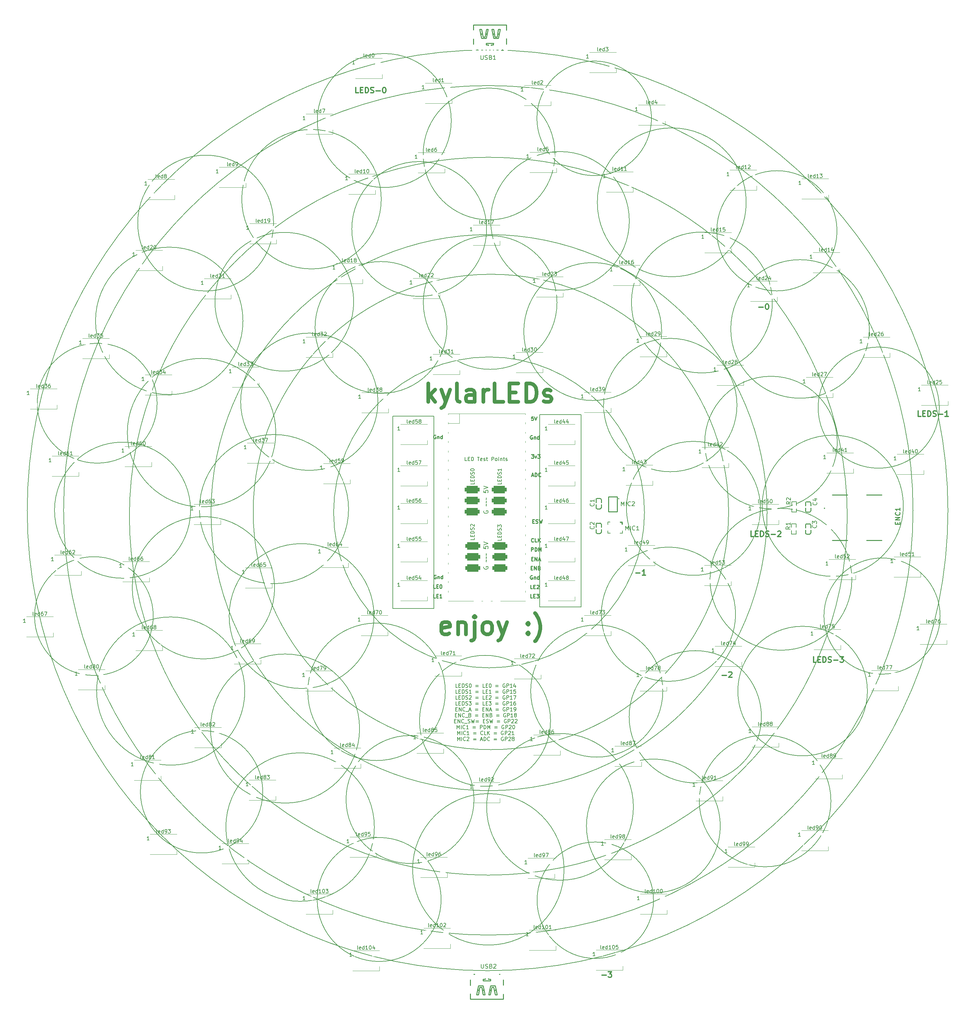
<source format=gto>
%TF.GenerationSoftware,KiCad,Pcbnew,(6.0.4)*%
%TF.CreationDate,2022-09-10T17:39:23-05:00*%
%TF.ProjectId,CircleBoard,43697263-6c65-4426-9f61-72642e6b6963,rev?*%
%TF.SameCoordinates,Original*%
%TF.FileFunction,Legend,Top*%
%TF.FilePolarity,Positive*%
%FSLAX46Y46*%
G04 Gerber Fmt 4.6, Leading zero omitted, Abs format (unit mm)*
G04 Created by KiCad (PCBNEW (6.0.4)) date 2022-09-10 17:39:23*
%MOMM*%
%LPD*%
G01*
G04 APERTURE LIST*
G04 Aperture macros list*
%AMRoundRect*
0 Rectangle with rounded corners*
0 $1 Rounding radius*
0 $2 $3 $4 $5 $6 $7 $8 $9 X,Y pos of 4 corners*
0 Add a 4 corners polygon primitive as box body*
4,1,4,$2,$3,$4,$5,$6,$7,$8,$9,$2,$3,0*
0 Add four circle primitives for the rounded corners*
1,1,$1+$1,$2,$3*
1,1,$1+$1,$4,$5*
1,1,$1+$1,$6,$7*
1,1,$1+$1,$8,$9*
0 Add four rect primitives between the rounded corners*
20,1,$1+$1,$2,$3,$4,$5,0*
20,1,$1+$1,$4,$5,$6,$7,0*
20,1,$1+$1,$6,$7,$8,$9,0*
20,1,$1+$1,$8,$9,$2,$3,0*%
G04 Aperture macros list end*
%ADD10C,0.150000*%
%ADD11C,0.300000*%
%ADD12C,1.000000*%
%ADD13C,0.250000*%
%ADD14C,0.200000*%
%ADD15C,0.152000*%
%ADD16C,0.254000*%
%ADD17C,0.120000*%
%ADD18O,1.100000X1.900000*%
%ADD19R,0.700000X1.200000*%
%ADD20R,0.800000X1.200000*%
%ADD21R,1.500000X1.000000*%
%ADD22R,0.900000X0.800000*%
%ADD23R,3.500000X1.700000*%
%ADD24R,1.700000X3.500000*%
%ADD25R,0.864000X0.806000*%
%ADD26RoundRect,0.500000X1.500000X0.500000X-1.500000X0.500000X-1.500000X-0.500000X1.500000X-0.500000X0*%
%ADD27C,1.800000*%
%ADD28C,4.800000*%
%ADD29C,0.700000*%
%ADD30R,1.050000X0.550000*%
%ADD31R,0.450000X1.400000*%
%ADD32R,2.400000X0.450000*%
G04 APERTURE END LIST*
D10*
X240900260Y-124700000D02*
G75*
G03*
X240900260Y-124700000I-19200260J0D01*
G01*
X222846559Y-49900000D02*
G75*
G03*
X222846559Y-49900000I-16346559J0D01*
G01*
X66643317Y-202500000D02*
G75*
G03*
X66643317Y-202500000I-16643317J0D01*
G01*
X225635649Y-127531547D02*
G75*
G03*
X225635649Y-127531547I-97635649J0D01*
G01*
X146122611Y-29000000D02*
G75*
G03*
X146122611Y-29000000I-17922611J0D01*
G01*
X61755644Y-175100000D02*
G75*
G03*
X61755644Y-175100000I-20155644J0D01*
G01*
X142000000Y-99900000D02*
X153200000Y-99900000D01*
X153200000Y-99900000D02*
X153200000Y-152200000D01*
X153200000Y-152200000D02*
X142000000Y-152200000D01*
X142000000Y-152200000D02*
X142000000Y-99900000D01*
X250902848Y-154700000D02*
G75*
G03*
X250902848Y-154700000I-15802848J0D01*
G01*
X70194306Y-104800000D02*
G75*
G03*
X70194306Y-104800000I-20194306J0D01*
G01*
X166355768Y-47200000D02*
G75*
G03*
X166355768Y-47200000I-18855768J0D01*
G01*
X37902761Y-96800000D02*
G75*
G03*
X37902761Y-96800000I-16302761J0D01*
G01*
X175152333Y-77300000D02*
G75*
G03*
X175152333Y-77300000I-18752333J0D01*
G01*
X146683784Y-69400000D02*
G75*
G03*
X146683784Y-69400000I-18183784J0D01*
G01*
X231643036Y-76600000D02*
G75*
G03*
X231643036Y-76600000I-18843036J0D01*
G01*
X148600000Y-223600000D02*
G75*
G03*
X148600000Y-223600000I-20600000J0D01*
G01*
X170480255Y-126500000D02*
G75*
G03*
X170480255Y-126500000I-42280255J0D01*
G01*
X202290275Y-182100000D02*
G75*
G03*
X202290275Y-182100000I-17990275J0D01*
G01*
X117920044Y-19900000D02*
G75*
G03*
X117920044Y-19900000I-18220044J0D01*
G01*
X231123847Y-175100000D02*
G75*
G03*
X231123847Y-175100000I-17623847J0D01*
G01*
X69858202Y-147000000D02*
G75*
G03*
X69858202Y-147000000I-19358202J0D01*
G01*
X195639460Y-97300000D02*
G75*
G03*
X195639460Y-97300000I-18139460J0D01*
G01*
X191101648Y-211800000D02*
G75*
G03*
X191101648Y-211800000I-18201648J0D01*
G01*
X102000000Y-100300000D02*
X113200000Y-100300000D01*
X113200000Y-100300000D02*
X113200000Y-152600000D01*
X113200000Y-152600000D02*
X102000000Y-152600000D01*
X102000000Y-152600000D02*
X102000000Y-100300000D01*
X253030776Y-125934704D02*
G75*
G03*
X253030776Y-125934704I-125230776J0D01*
G01*
X221201117Y-205000000D02*
G75*
G03*
X221201117Y-205000000I-17901117J0D01*
G01*
X205263768Y-69400000D02*
G75*
G03*
X205263768Y-69400000I-19163768J0D01*
G01*
X172382362Y-19300000D02*
G75*
G03*
X172382362Y-19300000I-15582362J0D01*
G01*
X226898186Y-144700000D02*
G75*
G03*
X226898186Y-144700000I-19298186J0D01*
G01*
X203831548Y-126560275D02*
G75*
G03*
X203831548Y-126560275I-75631548J0D01*
G01*
X195252671Y-154200000D02*
G75*
G03*
X195252671Y-154200000I-18252671J0D01*
G01*
X144919371Y-183200000D02*
G75*
G03*
X144919371Y-183200000I-17819371J0D01*
G01*
X36847446Y-154700000D02*
G75*
G03*
X36847446Y-154700000I-16147446J0D01*
G01*
X243534705Y-125934704D02*
G75*
G03*
X243534705Y-125934704I-115534705J0D01*
G01*
X91374321Y-69200000D02*
G75*
G03*
X91374321Y-69200000I-18874321J0D01*
G01*
X47006756Y-125900000D02*
G75*
G03*
X47006756Y-125900000I-18506756J0D01*
G01*
X193360275Y-126380255D02*
G75*
G03*
X193360275Y-126380255I-64660275J0D01*
G01*
X167461964Y-206600000D02*
G75*
G03*
X167461964Y-206600000I-19961964J0D01*
G01*
X127530848Y-49400000D02*
G75*
G03*
X127530848Y-49400000I-18330848J0D01*
G01*
X69574036Y-47800000D02*
G75*
G03*
X69574036Y-47800000I-18474036J0D01*
G01*
X250677864Y-98000000D02*
G75*
G03*
X250677864Y-98000000I-16477864J0D01*
G01*
X222927756Y-107500000D02*
G75*
G03*
X222927756Y-107500000I-18027756J0D01*
G01*
X172934456Y-232000000D02*
G75*
G03*
X172934456Y-232000000I-15834456J0D01*
G01*
X61252431Y-74400000D02*
G75*
G03*
X61252431Y-74400000I-20052431J0D01*
G01*
X198146728Y-42153272D02*
G75*
G03*
X198146728Y-42153272I-20246728J0D01*
G01*
X98869449Y-41300000D02*
G75*
G03*
X98869449Y-41300000I-18969449J0D01*
G01*
X96901015Y-154700000D02*
G75*
G03*
X96901015Y-154700000I-19701015J0D01*
G01*
X175471366Y-175100000D02*
G75*
G03*
X175471366Y-175100000I-17971366J0D01*
G01*
X97968690Y-96400000D02*
G75*
G03*
X97968690Y-96400000I-18668690J0D01*
G01*
X124104023Y-204600000D02*
G75*
G03*
X124104023Y-204600000I-17404023J0D01*
G01*
X92974368Y-185300000D02*
G75*
G03*
X92974368Y-185300000I-20274368J0D01*
G01*
X116733767Y-76200000D02*
G75*
G03*
X116733767Y-76200000I-17933767J0D01*
G01*
X115162088Y-231800000D02*
G75*
G03*
X115162088Y-231800000I-16862088J0D01*
G01*
X202022239Y-125400000D02*
G75*
G03*
X202022239Y-125400000I-18222239J0D01*
G01*
X96994306Y-212100000D02*
G75*
G03*
X96994306Y-212100000I-20194306J0D01*
G01*
X89980533Y-125600000D02*
G75*
G03*
X89980533Y-125600000I-20280533J0D01*
G01*
X116303208Y-175300000D02*
G75*
G03*
X116303208Y-175300000I-18703208J0D01*
G01*
D11*
X158914285Y-252407142D02*
X160057142Y-252407142D01*
X160628571Y-251478571D02*
X161557142Y-251478571D01*
X161057142Y-252050000D01*
X161271428Y-252050000D01*
X161414285Y-252121428D01*
X161485714Y-252192857D01*
X161557142Y-252335714D01*
X161557142Y-252692857D01*
X161485714Y-252835714D01*
X161414285Y-252907142D01*
X161271428Y-252978571D01*
X160842857Y-252978571D01*
X160700000Y-252907142D01*
X160628571Y-252835714D01*
D12*
X111633333Y-96461904D02*
X111633333Y-91461904D01*
X112109523Y-94557142D02*
X113538095Y-96461904D01*
X113538095Y-93128571D02*
X111633333Y-95033333D01*
X115204761Y-93128571D02*
X116395238Y-96461904D01*
X117585714Y-93128571D02*
X116395238Y-96461904D01*
X115919047Y-97652380D01*
X115680952Y-97890476D01*
X115204761Y-98128571D01*
X120204761Y-96461904D02*
X119728571Y-96223809D01*
X119490476Y-95747619D01*
X119490476Y-91461904D01*
X124252380Y-96461904D02*
X124252380Y-93842857D01*
X124014285Y-93366666D01*
X123538095Y-93128571D01*
X122585714Y-93128571D01*
X122109523Y-93366666D01*
X124252380Y-96223809D02*
X123776190Y-96461904D01*
X122585714Y-96461904D01*
X122109523Y-96223809D01*
X121871428Y-95747619D01*
X121871428Y-95271428D01*
X122109523Y-94795238D01*
X122585714Y-94557142D01*
X123776190Y-94557142D01*
X124252380Y-94319047D01*
X126633333Y-96461904D02*
X126633333Y-93128571D01*
X126633333Y-94080952D02*
X126871428Y-93604761D01*
X127109523Y-93366666D01*
X127585714Y-93128571D01*
X128061904Y-93128571D01*
X132109523Y-96461904D02*
X129728571Y-96461904D01*
X129728571Y-91461904D01*
X133776190Y-93842857D02*
X135442857Y-93842857D01*
X136157142Y-96461904D02*
X133776190Y-96461904D01*
X133776190Y-91461904D01*
X136157142Y-91461904D01*
X138300000Y-96461904D02*
X138300000Y-91461904D01*
X139490476Y-91461904D01*
X140204761Y-91700000D01*
X140680952Y-92176190D01*
X140919047Y-92652380D01*
X141157142Y-93604761D01*
X141157142Y-94319047D01*
X140919047Y-95271428D01*
X140680952Y-95747619D01*
X140204761Y-96223809D01*
X139490476Y-96461904D01*
X138300000Y-96461904D01*
X143061904Y-96223809D02*
X143538095Y-96461904D01*
X144490476Y-96461904D01*
X144966666Y-96223809D01*
X145204761Y-95747619D01*
X145204761Y-95509523D01*
X144966666Y-95033333D01*
X144490476Y-94795238D01*
X143776190Y-94795238D01*
X143300000Y-94557142D01*
X143061904Y-94080952D01*
X143061904Y-93842857D01*
X143300000Y-93366666D01*
X143776190Y-93128571D01*
X144490476Y-93128571D01*
X144966666Y-93366666D01*
D13*
X140209523Y-100452380D02*
X139733333Y-100452380D01*
X139685714Y-100928571D01*
X139733333Y-100880952D01*
X139828571Y-100833333D01*
X140066666Y-100833333D01*
X140161904Y-100880952D01*
X140209523Y-100928571D01*
X140257142Y-101023809D01*
X140257142Y-101261904D01*
X140209523Y-101357142D01*
X140161904Y-101404761D01*
X140066666Y-101452380D01*
X139828571Y-101452380D01*
X139733333Y-101404761D01*
X139685714Y-101357142D01*
X140542857Y-100452380D02*
X140876190Y-101452380D01*
X141209523Y-100452380D01*
X139957142Y-143700000D02*
X139861904Y-143652380D01*
X139719047Y-143652380D01*
X139576190Y-143700000D01*
X139480952Y-143795238D01*
X139433333Y-143890476D01*
X139385714Y-144080952D01*
X139385714Y-144223809D01*
X139433333Y-144414285D01*
X139480952Y-144509523D01*
X139576190Y-144604761D01*
X139719047Y-144652380D01*
X139814285Y-144652380D01*
X139957142Y-144604761D01*
X140004761Y-144557142D01*
X140004761Y-144223809D01*
X139814285Y-144223809D01*
X140433333Y-143985714D02*
X140433333Y-144652380D01*
X140433333Y-144080952D02*
X140480952Y-144033333D01*
X140576190Y-143985714D01*
X140719047Y-143985714D01*
X140814285Y-144033333D01*
X140861904Y-144128571D01*
X140861904Y-144652380D01*
X141766666Y-144652380D02*
X141766666Y-143652380D01*
X141766666Y-144604761D02*
X141671428Y-144652380D01*
X141480952Y-144652380D01*
X141385714Y-144604761D01*
X141338095Y-144557142D01*
X141290476Y-144461904D01*
X141290476Y-144176190D01*
X141338095Y-144080952D01*
X141385714Y-144033333D01*
X141480952Y-143985714D01*
X141671428Y-143985714D01*
X141766666Y-144033333D01*
X139561904Y-141628571D02*
X139895238Y-141628571D01*
X140038095Y-142152380D02*
X139561904Y-142152380D01*
X139561904Y-141152380D01*
X140038095Y-141152380D01*
X140466666Y-142152380D02*
X140466666Y-141152380D01*
X141038095Y-142152380D01*
X141038095Y-141152380D01*
X141847619Y-141628571D02*
X141990476Y-141676190D01*
X142038095Y-141723809D01*
X142085714Y-141819047D01*
X142085714Y-141961904D01*
X142038095Y-142057142D01*
X141990476Y-142104761D01*
X141895238Y-142152380D01*
X141514285Y-142152380D01*
X141514285Y-141152380D01*
X141847619Y-141152380D01*
X141942857Y-141200000D01*
X141990476Y-141247619D01*
X142038095Y-141342857D01*
X142038095Y-141438095D01*
X141990476Y-141533333D01*
X141942857Y-141580952D01*
X141847619Y-141628571D01*
X141514285Y-141628571D01*
X113580952Y-147152380D02*
X113104761Y-147152380D01*
X113104761Y-146152380D01*
X113914285Y-146628571D02*
X114247619Y-146628571D01*
X114390476Y-147152380D02*
X113914285Y-147152380D01*
X113914285Y-146152380D01*
X114390476Y-146152380D01*
X115009523Y-146152380D02*
X115104761Y-146152380D01*
X115200000Y-146200000D01*
X115247619Y-146247619D01*
X115295238Y-146342857D01*
X115342857Y-146533333D01*
X115342857Y-146771428D01*
X115295238Y-146961904D01*
X115247619Y-147057142D01*
X115200000Y-147104761D01*
X115104761Y-147152380D01*
X115009523Y-147152380D01*
X114914285Y-147104761D01*
X114866666Y-147057142D01*
X114819047Y-146961904D01*
X114771428Y-146771428D01*
X114771428Y-146533333D01*
X114819047Y-146342857D01*
X114866666Y-146247619D01*
X114914285Y-146200000D01*
X115009523Y-146152380D01*
D10*
X119657142Y-174107380D02*
X119180952Y-174107380D01*
X119180952Y-173107380D01*
X119990476Y-173583571D02*
X120323809Y-173583571D01*
X120466666Y-174107380D02*
X119990476Y-174107380D01*
X119990476Y-173107380D01*
X120466666Y-173107380D01*
X120895238Y-174107380D02*
X120895238Y-173107380D01*
X121133333Y-173107380D01*
X121276190Y-173155000D01*
X121371428Y-173250238D01*
X121419047Y-173345476D01*
X121466666Y-173535952D01*
X121466666Y-173678809D01*
X121419047Y-173869285D01*
X121371428Y-173964523D01*
X121276190Y-174059761D01*
X121133333Y-174107380D01*
X120895238Y-174107380D01*
X121847619Y-174059761D02*
X121990476Y-174107380D01*
X122228571Y-174107380D01*
X122323809Y-174059761D01*
X122371428Y-174012142D01*
X122419047Y-173916904D01*
X122419047Y-173821666D01*
X122371428Y-173726428D01*
X122323809Y-173678809D01*
X122228571Y-173631190D01*
X122038095Y-173583571D01*
X121942857Y-173535952D01*
X121895238Y-173488333D01*
X121847619Y-173393095D01*
X121847619Y-173297857D01*
X121895238Y-173202619D01*
X121942857Y-173155000D01*
X122038095Y-173107380D01*
X122276190Y-173107380D01*
X122419047Y-173155000D01*
X123038095Y-173107380D02*
X123133333Y-173107380D01*
X123228571Y-173155000D01*
X123276190Y-173202619D01*
X123323809Y-173297857D01*
X123371428Y-173488333D01*
X123371428Y-173726428D01*
X123323809Y-173916904D01*
X123276190Y-174012142D01*
X123228571Y-174059761D01*
X123133333Y-174107380D01*
X123038095Y-174107380D01*
X122942857Y-174059761D01*
X122895238Y-174012142D01*
X122847619Y-173916904D01*
X122799999Y-173726428D01*
X122799999Y-173488333D01*
X122847619Y-173297857D01*
X122895238Y-173202619D01*
X122942857Y-173155000D01*
X123038095Y-173107380D01*
X124561904Y-173583571D02*
X125323809Y-173583571D01*
X125323809Y-173869285D02*
X124561904Y-173869285D01*
X127038095Y-174107380D02*
X126561904Y-174107380D01*
X126561904Y-173107380D01*
X127371428Y-173583571D02*
X127704761Y-173583571D01*
X127847619Y-174107380D02*
X127371428Y-174107380D01*
X127371428Y-173107380D01*
X127847619Y-173107380D01*
X128466666Y-173107380D02*
X128561904Y-173107380D01*
X128657142Y-173155000D01*
X128704761Y-173202619D01*
X128752380Y-173297857D01*
X128799999Y-173488333D01*
X128799999Y-173726428D01*
X128752380Y-173916904D01*
X128704761Y-174012142D01*
X128657142Y-174059761D01*
X128561904Y-174107380D01*
X128466666Y-174107380D01*
X128371428Y-174059761D01*
X128323809Y-174012142D01*
X128276190Y-173916904D01*
X128228571Y-173726428D01*
X128228571Y-173488333D01*
X128276190Y-173297857D01*
X128323809Y-173202619D01*
X128371428Y-173155000D01*
X128466666Y-173107380D01*
X129990476Y-173583571D02*
X130752380Y-173583571D01*
X130752380Y-173869285D02*
X129990476Y-173869285D01*
X132514285Y-173155000D02*
X132419047Y-173107380D01*
X132276190Y-173107380D01*
X132133333Y-173155000D01*
X132038095Y-173250238D01*
X131990476Y-173345476D01*
X131942857Y-173535952D01*
X131942857Y-173678809D01*
X131990476Y-173869285D01*
X132038095Y-173964523D01*
X132133333Y-174059761D01*
X132276190Y-174107380D01*
X132371428Y-174107380D01*
X132514285Y-174059761D01*
X132561904Y-174012142D01*
X132561904Y-173678809D01*
X132371428Y-173678809D01*
X132990476Y-174107380D02*
X132990476Y-173107380D01*
X133371428Y-173107380D01*
X133466666Y-173155000D01*
X133514285Y-173202619D01*
X133561904Y-173297857D01*
X133561904Y-173440714D01*
X133514285Y-173535952D01*
X133466666Y-173583571D01*
X133371428Y-173631190D01*
X132990476Y-173631190D01*
X134514285Y-174107380D02*
X133942857Y-174107380D01*
X134228571Y-174107380D02*
X134228571Y-173107380D01*
X134133333Y-173250238D01*
X134038095Y-173345476D01*
X133942857Y-173393095D01*
X135371428Y-173440714D02*
X135371428Y-174107380D01*
X135133333Y-173059761D02*
X134895238Y-173774047D01*
X135514285Y-173774047D01*
X119657142Y-175717380D02*
X119180952Y-175717380D01*
X119180952Y-174717380D01*
X119990476Y-175193571D02*
X120323809Y-175193571D01*
X120466666Y-175717380D02*
X119990476Y-175717380D01*
X119990476Y-174717380D01*
X120466666Y-174717380D01*
X120895238Y-175717380D02*
X120895238Y-174717380D01*
X121133333Y-174717380D01*
X121276190Y-174765000D01*
X121371428Y-174860238D01*
X121419047Y-174955476D01*
X121466666Y-175145952D01*
X121466666Y-175288809D01*
X121419047Y-175479285D01*
X121371428Y-175574523D01*
X121276190Y-175669761D01*
X121133333Y-175717380D01*
X120895238Y-175717380D01*
X121847619Y-175669761D02*
X121990476Y-175717380D01*
X122228571Y-175717380D01*
X122323809Y-175669761D01*
X122371428Y-175622142D01*
X122419047Y-175526904D01*
X122419047Y-175431666D01*
X122371428Y-175336428D01*
X122323809Y-175288809D01*
X122228571Y-175241190D01*
X122038095Y-175193571D01*
X121942857Y-175145952D01*
X121895238Y-175098333D01*
X121847619Y-175003095D01*
X121847619Y-174907857D01*
X121895238Y-174812619D01*
X121942857Y-174765000D01*
X122038095Y-174717380D01*
X122276190Y-174717380D01*
X122419047Y-174765000D01*
X123371428Y-175717380D02*
X122799999Y-175717380D01*
X123085714Y-175717380D02*
X123085714Y-174717380D01*
X122990476Y-174860238D01*
X122895238Y-174955476D01*
X122799999Y-175003095D01*
X124561904Y-175193571D02*
X125323809Y-175193571D01*
X125323809Y-175479285D02*
X124561904Y-175479285D01*
X127038095Y-175717380D02*
X126561904Y-175717380D01*
X126561904Y-174717380D01*
X127371428Y-175193571D02*
X127704761Y-175193571D01*
X127847619Y-175717380D02*
X127371428Y-175717380D01*
X127371428Y-174717380D01*
X127847619Y-174717380D01*
X128799999Y-175717380D02*
X128228571Y-175717380D01*
X128514285Y-175717380D02*
X128514285Y-174717380D01*
X128419047Y-174860238D01*
X128323809Y-174955476D01*
X128228571Y-175003095D01*
X129990476Y-175193571D02*
X130752380Y-175193571D01*
X130752380Y-175479285D02*
X129990476Y-175479285D01*
X132514285Y-174765000D02*
X132419047Y-174717380D01*
X132276190Y-174717380D01*
X132133333Y-174765000D01*
X132038095Y-174860238D01*
X131990476Y-174955476D01*
X131942857Y-175145952D01*
X131942857Y-175288809D01*
X131990476Y-175479285D01*
X132038095Y-175574523D01*
X132133333Y-175669761D01*
X132276190Y-175717380D01*
X132371428Y-175717380D01*
X132514285Y-175669761D01*
X132561904Y-175622142D01*
X132561904Y-175288809D01*
X132371428Y-175288809D01*
X132990476Y-175717380D02*
X132990476Y-174717380D01*
X133371428Y-174717380D01*
X133466666Y-174765000D01*
X133514285Y-174812619D01*
X133561904Y-174907857D01*
X133561904Y-175050714D01*
X133514285Y-175145952D01*
X133466666Y-175193571D01*
X133371428Y-175241190D01*
X132990476Y-175241190D01*
X134514285Y-175717380D02*
X133942857Y-175717380D01*
X134228571Y-175717380D02*
X134228571Y-174717380D01*
X134133333Y-174860238D01*
X134038095Y-174955476D01*
X133942857Y-175003095D01*
X135419047Y-174717380D02*
X134942857Y-174717380D01*
X134895238Y-175193571D01*
X134942857Y-175145952D01*
X135038095Y-175098333D01*
X135276190Y-175098333D01*
X135371428Y-175145952D01*
X135419047Y-175193571D01*
X135466666Y-175288809D01*
X135466666Y-175526904D01*
X135419047Y-175622142D01*
X135371428Y-175669761D01*
X135276190Y-175717380D01*
X135038095Y-175717380D01*
X134942857Y-175669761D01*
X134895238Y-175622142D01*
X119657142Y-177327380D02*
X119180952Y-177327380D01*
X119180952Y-176327380D01*
X119990476Y-176803571D02*
X120323809Y-176803571D01*
X120466666Y-177327380D02*
X119990476Y-177327380D01*
X119990476Y-176327380D01*
X120466666Y-176327380D01*
X120895238Y-177327380D02*
X120895238Y-176327380D01*
X121133333Y-176327380D01*
X121276190Y-176375000D01*
X121371428Y-176470238D01*
X121419047Y-176565476D01*
X121466666Y-176755952D01*
X121466666Y-176898809D01*
X121419047Y-177089285D01*
X121371428Y-177184523D01*
X121276190Y-177279761D01*
X121133333Y-177327380D01*
X120895238Y-177327380D01*
X121847619Y-177279761D02*
X121990476Y-177327380D01*
X122228571Y-177327380D01*
X122323809Y-177279761D01*
X122371428Y-177232142D01*
X122419047Y-177136904D01*
X122419047Y-177041666D01*
X122371428Y-176946428D01*
X122323809Y-176898809D01*
X122228571Y-176851190D01*
X122038095Y-176803571D01*
X121942857Y-176755952D01*
X121895238Y-176708333D01*
X121847619Y-176613095D01*
X121847619Y-176517857D01*
X121895238Y-176422619D01*
X121942857Y-176375000D01*
X122038095Y-176327380D01*
X122276190Y-176327380D01*
X122419047Y-176375000D01*
X122799999Y-176422619D02*
X122847619Y-176375000D01*
X122942857Y-176327380D01*
X123180952Y-176327380D01*
X123276190Y-176375000D01*
X123323809Y-176422619D01*
X123371428Y-176517857D01*
X123371428Y-176613095D01*
X123323809Y-176755952D01*
X122752380Y-177327380D01*
X123371428Y-177327380D01*
X124561904Y-176803571D02*
X125323809Y-176803571D01*
X125323809Y-177089285D02*
X124561904Y-177089285D01*
X127038095Y-177327380D02*
X126561904Y-177327380D01*
X126561904Y-176327380D01*
X127371428Y-176803571D02*
X127704761Y-176803571D01*
X127847619Y-177327380D02*
X127371428Y-177327380D01*
X127371428Y-176327380D01*
X127847619Y-176327380D01*
X128228571Y-176422619D02*
X128276190Y-176375000D01*
X128371428Y-176327380D01*
X128609523Y-176327380D01*
X128704761Y-176375000D01*
X128752380Y-176422619D01*
X128799999Y-176517857D01*
X128799999Y-176613095D01*
X128752380Y-176755952D01*
X128180952Y-177327380D01*
X128799999Y-177327380D01*
X129990476Y-176803571D02*
X130752380Y-176803571D01*
X130752380Y-177089285D02*
X129990476Y-177089285D01*
X132514285Y-176375000D02*
X132419047Y-176327380D01*
X132276190Y-176327380D01*
X132133333Y-176375000D01*
X132038095Y-176470238D01*
X131990476Y-176565476D01*
X131942857Y-176755952D01*
X131942857Y-176898809D01*
X131990476Y-177089285D01*
X132038095Y-177184523D01*
X132133333Y-177279761D01*
X132276190Y-177327380D01*
X132371428Y-177327380D01*
X132514285Y-177279761D01*
X132561904Y-177232142D01*
X132561904Y-176898809D01*
X132371428Y-176898809D01*
X132990476Y-177327380D02*
X132990476Y-176327380D01*
X133371428Y-176327380D01*
X133466666Y-176375000D01*
X133514285Y-176422619D01*
X133561904Y-176517857D01*
X133561904Y-176660714D01*
X133514285Y-176755952D01*
X133466666Y-176803571D01*
X133371428Y-176851190D01*
X132990476Y-176851190D01*
X134514285Y-177327380D02*
X133942857Y-177327380D01*
X134228571Y-177327380D02*
X134228571Y-176327380D01*
X134133333Y-176470238D01*
X134038095Y-176565476D01*
X133942857Y-176613095D01*
X134847619Y-176327380D02*
X135514285Y-176327380D01*
X135085714Y-177327380D01*
X119657142Y-178937380D02*
X119180952Y-178937380D01*
X119180952Y-177937380D01*
X119990476Y-178413571D02*
X120323809Y-178413571D01*
X120466666Y-178937380D02*
X119990476Y-178937380D01*
X119990476Y-177937380D01*
X120466666Y-177937380D01*
X120895238Y-178937380D02*
X120895238Y-177937380D01*
X121133333Y-177937380D01*
X121276190Y-177985000D01*
X121371428Y-178080238D01*
X121419047Y-178175476D01*
X121466666Y-178365952D01*
X121466666Y-178508809D01*
X121419047Y-178699285D01*
X121371428Y-178794523D01*
X121276190Y-178889761D01*
X121133333Y-178937380D01*
X120895238Y-178937380D01*
X121847619Y-178889761D02*
X121990476Y-178937380D01*
X122228571Y-178937380D01*
X122323809Y-178889761D01*
X122371428Y-178842142D01*
X122419047Y-178746904D01*
X122419047Y-178651666D01*
X122371428Y-178556428D01*
X122323809Y-178508809D01*
X122228571Y-178461190D01*
X122038095Y-178413571D01*
X121942857Y-178365952D01*
X121895238Y-178318333D01*
X121847619Y-178223095D01*
X121847619Y-178127857D01*
X121895238Y-178032619D01*
X121942857Y-177985000D01*
X122038095Y-177937380D01*
X122276190Y-177937380D01*
X122419047Y-177985000D01*
X122752380Y-177937380D02*
X123371428Y-177937380D01*
X123038095Y-178318333D01*
X123180952Y-178318333D01*
X123276190Y-178365952D01*
X123323809Y-178413571D01*
X123371428Y-178508809D01*
X123371428Y-178746904D01*
X123323809Y-178842142D01*
X123276190Y-178889761D01*
X123180952Y-178937380D01*
X122895238Y-178937380D01*
X122799999Y-178889761D01*
X122752380Y-178842142D01*
X124561904Y-178413571D02*
X125323809Y-178413571D01*
X125323809Y-178699285D02*
X124561904Y-178699285D01*
X127038095Y-178937380D02*
X126561904Y-178937380D01*
X126561904Y-177937380D01*
X127371428Y-178413571D02*
X127704761Y-178413571D01*
X127847619Y-178937380D02*
X127371428Y-178937380D01*
X127371428Y-177937380D01*
X127847619Y-177937380D01*
X128180952Y-177937380D02*
X128799999Y-177937380D01*
X128466666Y-178318333D01*
X128609523Y-178318333D01*
X128704761Y-178365952D01*
X128752380Y-178413571D01*
X128799999Y-178508809D01*
X128799999Y-178746904D01*
X128752380Y-178842142D01*
X128704761Y-178889761D01*
X128609523Y-178937380D01*
X128323809Y-178937380D01*
X128228571Y-178889761D01*
X128180952Y-178842142D01*
X129990476Y-178413571D02*
X130752380Y-178413571D01*
X130752380Y-178699285D02*
X129990476Y-178699285D01*
X132514285Y-177985000D02*
X132419047Y-177937380D01*
X132276190Y-177937380D01*
X132133333Y-177985000D01*
X132038095Y-178080238D01*
X131990476Y-178175476D01*
X131942857Y-178365952D01*
X131942857Y-178508809D01*
X131990476Y-178699285D01*
X132038095Y-178794523D01*
X132133333Y-178889761D01*
X132276190Y-178937380D01*
X132371428Y-178937380D01*
X132514285Y-178889761D01*
X132561904Y-178842142D01*
X132561904Y-178508809D01*
X132371428Y-178508809D01*
X132990476Y-178937380D02*
X132990476Y-177937380D01*
X133371428Y-177937380D01*
X133466666Y-177985000D01*
X133514285Y-178032619D01*
X133561904Y-178127857D01*
X133561904Y-178270714D01*
X133514285Y-178365952D01*
X133466666Y-178413571D01*
X133371428Y-178461190D01*
X132990476Y-178461190D01*
X134514285Y-178937380D02*
X133942857Y-178937380D01*
X134228571Y-178937380D02*
X134228571Y-177937380D01*
X134133333Y-178080238D01*
X134038095Y-178175476D01*
X133942857Y-178223095D01*
X135371428Y-177937380D02*
X135180952Y-177937380D01*
X135085714Y-177985000D01*
X135038095Y-178032619D01*
X134942857Y-178175476D01*
X134895238Y-178365952D01*
X134895238Y-178746904D01*
X134942857Y-178842142D01*
X134990476Y-178889761D01*
X135085714Y-178937380D01*
X135276190Y-178937380D01*
X135371428Y-178889761D01*
X135419047Y-178842142D01*
X135466666Y-178746904D01*
X135466666Y-178508809D01*
X135419047Y-178413571D01*
X135371428Y-178365952D01*
X135276190Y-178318333D01*
X135085714Y-178318333D01*
X134990476Y-178365952D01*
X134942857Y-178413571D01*
X134895238Y-178508809D01*
X119133333Y-180023571D02*
X119466666Y-180023571D01*
X119609523Y-180547380D02*
X119133333Y-180547380D01*
X119133333Y-179547380D01*
X119609523Y-179547380D01*
X120038095Y-180547380D02*
X120038095Y-179547380D01*
X120609523Y-180547380D01*
X120609523Y-179547380D01*
X121657142Y-180452142D02*
X121609523Y-180499761D01*
X121466666Y-180547380D01*
X121371428Y-180547380D01*
X121228571Y-180499761D01*
X121133333Y-180404523D01*
X121085714Y-180309285D01*
X121038095Y-180118809D01*
X121038095Y-179975952D01*
X121085714Y-179785476D01*
X121133333Y-179690238D01*
X121228571Y-179595000D01*
X121371428Y-179547380D01*
X121466666Y-179547380D01*
X121609523Y-179595000D01*
X121657142Y-179642619D01*
X121847619Y-180642619D02*
X122609523Y-180642619D01*
X122800000Y-180261666D02*
X123276190Y-180261666D01*
X122704761Y-180547380D02*
X123038095Y-179547380D01*
X123371428Y-180547380D01*
X124466666Y-180023571D02*
X125228571Y-180023571D01*
X125228571Y-180309285D02*
X124466666Y-180309285D01*
X126466666Y-180023571D02*
X126800000Y-180023571D01*
X126942857Y-180547380D02*
X126466666Y-180547380D01*
X126466666Y-179547380D01*
X126942857Y-179547380D01*
X127371428Y-180547380D02*
X127371428Y-179547380D01*
X127942857Y-180547380D01*
X127942857Y-179547380D01*
X128371428Y-180261666D02*
X128847619Y-180261666D01*
X128276190Y-180547380D02*
X128609523Y-179547380D01*
X128942857Y-180547380D01*
X130038095Y-180023571D02*
X130800000Y-180023571D01*
X130800000Y-180309285D02*
X130038095Y-180309285D01*
X132561904Y-179595000D02*
X132466666Y-179547380D01*
X132323809Y-179547380D01*
X132180952Y-179595000D01*
X132085714Y-179690238D01*
X132038095Y-179785476D01*
X131990476Y-179975952D01*
X131990476Y-180118809D01*
X132038095Y-180309285D01*
X132085714Y-180404523D01*
X132180952Y-180499761D01*
X132323809Y-180547380D01*
X132419047Y-180547380D01*
X132561904Y-180499761D01*
X132609523Y-180452142D01*
X132609523Y-180118809D01*
X132419047Y-180118809D01*
X133038095Y-180547380D02*
X133038095Y-179547380D01*
X133419047Y-179547380D01*
X133514285Y-179595000D01*
X133561904Y-179642619D01*
X133609523Y-179737857D01*
X133609523Y-179880714D01*
X133561904Y-179975952D01*
X133514285Y-180023571D01*
X133419047Y-180071190D01*
X133038095Y-180071190D01*
X134561904Y-180547380D02*
X133990476Y-180547380D01*
X134276190Y-180547380D02*
X134276190Y-179547380D01*
X134180952Y-179690238D01*
X134085714Y-179785476D01*
X133990476Y-179833095D01*
X135038095Y-180547380D02*
X135228571Y-180547380D01*
X135323809Y-180499761D01*
X135371428Y-180452142D01*
X135466666Y-180309285D01*
X135514285Y-180118809D01*
X135514285Y-179737857D01*
X135466666Y-179642619D01*
X135419047Y-179595000D01*
X135323809Y-179547380D01*
X135133333Y-179547380D01*
X135038095Y-179595000D01*
X134990476Y-179642619D01*
X134942857Y-179737857D01*
X134942857Y-179975952D01*
X134990476Y-180071190D01*
X135038095Y-180118809D01*
X135133333Y-180166428D01*
X135323809Y-180166428D01*
X135419047Y-180118809D01*
X135466666Y-180071190D01*
X135514285Y-179975952D01*
X118990476Y-181633571D02*
X119323809Y-181633571D01*
X119466666Y-182157380D02*
X118990476Y-182157380D01*
X118990476Y-181157380D01*
X119466666Y-181157380D01*
X119895238Y-182157380D02*
X119895238Y-181157380D01*
X120466666Y-182157380D01*
X120466666Y-181157380D01*
X121514285Y-182062142D02*
X121466666Y-182109761D01*
X121323809Y-182157380D01*
X121228571Y-182157380D01*
X121085714Y-182109761D01*
X120990476Y-182014523D01*
X120942857Y-181919285D01*
X120895238Y-181728809D01*
X120895238Y-181585952D01*
X120942857Y-181395476D01*
X120990476Y-181300238D01*
X121085714Y-181205000D01*
X121228571Y-181157380D01*
X121323809Y-181157380D01*
X121466666Y-181205000D01*
X121514285Y-181252619D01*
X121704761Y-182252619D02*
X122466666Y-182252619D01*
X123038095Y-181633571D02*
X123180952Y-181681190D01*
X123228571Y-181728809D01*
X123276190Y-181824047D01*
X123276190Y-181966904D01*
X123228571Y-182062142D01*
X123180952Y-182109761D01*
X123085714Y-182157380D01*
X122704761Y-182157380D01*
X122704761Y-181157380D01*
X123038095Y-181157380D01*
X123133333Y-181205000D01*
X123180952Y-181252619D01*
X123228571Y-181347857D01*
X123228571Y-181443095D01*
X123180952Y-181538333D01*
X123133333Y-181585952D01*
X123038095Y-181633571D01*
X122704761Y-181633571D01*
X124466666Y-181633571D02*
X125228571Y-181633571D01*
X125228571Y-181919285D02*
X124466666Y-181919285D01*
X126466666Y-181633571D02*
X126800000Y-181633571D01*
X126942857Y-182157380D02*
X126466666Y-182157380D01*
X126466666Y-181157380D01*
X126942857Y-181157380D01*
X127371428Y-182157380D02*
X127371428Y-181157380D01*
X127942857Y-182157380D01*
X127942857Y-181157380D01*
X128752380Y-181633571D02*
X128895238Y-181681190D01*
X128942857Y-181728809D01*
X128990476Y-181824047D01*
X128990476Y-181966904D01*
X128942857Y-182062142D01*
X128895238Y-182109761D01*
X128800000Y-182157380D01*
X128419047Y-182157380D01*
X128419047Y-181157380D01*
X128752380Y-181157380D01*
X128847619Y-181205000D01*
X128895238Y-181252619D01*
X128942857Y-181347857D01*
X128942857Y-181443095D01*
X128895238Y-181538333D01*
X128847619Y-181585952D01*
X128752380Y-181633571D01*
X128419047Y-181633571D01*
X130180952Y-181633571D02*
X130942857Y-181633571D01*
X130942857Y-181919285D02*
X130180952Y-181919285D01*
X132704761Y-181205000D02*
X132609523Y-181157380D01*
X132466666Y-181157380D01*
X132323809Y-181205000D01*
X132228571Y-181300238D01*
X132180952Y-181395476D01*
X132133333Y-181585952D01*
X132133333Y-181728809D01*
X132180952Y-181919285D01*
X132228571Y-182014523D01*
X132323809Y-182109761D01*
X132466666Y-182157380D01*
X132561904Y-182157380D01*
X132704761Y-182109761D01*
X132752380Y-182062142D01*
X132752380Y-181728809D01*
X132561904Y-181728809D01*
X133180952Y-182157380D02*
X133180952Y-181157380D01*
X133561904Y-181157380D01*
X133657142Y-181205000D01*
X133704761Y-181252619D01*
X133752380Y-181347857D01*
X133752380Y-181490714D01*
X133704761Y-181585952D01*
X133657142Y-181633571D01*
X133561904Y-181681190D01*
X133180952Y-181681190D01*
X134704761Y-182157380D02*
X134133333Y-182157380D01*
X134419047Y-182157380D02*
X134419047Y-181157380D01*
X134323809Y-181300238D01*
X134228571Y-181395476D01*
X134133333Y-181443095D01*
X135276190Y-181585952D02*
X135180952Y-181538333D01*
X135133333Y-181490714D01*
X135085714Y-181395476D01*
X135085714Y-181347857D01*
X135133333Y-181252619D01*
X135180952Y-181205000D01*
X135276190Y-181157380D01*
X135466666Y-181157380D01*
X135561904Y-181205000D01*
X135609523Y-181252619D01*
X135657142Y-181347857D01*
X135657142Y-181395476D01*
X135609523Y-181490714D01*
X135561904Y-181538333D01*
X135466666Y-181585952D01*
X135276190Y-181585952D01*
X135180952Y-181633571D01*
X135133333Y-181681190D01*
X135085714Y-181776428D01*
X135085714Y-181966904D01*
X135133333Y-182062142D01*
X135180952Y-182109761D01*
X135276190Y-182157380D01*
X135466666Y-182157380D01*
X135561904Y-182109761D01*
X135609523Y-182062142D01*
X135657142Y-181966904D01*
X135657142Y-181776428D01*
X135609523Y-181681190D01*
X135561904Y-181633571D01*
X135466666Y-181585952D01*
X118800000Y-183243571D02*
X119133333Y-183243571D01*
X119276190Y-183767380D02*
X118800000Y-183767380D01*
X118800000Y-182767380D01*
X119276190Y-182767380D01*
X119704761Y-183767380D02*
X119704761Y-182767380D01*
X120276190Y-183767380D01*
X120276190Y-182767380D01*
X121323809Y-183672142D02*
X121276190Y-183719761D01*
X121133333Y-183767380D01*
X121038095Y-183767380D01*
X120895238Y-183719761D01*
X120800000Y-183624523D01*
X120752380Y-183529285D01*
X120704761Y-183338809D01*
X120704761Y-183195952D01*
X120752380Y-183005476D01*
X120800000Y-182910238D01*
X120895238Y-182815000D01*
X121038095Y-182767380D01*
X121133333Y-182767380D01*
X121276190Y-182815000D01*
X121323809Y-182862619D01*
X121514285Y-183862619D02*
X122276190Y-183862619D01*
X122466666Y-183719761D02*
X122609523Y-183767380D01*
X122847619Y-183767380D01*
X122942857Y-183719761D01*
X122990476Y-183672142D01*
X123038095Y-183576904D01*
X123038095Y-183481666D01*
X122990476Y-183386428D01*
X122942857Y-183338809D01*
X122847619Y-183291190D01*
X122657142Y-183243571D01*
X122561904Y-183195952D01*
X122514285Y-183148333D01*
X122466666Y-183053095D01*
X122466666Y-182957857D01*
X122514285Y-182862619D01*
X122561904Y-182815000D01*
X122657142Y-182767380D01*
X122895238Y-182767380D01*
X123038095Y-182815000D01*
X123371428Y-182767380D02*
X123609523Y-183767380D01*
X123800000Y-183053095D01*
X123990476Y-183767380D01*
X124228571Y-182767380D01*
X124609523Y-183243571D02*
X125371428Y-183243571D01*
X125371428Y-183529285D02*
X124609523Y-183529285D01*
X126609523Y-183243571D02*
X126942857Y-183243571D01*
X127085714Y-183767380D02*
X126609523Y-183767380D01*
X126609523Y-182767380D01*
X127085714Y-182767380D01*
X127466666Y-183719761D02*
X127609523Y-183767380D01*
X127847619Y-183767380D01*
X127942857Y-183719761D01*
X127990476Y-183672142D01*
X128038095Y-183576904D01*
X128038095Y-183481666D01*
X127990476Y-183386428D01*
X127942857Y-183338809D01*
X127847619Y-183291190D01*
X127657142Y-183243571D01*
X127561904Y-183195952D01*
X127514285Y-183148333D01*
X127466666Y-183053095D01*
X127466666Y-182957857D01*
X127514285Y-182862619D01*
X127561904Y-182815000D01*
X127657142Y-182767380D01*
X127895238Y-182767380D01*
X128038095Y-182815000D01*
X128371428Y-182767380D02*
X128609523Y-183767380D01*
X128800000Y-183053095D01*
X128990476Y-183767380D01*
X129228571Y-182767380D01*
X130371428Y-183243571D02*
X131133333Y-183243571D01*
X131133333Y-183529285D02*
X130371428Y-183529285D01*
X132895238Y-182815000D02*
X132800000Y-182767380D01*
X132657142Y-182767380D01*
X132514285Y-182815000D01*
X132419047Y-182910238D01*
X132371428Y-183005476D01*
X132323809Y-183195952D01*
X132323809Y-183338809D01*
X132371428Y-183529285D01*
X132419047Y-183624523D01*
X132514285Y-183719761D01*
X132657142Y-183767380D01*
X132752380Y-183767380D01*
X132895238Y-183719761D01*
X132942857Y-183672142D01*
X132942857Y-183338809D01*
X132752380Y-183338809D01*
X133371428Y-183767380D02*
X133371428Y-182767380D01*
X133752380Y-182767380D01*
X133847619Y-182815000D01*
X133895238Y-182862619D01*
X133942857Y-182957857D01*
X133942857Y-183100714D01*
X133895238Y-183195952D01*
X133847619Y-183243571D01*
X133752380Y-183291190D01*
X133371428Y-183291190D01*
X134323809Y-182862619D02*
X134371428Y-182815000D01*
X134466666Y-182767380D01*
X134704761Y-182767380D01*
X134800000Y-182815000D01*
X134847619Y-182862619D01*
X134895238Y-182957857D01*
X134895238Y-183053095D01*
X134847619Y-183195952D01*
X134276190Y-183767380D01*
X134895238Y-183767380D01*
X135276190Y-182862619D02*
X135323809Y-182815000D01*
X135419047Y-182767380D01*
X135657142Y-182767380D01*
X135752380Y-182815000D01*
X135800000Y-182862619D01*
X135847619Y-182957857D01*
X135847619Y-183053095D01*
X135800000Y-183195952D01*
X135228571Y-183767380D01*
X135847619Y-183767380D01*
X119466666Y-185377380D02*
X119466666Y-184377380D01*
X119800000Y-185091666D01*
X120133333Y-184377380D01*
X120133333Y-185377380D01*
X120609523Y-185377380D02*
X120609523Y-184377380D01*
X121657142Y-185282142D02*
X121609523Y-185329761D01*
X121466666Y-185377380D01*
X121371428Y-185377380D01*
X121228571Y-185329761D01*
X121133333Y-185234523D01*
X121085714Y-185139285D01*
X121038095Y-184948809D01*
X121038095Y-184805952D01*
X121085714Y-184615476D01*
X121133333Y-184520238D01*
X121228571Y-184425000D01*
X121371428Y-184377380D01*
X121466666Y-184377380D01*
X121609523Y-184425000D01*
X121657142Y-184472619D01*
X122609523Y-185377380D02*
X122038095Y-185377380D01*
X122323809Y-185377380D02*
X122323809Y-184377380D01*
X122228571Y-184520238D01*
X122133333Y-184615476D01*
X122038095Y-184663095D01*
X123800000Y-184853571D02*
X124561904Y-184853571D01*
X124561904Y-185139285D02*
X123800000Y-185139285D01*
X125800000Y-185377380D02*
X125800000Y-184377380D01*
X126180952Y-184377380D01*
X126276190Y-184425000D01*
X126323809Y-184472619D01*
X126371428Y-184567857D01*
X126371428Y-184710714D01*
X126323809Y-184805952D01*
X126276190Y-184853571D01*
X126180952Y-184901190D01*
X125800000Y-184901190D01*
X126800000Y-185377380D02*
X126800000Y-184377380D01*
X127038095Y-184377380D01*
X127180952Y-184425000D01*
X127276190Y-184520238D01*
X127323809Y-184615476D01*
X127371428Y-184805952D01*
X127371428Y-184948809D01*
X127323809Y-185139285D01*
X127276190Y-185234523D01*
X127180952Y-185329761D01*
X127038095Y-185377380D01*
X126800000Y-185377380D01*
X127800000Y-185377380D02*
X127800000Y-184377380D01*
X128133333Y-185091666D01*
X128466666Y-184377380D01*
X128466666Y-185377380D01*
X129704761Y-184853571D02*
X130466666Y-184853571D01*
X130466666Y-185139285D02*
X129704761Y-185139285D01*
X132228571Y-184425000D02*
X132133333Y-184377380D01*
X131990476Y-184377380D01*
X131847619Y-184425000D01*
X131752380Y-184520238D01*
X131704761Y-184615476D01*
X131657142Y-184805952D01*
X131657142Y-184948809D01*
X131704761Y-185139285D01*
X131752380Y-185234523D01*
X131847619Y-185329761D01*
X131990476Y-185377380D01*
X132085714Y-185377380D01*
X132228571Y-185329761D01*
X132276190Y-185282142D01*
X132276190Y-184948809D01*
X132085714Y-184948809D01*
X132704761Y-185377380D02*
X132704761Y-184377380D01*
X133085714Y-184377380D01*
X133180952Y-184425000D01*
X133228571Y-184472619D01*
X133276190Y-184567857D01*
X133276190Y-184710714D01*
X133228571Y-184805952D01*
X133180952Y-184853571D01*
X133085714Y-184901190D01*
X132704761Y-184901190D01*
X133657142Y-184472619D02*
X133704761Y-184425000D01*
X133800000Y-184377380D01*
X134038095Y-184377380D01*
X134133333Y-184425000D01*
X134180952Y-184472619D01*
X134228571Y-184567857D01*
X134228571Y-184663095D01*
X134180952Y-184805952D01*
X133609523Y-185377380D01*
X134228571Y-185377380D01*
X134847619Y-184377380D02*
X134942857Y-184377380D01*
X135038095Y-184425000D01*
X135085714Y-184472619D01*
X135133333Y-184567857D01*
X135180952Y-184758333D01*
X135180952Y-184996428D01*
X135133333Y-185186904D01*
X135085714Y-185282142D01*
X135038095Y-185329761D01*
X134942857Y-185377380D01*
X134847619Y-185377380D01*
X134752380Y-185329761D01*
X134704761Y-185282142D01*
X134657142Y-185186904D01*
X134609523Y-184996428D01*
X134609523Y-184758333D01*
X134657142Y-184567857D01*
X134704761Y-184472619D01*
X134752380Y-184425000D01*
X134847619Y-184377380D01*
X119633333Y-186987380D02*
X119633333Y-185987380D01*
X119966666Y-186701666D01*
X120300000Y-185987380D01*
X120300000Y-186987380D01*
X120776190Y-186987380D02*
X120776190Y-185987380D01*
X121823809Y-186892142D02*
X121776190Y-186939761D01*
X121633333Y-186987380D01*
X121538095Y-186987380D01*
X121395238Y-186939761D01*
X121300000Y-186844523D01*
X121252380Y-186749285D01*
X121204761Y-186558809D01*
X121204761Y-186415952D01*
X121252380Y-186225476D01*
X121300000Y-186130238D01*
X121395238Y-186035000D01*
X121538095Y-185987380D01*
X121633333Y-185987380D01*
X121776190Y-186035000D01*
X121823809Y-186082619D01*
X122776190Y-186987380D02*
X122204761Y-186987380D01*
X122490476Y-186987380D02*
X122490476Y-185987380D01*
X122395238Y-186130238D01*
X122300000Y-186225476D01*
X122204761Y-186273095D01*
X123966666Y-186463571D02*
X124728571Y-186463571D01*
X124728571Y-186749285D02*
X123966666Y-186749285D01*
X126538095Y-186892142D02*
X126490476Y-186939761D01*
X126347619Y-186987380D01*
X126252380Y-186987380D01*
X126109523Y-186939761D01*
X126014285Y-186844523D01*
X125966666Y-186749285D01*
X125919047Y-186558809D01*
X125919047Y-186415952D01*
X125966666Y-186225476D01*
X126014285Y-186130238D01*
X126109523Y-186035000D01*
X126252380Y-185987380D01*
X126347619Y-185987380D01*
X126490476Y-186035000D01*
X126538095Y-186082619D01*
X127442857Y-186987380D02*
X126966666Y-186987380D01*
X126966666Y-185987380D01*
X127776190Y-186987380D02*
X127776190Y-185987380D01*
X128347619Y-186987380D02*
X127919047Y-186415952D01*
X128347619Y-185987380D02*
X127776190Y-186558809D01*
X129538095Y-186463571D02*
X130300000Y-186463571D01*
X130300000Y-186749285D02*
X129538095Y-186749285D01*
X132061904Y-186035000D02*
X131966666Y-185987380D01*
X131823809Y-185987380D01*
X131680952Y-186035000D01*
X131585714Y-186130238D01*
X131538095Y-186225476D01*
X131490476Y-186415952D01*
X131490476Y-186558809D01*
X131538095Y-186749285D01*
X131585714Y-186844523D01*
X131680952Y-186939761D01*
X131823809Y-186987380D01*
X131919047Y-186987380D01*
X132061904Y-186939761D01*
X132109523Y-186892142D01*
X132109523Y-186558809D01*
X131919047Y-186558809D01*
X132538095Y-186987380D02*
X132538095Y-185987380D01*
X132919047Y-185987380D01*
X133014285Y-186035000D01*
X133061904Y-186082619D01*
X133109523Y-186177857D01*
X133109523Y-186320714D01*
X133061904Y-186415952D01*
X133014285Y-186463571D01*
X132919047Y-186511190D01*
X132538095Y-186511190D01*
X133490476Y-186082619D02*
X133538095Y-186035000D01*
X133633333Y-185987380D01*
X133871428Y-185987380D01*
X133966666Y-186035000D01*
X134014285Y-186082619D01*
X134061904Y-186177857D01*
X134061904Y-186273095D01*
X134014285Y-186415952D01*
X133442857Y-186987380D01*
X134061904Y-186987380D01*
X135014285Y-186987380D02*
X134442857Y-186987380D01*
X134728571Y-186987380D02*
X134728571Y-185987380D01*
X134633333Y-186130238D01*
X134538095Y-186225476D01*
X134442857Y-186273095D01*
X119609523Y-188597380D02*
X119609523Y-187597380D01*
X119942857Y-188311666D01*
X120276190Y-187597380D01*
X120276190Y-188597380D01*
X120752380Y-188597380D02*
X120752380Y-187597380D01*
X121800000Y-188502142D02*
X121752380Y-188549761D01*
X121609523Y-188597380D01*
X121514285Y-188597380D01*
X121371428Y-188549761D01*
X121276190Y-188454523D01*
X121228571Y-188359285D01*
X121180952Y-188168809D01*
X121180952Y-188025952D01*
X121228571Y-187835476D01*
X121276190Y-187740238D01*
X121371428Y-187645000D01*
X121514285Y-187597380D01*
X121609523Y-187597380D01*
X121752380Y-187645000D01*
X121800000Y-187692619D01*
X122180952Y-187692619D02*
X122228571Y-187645000D01*
X122323809Y-187597380D01*
X122561904Y-187597380D01*
X122657142Y-187645000D01*
X122704761Y-187692619D01*
X122752380Y-187787857D01*
X122752380Y-187883095D01*
X122704761Y-188025952D01*
X122133333Y-188597380D01*
X122752380Y-188597380D01*
X123942857Y-188073571D02*
X124704761Y-188073571D01*
X124704761Y-188359285D02*
X123942857Y-188359285D01*
X125895238Y-188311666D02*
X126371428Y-188311666D01*
X125800000Y-188597380D02*
X126133333Y-187597380D01*
X126466666Y-188597380D01*
X126800000Y-188597380D02*
X126800000Y-187597380D01*
X127038095Y-187597380D01*
X127180952Y-187645000D01*
X127276190Y-187740238D01*
X127323809Y-187835476D01*
X127371428Y-188025952D01*
X127371428Y-188168809D01*
X127323809Y-188359285D01*
X127276190Y-188454523D01*
X127180952Y-188549761D01*
X127038095Y-188597380D01*
X126800000Y-188597380D01*
X128371428Y-188502142D02*
X128323809Y-188549761D01*
X128180952Y-188597380D01*
X128085714Y-188597380D01*
X127942857Y-188549761D01*
X127847619Y-188454523D01*
X127800000Y-188359285D01*
X127752380Y-188168809D01*
X127752380Y-188025952D01*
X127800000Y-187835476D01*
X127847619Y-187740238D01*
X127942857Y-187645000D01*
X128085714Y-187597380D01*
X128180952Y-187597380D01*
X128323809Y-187645000D01*
X128371428Y-187692619D01*
X129561904Y-188073571D02*
X130323809Y-188073571D01*
X130323809Y-188359285D02*
X129561904Y-188359285D01*
X132085714Y-187645000D02*
X131990476Y-187597380D01*
X131847619Y-187597380D01*
X131704761Y-187645000D01*
X131609523Y-187740238D01*
X131561904Y-187835476D01*
X131514285Y-188025952D01*
X131514285Y-188168809D01*
X131561904Y-188359285D01*
X131609523Y-188454523D01*
X131704761Y-188549761D01*
X131847619Y-188597380D01*
X131942857Y-188597380D01*
X132085714Y-188549761D01*
X132133333Y-188502142D01*
X132133333Y-188168809D01*
X131942857Y-188168809D01*
X132561904Y-188597380D02*
X132561904Y-187597380D01*
X132942857Y-187597380D01*
X133038095Y-187645000D01*
X133085714Y-187692619D01*
X133133333Y-187787857D01*
X133133333Y-187930714D01*
X133085714Y-188025952D01*
X133038095Y-188073571D01*
X132942857Y-188121190D01*
X132561904Y-188121190D01*
X133514285Y-187692619D02*
X133561904Y-187645000D01*
X133657142Y-187597380D01*
X133895238Y-187597380D01*
X133990476Y-187645000D01*
X134038095Y-187692619D01*
X134085714Y-187787857D01*
X134085714Y-187883095D01*
X134038095Y-188025952D01*
X133466666Y-188597380D01*
X134085714Y-188597380D01*
X134657142Y-188025952D02*
X134561904Y-187978333D01*
X134514285Y-187930714D01*
X134466666Y-187835476D01*
X134466666Y-187787857D01*
X134514285Y-187692619D01*
X134561904Y-187645000D01*
X134657142Y-187597380D01*
X134847619Y-187597380D01*
X134942857Y-187645000D01*
X134990476Y-187692619D01*
X135038095Y-187787857D01*
X135038095Y-187835476D01*
X134990476Y-187930714D01*
X134942857Y-187978333D01*
X134847619Y-188025952D01*
X134657142Y-188025952D01*
X134561904Y-188073571D01*
X134514285Y-188121190D01*
X134466666Y-188216428D01*
X134466666Y-188406904D01*
X134514285Y-188502142D01*
X134561904Y-188549761D01*
X134657142Y-188597380D01*
X134847619Y-188597380D01*
X134942857Y-188549761D01*
X134990476Y-188502142D01*
X135038095Y-188406904D01*
X135038095Y-188216428D01*
X134990476Y-188121190D01*
X134942857Y-188073571D01*
X134847619Y-188025952D01*
D13*
X139957142Y-105600000D02*
X139861904Y-105552380D01*
X139719047Y-105552380D01*
X139576190Y-105600000D01*
X139480952Y-105695238D01*
X139433333Y-105790476D01*
X139385714Y-105980952D01*
X139385714Y-106123809D01*
X139433333Y-106314285D01*
X139480952Y-106409523D01*
X139576190Y-106504761D01*
X139719047Y-106552380D01*
X139814285Y-106552380D01*
X139957142Y-106504761D01*
X140004761Y-106457142D01*
X140004761Y-106123809D01*
X139814285Y-106123809D01*
X140433333Y-105885714D02*
X140433333Y-106552380D01*
X140433333Y-105980952D02*
X140480952Y-105933333D01*
X140576190Y-105885714D01*
X140719047Y-105885714D01*
X140814285Y-105933333D01*
X140861904Y-106028571D01*
X140861904Y-106552380D01*
X141766666Y-106552380D02*
X141766666Y-105552380D01*
X141766666Y-106504761D02*
X141671428Y-106552380D01*
X141480952Y-106552380D01*
X141385714Y-106504761D01*
X141338095Y-106457142D01*
X141290476Y-106361904D01*
X141290476Y-106076190D01*
X141338095Y-105980952D01*
X141385714Y-105933333D01*
X141480952Y-105885714D01*
X141671428Y-105885714D01*
X141766666Y-105933333D01*
D10*
X122161904Y-112452380D02*
X121685714Y-112452380D01*
X121685714Y-111452380D01*
X122495238Y-111928571D02*
X122828571Y-111928571D01*
X122971428Y-112452380D02*
X122495238Y-112452380D01*
X122495238Y-111452380D01*
X122971428Y-111452380D01*
X123400000Y-112452380D02*
X123400000Y-111452380D01*
X123638095Y-111452380D01*
X123780952Y-111500000D01*
X123876190Y-111595238D01*
X123923809Y-111690476D01*
X123971428Y-111880952D01*
X123971428Y-112023809D01*
X123923809Y-112214285D01*
X123876190Y-112309523D01*
X123780952Y-112404761D01*
X123638095Y-112452380D01*
X123400000Y-112452380D01*
X125019047Y-111452380D02*
X125590476Y-111452380D01*
X125304761Y-112452380D02*
X125304761Y-111452380D01*
X126304761Y-112404761D02*
X126209523Y-112452380D01*
X126019047Y-112452380D01*
X125923809Y-112404761D01*
X125876190Y-112309523D01*
X125876190Y-111928571D01*
X125923809Y-111833333D01*
X126019047Y-111785714D01*
X126209523Y-111785714D01*
X126304761Y-111833333D01*
X126352380Y-111928571D01*
X126352380Y-112023809D01*
X125876190Y-112119047D01*
X126733333Y-112404761D02*
X126828571Y-112452380D01*
X127019047Y-112452380D01*
X127114285Y-112404761D01*
X127161904Y-112309523D01*
X127161904Y-112261904D01*
X127114285Y-112166666D01*
X127019047Y-112119047D01*
X126876190Y-112119047D01*
X126780952Y-112071428D01*
X126733333Y-111976190D01*
X126733333Y-111928571D01*
X126780952Y-111833333D01*
X126876190Y-111785714D01*
X127019047Y-111785714D01*
X127114285Y-111833333D01*
X127447619Y-111785714D02*
X127828571Y-111785714D01*
X127590476Y-111452380D02*
X127590476Y-112309523D01*
X127638095Y-112404761D01*
X127733333Y-112452380D01*
X127828571Y-112452380D01*
X128923809Y-112452380D02*
X128923809Y-111452380D01*
X129304761Y-111452380D01*
X129400000Y-111500000D01*
X129447619Y-111547619D01*
X129495238Y-111642857D01*
X129495238Y-111785714D01*
X129447619Y-111880952D01*
X129400000Y-111928571D01*
X129304761Y-111976190D01*
X128923809Y-111976190D01*
X130066666Y-112452380D02*
X129971428Y-112404761D01*
X129923809Y-112357142D01*
X129876190Y-112261904D01*
X129876190Y-111976190D01*
X129923809Y-111880952D01*
X129971428Y-111833333D01*
X130066666Y-111785714D01*
X130209523Y-111785714D01*
X130304761Y-111833333D01*
X130352380Y-111880952D01*
X130400000Y-111976190D01*
X130400000Y-112261904D01*
X130352380Y-112357142D01*
X130304761Y-112404761D01*
X130209523Y-112452380D01*
X130066666Y-112452380D01*
X130828571Y-112452380D02*
X130828571Y-111785714D01*
X130828571Y-111452380D02*
X130780952Y-111500000D01*
X130828571Y-111547619D01*
X130876190Y-111500000D01*
X130828571Y-111452380D01*
X130828571Y-111547619D01*
X131304761Y-111785714D02*
X131304761Y-112452380D01*
X131304761Y-111880952D02*
X131352380Y-111833333D01*
X131447619Y-111785714D01*
X131590476Y-111785714D01*
X131685714Y-111833333D01*
X131733333Y-111928571D01*
X131733333Y-112452380D01*
X132066666Y-111785714D02*
X132447619Y-111785714D01*
X132209523Y-111452380D02*
X132209523Y-112309523D01*
X132257142Y-112404761D01*
X132352380Y-112452380D01*
X132447619Y-112452380D01*
X132733333Y-112404761D02*
X132828571Y-112452380D01*
X133019047Y-112452380D01*
X133114285Y-112404761D01*
X133161904Y-112309523D01*
X133161904Y-112261904D01*
X133114285Y-112166666D01*
X133019047Y-112119047D01*
X132876190Y-112119047D01*
X132780952Y-112071428D01*
X132733333Y-111976190D01*
X132733333Y-111928571D01*
X132780952Y-111833333D01*
X132876190Y-111785714D01*
X133019047Y-111785714D01*
X133114285Y-111833333D01*
D11*
X200178571Y-133078571D02*
X199464285Y-133078571D01*
X199464285Y-131578571D01*
X200678571Y-132292857D02*
X201178571Y-132292857D01*
X201392857Y-133078571D02*
X200678571Y-133078571D01*
X200678571Y-131578571D01*
X201392857Y-131578571D01*
X202035714Y-133078571D02*
X202035714Y-131578571D01*
X202392857Y-131578571D01*
X202607142Y-131650000D01*
X202750000Y-131792857D01*
X202821428Y-131935714D01*
X202892857Y-132221428D01*
X202892857Y-132435714D01*
X202821428Y-132721428D01*
X202750000Y-132864285D01*
X202607142Y-133007142D01*
X202392857Y-133078571D01*
X202035714Y-133078571D01*
X203464285Y-133007142D02*
X203678571Y-133078571D01*
X204035714Y-133078571D01*
X204178571Y-133007142D01*
X204250000Y-132935714D01*
X204321428Y-132792857D01*
X204321428Y-132650000D01*
X204250000Y-132507142D01*
X204178571Y-132435714D01*
X204035714Y-132364285D01*
X203750000Y-132292857D01*
X203607142Y-132221428D01*
X203535714Y-132150000D01*
X203464285Y-132007142D01*
X203464285Y-131864285D01*
X203535714Y-131721428D01*
X203607142Y-131650000D01*
X203750000Y-131578571D01*
X204107142Y-131578571D01*
X204321428Y-131650000D01*
X204964285Y-132507142D02*
X206107142Y-132507142D01*
X206750000Y-131721428D02*
X206821428Y-131650000D01*
X206964285Y-131578571D01*
X207321428Y-131578571D01*
X207464285Y-131650000D01*
X207535714Y-131721428D01*
X207607142Y-131864285D01*
X207607142Y-132007142D01*
X207535714Y-132221428D01*
X206678571Y-133078571D01*
X207607142Y-133078571D01*
D13*
X139666666Y-137052380D02*
X139666666Y-136052380D01*
X140047619Y-136052380D01*
X140142857Y-136100000D01*
X140190476Y-136147619D01*
X140238095Y-136242857D01*
X140238095Y-136385714D01*
X140190476Y-136480952D01*
X140142857Y-136528571D01*
X140047619Y-136576190D01*
X139666666Y-136576190D01*
X140666666Y-137052380D02*
X140666666Y-136052380D01*
X140904761Y-136052380D01*
X141047619Y-136100000D01*
X141142857Y-136195238D01*
X141190476Y-136290476D01*
X141238095Y-136480952D01*
X141238095Y-136623809D01*
X141190476Y-136814285D01*
X141142857Y-136909523D01*
X141047619Y-137004761D01*
X140904761Y-137052380D01*
X140666666Y-137052380D01*
X141666666Y-137052380D02*
X141666666Y-136052380D01*
X142000000Y-136766666D01*
X142333333Y-136052380D01*
X142333333Y-137052380D01*
X113657142Y-105500000D02*
X113561904Y-105452380D01*
X113419047Y-105452380D01*
X113276190Y-105500000D01*
X113180952Y-105595238D01*
X113133333Y-105690476D01*
X113085714Y-105880952D01*
X113085714Y-106023809D01*
X113133333Y-106214285D01*
X113180952Y-106309523D01*
X113276190Y-106404761D01*
X113419047Y-106452380D01*
X113514285Y-106452380D01*
X113657142Y-106404761D01*
X113704761Y-106357142D01*
X113704761Y-106023809D01*
X113514285Y-106023809D01*
X114133333Y-105785714D02*
X114133333Y-106452380D01*
X114133333Y-105880952D02*
X114180952Y-105833333D01*
X114276190Y-105785714D01*
X114419047Y-105785714D01*
X114514285Y-105833333D01*
X114561904Y-105928571D01*
X114561904Y-106452380D01*
X115466666Y-106452380D02*
X115466666Y-105452380D01*
X115466666Y-106404761D02*
X115371428Y-106452380D01*
X115180952Y-106452380D01*
X115085714Y-106404761D01*
X115038095Y-106357142D01*
X114990476Y-106261904D01*
X114990476Y-105976190D01*
X115038095Y-105880952D01*
X115085714Y-105833333D01*
X115180952Y-105785714D01*
X115371428Y-105785714D01*
X115466666Y-105833333D01*
X139761904Y-116466666D02*
X140238095Y-116466666D01*
X139666666Y-116752380D02*
X140000000Y-115752380D01*
X140333333Y-116752380D01*
X140666666Y-116752380D02*
X140666666Y-115752380D01*
X140904761Y-115752380D01*
X141047619Y-115800000D01*
X141142857Y-115895238D01*
X141190476Y-115990476D01*
X141238095Y-116180952D01*
X141238095Y-116323809D01*
X141190476Y-116514285D01*
X141142857Y-116609523D01*
X141047619Y-116704761D01*
X140904761Y-116752380D01*
X140666666Y-116752380D01*
X142238095Y-116657142D02*
X142190476Y-116704761D01*
X142047619Y-116752380D01*
X141952380Y-116752380D01*
X141809523Y-116704761D01*
X141714285Y-116609523D01*
X141666666Y-116514285D01*
X141619047Y-116323809D01*
X141619047Y-116180952D01*
X141666666Y-115990476D01*
X141714285Y-115895238D01*
X141809523Y-115800000D01*
X141952380Y-115752380D01*
X142047619Y-115752380D01*
X142190476Y-115800000D01*
X142238095Y-115847619D01*
X139980952Y-149752380D02*
X139504761Y-149752380D01*
X139504761Y-148752380D01*
X140314285Y-149228571D02*
X140647619Y-149228571D01*
X140790476Y-149752380D02*
X140314285Y-149752380D01*
X140314285Y-148752380D01*
X140790476Y-148752380D01*
X141123809Y-148752380D02*
X141742857Y-148752380D01*
X141409523Y-149133333D01*
X141552380Y-149133333D01*
X141647619Y-149180952D01*
X141695238Y-149228571D01*
X141742857Y-149323809D01*
X141742857Y-149561904D01*
X141695238Y-149657142D01*
X141647619Y-149704761D01*
X141552380Y-149752380D01*
X141266666Y-149752380D01*
X141171428Y-149704761D01*
X141123809Y-149657142D01*
D14*
X126800000Y-141271428D02*
X126742857Y-141385714D01*
X126742857Y-141557142D01*
X126800000Y-141728571D01*
X126914285Y-141842857D01*
X127028571Y-141900000D01*
X127257142Y-141957142D01*
X127428571Y-141957142D01*
X127657142Y-141900000D01*
X127771428Y-141842857D01*
X127885714Y-141728571D01*
X127942857Y-141557142D01*
X127942857Y-141442857D01*
X127885714Y-141271428D01*
X127828571Y-141214285D01*
X127428571Y-141214285D01*
X127428571Y-141442857D01*
X127485714Y-139957142D02*
X127428571Y-139900000D01*
X127371428Y-139785714D01*
X127485714Y-139557142D01*
X127428571Y-139442857D01*
X127371428Y-139385714D01*
X127485714Y-139100000D02*
X127428571Y-139042857D01*
X127371428Y-138928571D01*
X127485714Y-138700000D01*
X127428571Y-138585714D01*
X127371428Y-138528571D01*
X127485714Y-138242857D02*
X127428571Y-138185714D01*
X127371428Y-138071428D01*
X127485714Y-137842857D01*
X127428571Y-137728571D01*
X127371428Y-137671428D01*
X126742857Y-135728571D02*
X126742857Y-136300000D01*
X127314285Y-136357142D01*
X127257142Y-136300000D01*
X127200000Y-136185714D01*
X127200000Y-135900000D01*
X127257142Y-135785714D01*
X127314285Y-135728571D01*
X127428571Y-135671428D01*
X127714285Y-135671428D01*
X127828571Y-135728571D01*
X127885714Y-135785714D01*
X127942857Y-135900000D01*
X127942857Y-136185714D01*
X127885714Y-136300000D01*
X127828571Y-136357142D01*
X126742857Y-135328571D02*
X127942857Y-134928571D01*
X126742857Y-134528571D01*
D11*
X245678571Y-100378571D02*
X244964285Y-100378571D01*
X244964285Y-98878571D01*
X246178571Y-99592857D02*
X246678571Y-99592857D01*
X246892857Y-100378571D02*
X246178571Y-100378571D01*
X246178571Y-98878571D01*
X246892857Y-98878571D01*
X247535714Y-100378571D02*
X247535714Y-98878571D01*
X247892857Y-98878571D01*
X248107142Y-98950000D01*
X248250000Y-99092857D01*
X248321428Y-99235714D01*
X248392857Y-99521428D01*
X248392857Y-99735714D01*
X248321428Y-100021428D01*
X248250000Y-100164285D01*
X248107142Y-100307142D01*
X247892857Y-100378571D01*
X247535714Y-100378571D01*
X248964285Y-100307142D02*
X249178571Y-100378571D01*
X249535714Y-100378571D01*
X249678571Y-100307142D01*
X249750000Y-100235714D01*
X249821428Y-100092857D01*
X249821428Y-99950000D01*
X249750000Y-99807142D01*
X249678571Y-99735714D01*
X249535714Y-99664285D01*
X249250000Y-99592857D01*
X249107142Y-99521428D01*
X249035714Y-99450000D01*
X248964285Y-99307142D01*
X248964285Y-99164285D01*
X249035714Y-99021428D01*
X249107142Y-98950000D01*
X249250000Y-98878571D01*
X249607142Y-98878571D01*
X249821428Y-98950000D01*
X250464285Y-99807142D02*
X251607142Y-99807142D01*
X253107142Y-100378571D02*
X252250000Y-100378571D01*
X252678571Y-100378571D02*
X252678571Y-98878571D01*
X252535714Y-99092857D01*
X252392857Y-99235714D01*
X252250000Y-99307142D01*
D13*
X113580952Y-149752380D02*
X113104761Y-149752380D01*
X113104761Y-148752380D01*
X113914285Y-149228571D02*
X114247619Y-149228571D01*
X114390476Y-149752380D02*
X113914285Y-149752380D01*
X113914285Y-148752380D01*
X114390476Y-148752380D01*
X115342857Y-149752380D02*
X114771428Y-149752380D01*
X115057142Y-149752380D02*
X115057142Y-148752380D01*
X114961904Y-148895238D01*
X114866666Y-148990476D01*
X114771428Y-149038095D01*
D12*
X117371428Y-159423809D02*
X116895238Y-159661904D01*
X115942857Y-159661904D01*
X115466666Y-159423809D01*
X115228571Y-158947619D01*
X115228571Y-157042857D01*
X115466666Y-156566666D01*
X115942857Y-156328571D01*
X116895238Y-156328571D01*
X117371428Y-156566666D01*
X117609523Y-157042857D01*
X117609523Y-157519047D01*
X115228571Y-157995238D01*
X119752380Y-156328571D02*
X119752380Y-159661904D01*
X119752380Y-156804761D02*
X119990476Y-156566666D01*
X120466666Y-156328571D01*
X121180952Y-156328571D01*
X121657142Y-156566666D01*
X121895238Y-157042857D01*
X121895238Y-159661904D01*
X124276190Y-156328571D02*
X124276190Y-160614285D01*
X124038095Y-161090476D01*
X123561904Y-161328571D01*
X123323809Y-161328571D01*
X124276190Y-154661904D02*
X124038095Y-154900000D01*
X124276190Y-155138095D01*
X124514285Y-154900000D01*
X124276190Y-154661904D01*
X124276190Y-155138095D01*
X127371428Y-159661904D02*
X126895238Y-159423809D01*
X126657142Y-159185714D01*
X126419047Y-158709523D01*
X126419047Y-157280952D01*
X126657142Y-156804761D01*
X126895238Y-156566666D01*
X127371428Y-156328571D01*
X128085714Y-156328571D01*
X128561904Y-156566666D01*
X128800000Y-156804761D01*
X129038095Y-157280952D01*
X129038095Y-158709523D01*
X128800000Y-159185714D01*
X128561904Y-159423809D01*
X128085714Y-159661904D01*
X127371428Y-159661904D01*
X130704761Y-156328571D02*
X131895238Y-159661904D01*
X133085714Y-156328571D02*
X131895238Y-159661904D01*
X131419047Y-160852380D01*
X131180952Y-161090476D01*
X130704761Y-161328571D01*
X138800000Y-159185714D02*
X139038095Y-159423809D01*
X138800000Y-159661904D01*
X138561904Y-159423809D01*
X138800000Y-159185714D01*
X138800000Y-159661904D01*
X138800000Y-156566666D02*
X139038095Y-156804761D01*
X138800000Y-157042857D01*
X138561904Y-156804761D01*
X138800000Y-156566666D01*
X138800000Y-157042857D01*
X140704761Y-161566666D02*
X140942857Y-161328571D01*
X141419047Y-160614285D01*
X141657142Y-160138095D01*
X141895238Y-159423809D01*
X142133333Y-158233333D01*
X142133333Y-157280952D01*
X141895238Y-156090476D01*
X141657142Y-155376190D01*
X141419047Y-154900000D01*
X140942857Y-154185714D01*
X140704761Y-153947619D01*
D14*
X126800000Y-126071428D02*
X126742857Y-126185714D01*
X126742857Y-126357142D01*
X126800000Y-126528571D01*
X126914285Y-126642857D01*
X127028571Y-126700000D01*
X127257142Y-126757142D01*
X127428571Y-126757142D01*
X127657142Y-126700000D01*
X127771428Y-126642857D01*
X127885714Y-126528571D01*
X127942857Y-126357142D01*
X127942857Y-126242857D01*
X127885714Y-126071428D01*
X127828571Y-126014285D01*
X127428571Y-126014285D01*
X127428571Y-126242857D01*
X127485714Y-124757142D02*
X127428571Y-124700000D01*
X127371428Y-124585714D01*
X127485714Y-124357142D01*
X127428571Y-124242857D01*
X127371428Y-124185714D01*
X127485714Y-123900000D02*
X127428571Y-123842857D01*
X127371428Y-123728571D01*
X127485714Y-123500000D01*
X127428571Y-123385714D01*
X127371428Y-123328571D01*
X127485714Y-123042857D02*
X127428571Y-122985714D01*
X127371428Y-122871428D01*
X127485714Y-122642857D01*
X127428571Y-122528571D01*
X127371428Y-122471428D01*
X126742857Y-120528571D02*
X126742857Y-121100000D01*
X127314285Y-121157142D01*
X127257142Y-121100000D01*
X127200000Y-120985714D01*
X127200000Y-120700000D01*
X127257142Y-120585714D01*
X127314285Y-120528571D01*
X127428571Y-120471428D01*
X127714285Y-120471428D01*
X127828571Y-120528571D01*
X127885714Y-120585714D01*
X127942857Y-120700000D01*
X127942857Y-120985714D01*
X127885714Y-121100000D01*
X127828571Y-121157142D01*
X126742857Y-120128571D02*
X127942857Y-119728571D01*
X126742857Y-119328571D01*
D11*
X92678571Y-12378571D02*
X91964285Y-12378571D01*
X91964285Y-10878571D01*
X93178571Y-11592857D02*
X93678571Y-11592857D01*
X93892857Y-12378571D02*
X93178571Y-12378571D01*
X93178571Y-10878571D01*
X93892857Y-10878571D01*
X94535714Y-12378571D02*
X94535714Y-10878571D01*
X94892857Y-10878571D01*
X95107142Y-10950000D01*
X95250000Y-11092857D01*
X95321428Y-11235714D01*
X95392857Y-11521428D01*
X95392857Y-11735714D01*
X95321428Y-12021428D01*
X95250000Y-12164285D01*
X95107142Y-12307142D01*
X94892857Y-12378571D01*
X94535714Y-12378571D01*
X95964285Y-12307142D02*
X96178571Y-12378571D01*
X96535714Y-12378571D01*
X96678571Y-12307142D01*
X96750000Y-12235714D01*
X96821428Y-12092857D01*
X96821428Y-11950000D01*
X96750000Y-11807142D01*
X96678571Y-11735714D01*
X96535714Y-11664285D01*
X96250000Y-11592857D01*
X96107142Y-11521428D01*
X96035714Y-11450000D01*
X95964285Y-11307142D01*
X95964285Y-11164285D01*
X96035714Y-11021428D01*
X96107142Y-10950000D01*
X96250000Y-10878571D01*
X96607142Y-10878571D01*
X96821428Y-10950000D01*
X97464285Y-11807142D02*
X98607142Y-11807142D01*
X99607142Y-10878571D02*
X99750000Y-10878571D01*
X99892857Y-10950000D01*
X99964285Y-11021428D01*
X100035714Y-11164285D01*
X100107142Y-11450000D01*
X100107142Y-11807142D01*
X100035714Y-12092857D01*
X99964285Y-12235714D01*
X99892857Y-12307142D01*
X99750000Y-12378571D01*
X99607142Y-12378571D01*
X99464285Y-12307142D01*
X99392857Y-12235714D01*
X99321428Y-12092857D01*
X99250000Y-11807142D01*
X99250000Y-11450000D01*
X99321428Y-11164285D01*
X99392857Y-11021428D01*
X99464285Y-10950000D01*
X99607142Y-10878571D01*
D13*
X113757142Y-143600000D02*
X113661904Y-143552380D01*
X113519047Y-143552380D01*
X113376190Y-143600000D01*
X113280952Y-143695238D01*
X113233333Y-143790476D01*
X113185714Y-143980952D01*
X113185714Y-144123809D01*
X113233333Y-144314285D01*
X113280952Y-144409523D01*
X113376190Y-144504761D01*
X113519047Y-144552380D01*
X113614285Y-144552380D01*
X113757142Y-144504761D01*
X113804761Y-144457142D01*
X113804761Y-144123809D01*
X113614285Y-144123809D01*
X114233333Y-143885714D02*
X114233333Y-144552380D01*
X114233333Y-143980952D02*
X114280952Y-143933333D01*
X114376190Y-143885714D01*
X114519047Y-143885714D01*
X114614285Y-143933333D01*
X114661904Y-144028571D01*
X114661904Y-144552380D01*
X115566666Y-144552380D02*
X115566666Y-143552380D01*
X115566666Y-144504761D02*
X115471428Y-144552380D01*
X115280952Y-144552380D01*
X115185714Y-144504761D01*
X115138095Y-144457142D01*
X115090476Y-144361904D01*
X115090476Y-144076190D01*
X115138095Y-143980952D01*
X115185714Y-143933333D01*
X115280952Y-143885714D01*
X115471428Y-143885714D01*
X115566666Y-143933333D01*
D11*
X201614285Y-70707142D02*
X202757142Y-70707142D01*
X203757142Y-69778571D02*
X203900000Y-69778571D01*
X204042857Y-69850000D01*
X204114285Y-69921428D01*
X204185714Y-70064285D01*
X204257142Y-70350000D01*
X204257142Y-70707142D01*
X204185714Y-70992857D01*
X204114285Y-71135714D01*
X204042857Y-71207142D01*
X203900000Y-71278571D01*
X203757142Y-71278571D01*
X203614285Y-71207142D01*
X203542857Y-71135714D01*
X203471428Y-70992857D01*
X203400000Y-70707142D01*
X203400000Y-70350000D01*
X203471428Y-70064285D01*
X203542857Y-69921428D01*
X203614285Y-69850000D01*
X203757142Y-69778571D01*
D13*
X140038095Y-128928571D02*
X140371428Y-128928571D01*
X140514285Y-129452380D02*
X140038095Y-129452380D01*
X140038095Y-128452380D01*
X140514285Y-128452380D01*
X140895238Y-129404761D02*
X141038095Y-129452380D01*
X141276190Y-129452380D01*
X141371428Y-129404761D01*
X141419047Y-129357142D01*
X141466666Y-129261904D01*
X141466666Y-129166666D01*
X141419047Y-129071428D01*
X141371428Y-129023809D01*
X141276190Y-128976190D01*
X141085714Y-128928571D01*
X140990476Y-128880952D01*
X140942857Y-128833333D01*
X140895238Y-128738095D01*
X140895238Y-128642857D01*
X140942857Y-128547619D01*
X140990476Y-128500000D01*
X141085714Y-128452380D01*
X141323809Y-128452380D01*
X141466666Y-128500000D01*
X141800000Y-128452380D02*
X142038095Y-129452380D01*
X142228571Y-128738095D01*
X142419047Y-129452380D01*
X142657142Y-128452380D01*
X139733333Y-139128571D02*
X140066666Y-139128571D01*
X140209523Y-139652380D02*
X139733333Y-139652380D01*
X139733333Y-138652380D01*
X140209523Y-138652380D01*
X140638095Y-139652380D02*
X140638095Y-138652380D01*
X141209523Y-139652380D01*
X141209523Y-138652380D01*
X141638095Y-139366666D02*
X142114285Y-139366666D01*
X141542857Y-139652380D02*
X141876190Y-138652380D01*
X142209523Y-139652380D01*
D11*
X168114285Y-143007142D02*
X169257142Y-143007142D01*
X170757142Y-143578571D02*
X169900000Y-143578571D01*
X170328571Y-143578571D02*
X170328571Y-142078571D01*
X170185714Y-142292857D01*
X170042857Y-142435714D01*
X169900000Y-142507142D01*
D13*
X139709523Y-110752380D02*
X140328571Y-110752380D01*
X139995238Y-111133333D01*
X140138095Y-111133333D01*
X140233333Y-111180952D01*
X140280952Y-111228571D01*
X140328571Y-111323809D01*
X140328571Y-111561904D01*
X140280952Y-111657142D01*
X140233333Y-111704761D01*
X140138095Y-111752380D01*
X139852380Y-111752380D01*
X139757142Y-111704761D01*
X139709523Y-111657142D01*
X140661904Y-111085714D02*
X140900000Y-111752380D01*
X141138095Y-111085714D01*
X141423809Y-110752380D02*
X142042857Y-110752380D01*
X141709523Y-111133333D01*
X141852380Y-111133333D01*
X141947619Y-111180952D01*
X141995238Y-111228571D01*
X142042857Y-111323809D01*
X142042857Y-111561904D01*
X141995238Y-111657142D01*
X141947619Y-111704761D01*
X141852380Y-111752380D01*
X141566666Y-111752380D01*
X141471428Y-111704761D01*
X141423809Y-111657142D01*
D11*
X191614285Y-170807142D02*
X192757142Y-170807142D01*
X193400000Y-170021428D02*
X193471428Y-169950000D01*
X193614285Y-169878571D01*
X193971428Y-169878571D01*
X194114285Y-169950000D01*
X194185714Y-170021428D01*
X194257142Y-170164285D01*
X194257142Y-170307142D01*
X194185714Y-170521428D01*
X193328571Y-171378571D01*
X194257142Y-171378571D01*
D13*
X140304761Y-134457142D02*
X140257142Y-134504761D01*
X140114285Y-134552380D01*
X140019047Y-134552380D01*
X139876190Y-134504761D01*
X139780952Y-134409523D01*
X139733333Y-134314285D01*
X139685714Y-134123809D01*
X139685714Y-133980952D01*
X139733333Y-133790476D01*
X139780952Y-133695238D01*
X139876190Y-133600000D01*
X140019047Y-133552380D01*
X140114285Y-133552380D01*
X140257142Y-133600000D01*
X140304761Y-133647619D01*
X141209523Y-134552380D02*
X140733333Y-134552380D01*
X140733333Y-133552380D01*
X141542857Y-134552380D02*
X141542857Y-133552380D01*
X142114285Y-134552380D02*
X141685714Y-133980952D01*
X142114285Y-133552380D02*
X141542857Y-134123809D01*
D11*
X217178571Y-167278571D02*
X216464285Y-167278571D01*
X216464285Y-165778571D01*
X217678571Y-166492857D02*
X218178571Y-166492857D01*
X218392857Y-167278571D02*
X217678571Y-167278571D01*
X217678571Y-165778571D01*
X218392857Y-165778571D01*
X219035714Y-167278571D02*
X219035714Y-165778571D01*
X219392857Y-165778571D01*
X219607142Y-165850000D01*
X219750000Y-165992857D01*
X219821428Y-166135714D01*
X219892857Y-166421428D01*
X219892857Y-166635714D01*
X219821428Y-166921428D01*
X219750000Y-167064285D01*
X219607142Y-167207142D01*
X219392857Y-167278571D01*
X219035714Y-167278571D01*
X220464285Y-167207142D02*
X220678571Y-167278571D01*
X221035714Y-167278571D01*
X221178571Y-167207142D01*
X221250000Y-167135714D01*
X221321428Y-166992857D01*
X221321428Y-166850000D01*
X221250000Y-166707142D01*
X221178571Y-166635714D01*
X221035714Y-166564285D01*
X220750000Y-166492857D01*
X220607142Y-166421428D01*
X220535714Y-166350000D01*
X220464285Y-166207142D01*
X220464285Y-166064285D01*
X220535714Y-165921428D01*
X220607142Y-165850000D01*
X220750000Y-165778571D01*
X221107142Y-165778571D01*
X221321428Y-165850000D01*
X221964285Y-166707142D02*
X223107142Y-166707142D01*
X223678571Y-165778571D02*
X224607142Y-165778571D01*
X224107142Y-166350000D01*
X224321428Y-166350000D01*
X224464285Y-166421428D01*
X224535714Y-166492857D01*
X224607142Y-166635714D01*
X224607142Y-166992857D01*
X224535714Y-167135714D01*
X224464285Y-167207142D01*
X224321428Y-167278571D01*
X223892857Y-167278571D01*
X223750000Y-167207142D01*
X223678571Y-167135714D01*
D13*
X139980952Y-147252380D02*
X139504761Y-147252380D01*
X139504761Y-146252380D01*
X140314285Y-146728571D02*
X140647619Y-146728571D01*
X140790476Y-147252380D02*
X140314285Y-147252380D01*
X140314285Y-146252380D01*
X140790476Y-146252380D01*
X141171428Y-146347619D02*
X141219047Y-146300000D01*
X141314285Y-146252380D01*
X141552380Y-146252380D01*
X141647619Y-146300000D01*
X141695238Y-146347619D01*
X141742857Y-146442857D01*
X141742857Y-146538095D01*
X141695238Y-146680952D01*
X141123809Y-147252380D01*
X141742857Y-147252380D01*
D15*
X126070942Y-249374071D02*
X126070942Y-250299357D01*
X126125371Y-250408214D01*
X126179800Y-250462642D01*
X126288657Y-250517071D01*
X126506371Y-250517071D01*
X126615228Y-250462642D01*
X126669657Y-250408214D01*
X126724085Y-250299357D01*
X126724085Y-249374071D01*
X127213942Y-250462642D02*
X127377228Y-250517071D01*
X127649371Y-250517071D01*
X127758228Y-250462642D01*
X127812657Y-250408214D01*
X127867085Y-250299357D01*
X127867085Y-250190500D01*
X127812657Y-250081642D01*
X127758228Y-250027214D01*
X127649371Y-249972785D01*
X127431657Y-249918357D01*
X127322800Y-249863928D01*
X127268371Y-249809500D01*
X127213942Y-249700642D01*
X127213942Y-249591785D01*
X127268371Y-249482928D01*
X127322800Y-249428500D01*
X127431657Y-249374071D01*
X127703800Y-249374071D01*
X127867085Y-249428500D01*
X128737942Y-249918357D02*
X128901228Y-249972785D01*
X128955657Y-250027214D01*
X129010085Y-250136071D01*
X129010085Y-250299357D01*
X128955657Y-250408214D01*
X128901228Y-250462642D01*
X128792371Y-250517071D01*
X128356942Y-250517071D01*
X128356942Y-249374071D01*
X128737942Y-249374071D01*
X128846800Y-249428500D01*
X128901228Y-249482928D01*
X128955657Y-249591785D01*
X128955657Y-249700642D01*
X128901228Y-249809500D01*
X128846800Y-249863928D01*
X128737942Y-249918357D01*
X128356942Y-249918357D01*
X129445514Y-249482928D02*
X129499942Y-249428500D01*
X129608800Y-249374071D01*
X129880942Y-249374071D01*
X129989800Y-249428500D01*
X130044228Y-249482928D01*
X130098657Y-249591785D01*
X130098657Y-249700642D01*
X130044228Y-249863928D01*
X129391085Y-250517071D01*
X130098657Y-250517071D01*
X125955771Y-2174071D02*
X125955771Y-3099357D01*
X126010200Y-3208214D01*
X126064628Y-3262642D01*
X126173485Y-3317071D01*
X126391200Y-3317071D01*
X126500057Y-3262642D01*
X126554485Y-3208214D01*
X126608914Y-3099357D01*
X126608914Y-2174071D01*
X127098771Y-3262642D02*
X127262057Y-3317071D01*
X127534200Y-3317071D01*
X127643057Y-3262642D01*
X127697485Y-3208214D01*
X127751914Y-3099357D01*
X127751914Y-2990500D01*
X127697485Y-2881642D01*
X127643057Y-2827214D01*
X127534200Y-2772785D01*
X127316485Y-2718357D01*
X127207628Y-2663928D01*
X127153200Y-2609500D01*
X127098771Y-2500642D01*
X127098771Y-2391785D01*
X127153200Y-2282928D01*
X127207628Y-2228500D01*
X127316485Y-2174071D01*
X127588628Y-2174071D01*
X127751914Y-2228500D01*
X128622771Y-2718357D02*
X128786057Y-2772785D01*
X128840485Y-2827214D01*
X128894914Y-2936071D01*
X128894914Y-3099357D01*
X128840485Y-3208214D01*
X128786057Y-3262642D01*
X128677200Y-3317071D01*
X128241771Y-3317071D01*
X128241771Y-2174071D01*
X128622771Y-2174071D01*
X128731628Y-2228500D01*
X128786057Y-2282928D01*
X128840485Y-2391785D01*
X128840485Y-2500642D01*
X128786057Y-2609500D01*
X128731628Y-2663928D01*
X128622771Y-2718357D01*
X128241771Y-2718357D01*
X129983485Y-3317071D02*
X129330342Y-3317071D01*
X129656914Y-3317071D02*
X129656914Y-2174071D01*
X129548057Y-2337357D01*
X129439200Y-2446214D01*
X129330342Y-2500642D01*
D10*
X146185714Y-102252380D02*
X146090476Y-102204761D01*
X146042857Y-102109523D01*
X146042857Y-101252380D01*
X146947619Y-102204761D02*
X146852380Y-102252380D01*
X146661904Y-102252380D01*
X146566666Y-102204761D01*
X146519047Y-102109523D01*
X146519047Y-101728571D01*
X146566666Y-101633333D01*
X146661904Y-101585714D01*
X146852380Y-101585714D01*
X146947619Y-101633333D01*
X146995238Y-101728571D01*
X146995238Y-101823809D01*
X146519047Y-101919047D01*
X147852380Y-102252380D02*
X147852380Y-101252380D01*
X147852380Y-102204761D02*
X147757142Y-102252380D01*
X147566666Y-102252380D01*
X147471428Y-102204761D01*
X147423809Y-102157142D01*
X147376190Y-102061904D01*
X147376190Y-101776190D01*
X147423809Y-101680952D01*
X147471428Y-101633333D01*
X147566666Y-101585714D01*
X147757142Y-101585714D01*
X147852380Y-101633333D01*
X148757142Y-101585714D02*
X148757142Y-102252380D01*
X148519047Y-101204761D02*
X148280952Y-101919047D01*
X148900000Y-101919047D01*
X149709523Y-101585714D02*
X149709523Y-102252380D01*
X149471428Y-101204761D02*
X149233333Y-101919047D01*
X149852380Y-101919047D01*
X144035714Y-104152380D02*
X143464285Y-104152380D01*
X143750000Y-104152380D02*
X143750000Y-103152380D01*
X143654761Y-103295238D01*
X143559523Y-103390476D01*
X143464285Y-103438095D01*
D15*
X217208214Y-129975914D02*
X217262642Y-130030342D01*
X217317071Y-130193628D01*
X217317071Y-130302485D01*
X217262642Y-130465771D01*
X217153785Y-130574628D01*
X217044928Y-130629057D01*
X216827214Y-130683485D01*
X216663928Y-130683485D01*
X216446214Y-130629057D01*
X216337357Y-130574628D01*
X216228500Y-130465771D01*
X216174071Y-130302485D01*
X216174071Y-130193628D01*
X216228500Y-130030342D01*
X216282928Y-129975914D01*
X216174071Y-129594914D02*
X216174071Y-128887342D01*
X216609500Y-129268342D01*
X216609500Y-129105057D01*
X216663928Y-128996200D01*
X216718357Y-128941771D01*
X216827214Y-128887342D01*
X217099357Y-128887342D01*
X217208214Y-128941771D01*
X217262642Y-128996200D01*
X217317071Y-129105057D01*
X217317071Y-129431628D01*
X217262642Y-129540485D01*
X217208214Y-129594914D01*
D10*
X49974714Y-184658380D02*
X49879476Y-184610761D01*
X49831857Y-184515523D01*
X49831857Y-183658380D01*
X50736619Y-184610761D02*
X50641380Y-184658380D01*
X50450904Y-184658380D01*
X50355666Y-184610761D01*
X50308047Y-184515523D01*
X50308047Y-184134571D01*
X50355666Y-184039333D01*
X50450904Y-183991714D01*
X50641380Y-183991714D01*
X50736619Y-184039333D01*
X50784238Y-184134571D01*
X50784238Y-184229809D01*
X50308047Y-184325047D01*
X51641380Y-184658380D02*
X51641380Y-183658380D01*
X51641380Y-184610761D02*
X51546142Y-184658380D01*
X51355666Y-184658380D01*
X51260428Y-184610761D01*
X51212809Y-184563142D01*
X51165190Y-184467904D01*
X51165190Y-184182190D01*
X51212809Y-184086952D01*
X51260428Y-184039333D01*
X51355666Y-183991714D01*
X51546142Y-183991714D01*
X51641380Y-184039333D01*
X52260428Y-184086952D02*
X52165190Y-184039333D01*
X52117571Y-183991714D01*
X52069952Y-183896476D01*
X52069952Y-183848857D01*
X52117571Y-183753619D01*
X52165190Y-183706000D01*
X52260428Y-183658380D01*
X52450904Y-183658380D01*
X52546142Y-183706000D01*
X52593761Y-183753619D01*
X52641380Y-183848857D01*
X52641380Y-183896476D01*
X52593761Y-183991714D01*
X52546142Y-184039333D01*
X52450904Y-184086952D01*
X52260428Y-184086952D01*
X52165190Y-184134571D01*
X52117571Y-184182190D01*
X52069952Y-184277428D01*
X52069952Y-184467904D01*
X52117571Y-184563142D01*
X52165190Y-184610761D01*
X52260428Y-184658380D01*
X52450904Y-184658380D01*
X52546142Y-184610761D01*
X52593761Y-184563142D01*
X52641380Y-184467904D01*
X52641380Y-184277428D01*
X52593761Y-184182190D01*
X52546142Y-184134571D01*
X52450904Y-184086952D01*
X53022333Y-183753619D02*
X53069952Y-183706000D01*
X53165190Y-183658380D01*
X53403285Y-183658380D01*
X53498523Y-183706000D01*
X53546142Y-183753619D01*
X53593761Y-183848857D01*
X53593761Y-183944095D01*
X53546142Y-184086952D01*
X52974714Y-184658380D01*
X53593761Y-184658380D01*
X47824714Y-186558380D02*
X47253285Y-186558380D01*
X47539000Y-186558380D02*
X47539000Y-185558380D01*
X47443761Y-185701238D01*
X47348523Y-185796476D01*
X47253285Y-185844095D01*
X188658714Y-140589380D02*
X188563476Y-140541761D01*
X188515857Y-140446523D01*
X188515857Y-139589380D01*
X189420619Y-140541761D02*
X189325380Y-140589380D01*
X189134904Y-140589380D01*
X189039666Y-140541761D01*
X188992047Y-140446523D01*
X188992047Y-140065571D01*
X189039666Y-139970333D01*
X189134904Y-139922714D01*
X189325380Y-139922714D01*
X189420619Y-139970333D01*
X189468238Y-140065571D01*
X189468238Y-140160809D01*
X188992047Y-140256047D01*
X190325380Y-140589380D02*
X190325380Y-139589380D01*
X190325380Y-140541761D02*
X190230142Y-140589380D01*
X190039666Y-140589380D01*
X189944428Y-140541761D01*
X189896809Y-140494142D01*
X189849190Y-140398904D01*
X189849190Y-140113190D01*
X189896809Y-140017952D01*
X189944428Y-139970333D01*
X190039666Y-139922714D01*
X190230142Y-139922714D01*
X190325380Y-139970333D01*
X191277761Y-139589380D02*
X190801571Y-139589380D01*
X190753952Y-140065571D01*
X190801571Y-140017952D01*
X190896809Y-139970333D01*
X191134904Y-139970333D01*
X191230142Y-140017952D01*
X191277761Y-140065571D01*
X191325380Y-140160809D01*
X191325380Y-140398904D01*
X191277761Y-140494142D01*
X191230142Y-140541761D01*
X191134904Y-140589380D01*
X190896809Y-140589380D01*
X190801571Y-140541761D01*
X190753952Y-140494142D01*
X191658714Y-139589380D02*
X192277761Y-139589380D01*
X191944428Y-139970333D01*
X192087285Y-139970333D01*
X192182523Y-140017952D01*
X192230142Y-140065571D01*
X192277761Y-140160809D01*
X192277761Y-140398904D01*
X192230142Y-140494142D01*
X192182523Y-140541761D01*
X192087285Y-140589380D01*
X191801571Y-140589380D01*
X191706333Y-140541761D01*
X191658714Y-140494142D01*
X186508714Y-142489380D02*
X185937285Y-142489380D01*
X186223000Y-142489380D02*
X186223000Y-141489380D01*
X186127761Y-141632238D01*
X186032523Y-141727476D01*
X185937285Y-141775095D01*
X106085714Y-113452380D02*
X105990476Y-113404761D01*
X105942857Y-113309523D01*
X105942857Y-112452380D01*
X106847619Y-113404761D02*
X106752380Y-113452380D01*
X106561904Y-113452380D01*
X106466666Y-113404761D01*
X106419047Y-113309523D01*
X106419047Y-112928571D01*
X106466666Y-112833333D01*
X106561904Y-112785714D01*
X106752380Y-112785714D01*
X106847619Y-112833333D01*
X106895238Y-112928571D01*
X106895238Y-113023809D01*
X106419047Y-113119047D01*
X107752380Y-113452380D02*
X107752380Y-112452380D01*
X107752380Y-113404761D02*
X107657142Y-113452380D01*
X107466666Y-113452380D01*
X107371428Y-113404761D01*
X107323809Y-113357142D01*
X107276190Y-113261904D01*
X107276190Y-112976190D01*
X107323809Y-112880952D01*
X107371428Y-112833333D01*
X107466666Y-112785714D01*
X107657142Y-112785714D01*
X107752380Y-112833333D01*
X108704761Y-112452380D02*
X108228571Y-112452380D01*
X108180952Y-112928571D01*
X108228571Y-112880952D01*
X108323809Y-112833333D01*
X108561904Y-112833333D01*
X108657142Y-112880952D01*
X108704761Y-112928571D01*
X108752380Y-113023809D01*
X108752380Y-113261904D01*
X108704761Y-113357142D01*
X108657142Y-113404761D01*
X108561904Y-113452380D01*
X108323809Y-113452380D01*
X108228571Y-113404761D01*
X108180952Y-113357142D01*
X109085714Y-112452380D02*
X109752380Y-112452380D01*
X109323809Y-113452380D01*
X103935714Y-115352380D02*
X103364285Y-115352380D01*
X103650000Y-115352380D02*
X103650000Y-114352380D01*
X103554761Y-114495238D01*
X103459523Y-114590476D01*
X103364285Y-114638095D01*
X49847714Y-123952380D02*
X49752476Y-123904761D01*
X49704857Y-123809523D01*
X49704857Y-122952380D01*
X50609619Y-123904761D02*
X50514380Y-123952380D01*
X50323904Y-123952380D01*
X50228666Y-123904761D01*
X50181047Y-123809523D01*
X50181047Y-123428571D01*
X50228666Y-123333333D01*
X50323904Y-123285714D01*
X50514380Y-123285714D01*
X50609619Y-123333333D01*
X50657238Y-123428571D01*
X50657238Y-123523809D01*
X50181047Y-123619047D01*
X51514380Y-123952380D02*
X51514380Y-122952380D01*
X51514380Y-123904761D02*
X51419142Y-123952380D01*
X51228666Y-123952380D01*
X51133428Y-123904761D01*
X51085809Y-123857142D01*
X51038190Y-123761904D01*
X51038190Y-123476190D01*
X51085809Y-123380952D01*
X51133428Y-123333333D01*
X51228666Y-123285714D01*
X51419142Y-123285714D01*
X51514380Y-123333333D01*
X52419142Y-122952380D02*
X52228666Y-122952380D01*
X52133428Y-123000000D01*
X52085809Y-123047619D01*
X51990571Y-123190476D01*
X51942952Y-123380952D01*
X51942952Y-123761904D01*
X51990571Y-123857142D01*
X52038190Y-123904761D01*
X52133428Y-123952380D01*
X52323904Y-123952380D01*
X52419142Y-123904761D01*
X52466761Y-123857142D01*
X52514380Y-123761904D01*
X52514380Y-123523809D01*
X52466761Y-123428571D01*
X52419142Y-123380952D01*
X52323904Y-123333333D01*
X52133428Y-123333333D01*
X52038190Y-123380952D01*
X51990571Y-123428571D01*
X51942952Y-123523809D01*
X52847714Y-122952380D02*
X53466761Y-122952380D01*
X53133428Y-123333333D01*
X53276285Y-123333333D01*
X53371523Y-123380952D01*
X53419142Y-123428571D01*
X53466761Y-123523809D01*
X53466761Y-123761904D01*
X53419142Y-123857142D01*
X53371523Y-123904761D01*
X53276285Y-123952380D01*
X52990571Y-123952380D01*
X52895333Y-123904761D01*
X52847714Y-123857142D01*
X47697714Y-125852380D02*
X47126285Y-125852380D01*
X47412000Y-125852380D02*
X47412000Y-124852380D01*
X47316761Y-124995238D01*
X47221523Y-125090476D01*
X47126285Y-125138095D01*
X95313714Y-154178380D02*
X95218476Y-154130761D01*
X95170857Y-154035523D01*
X95170857Y-153178380D01*
X96075619Y-154130761D02*
X95980380Y-154178380D01*
X95789904Y-154178380D01*
X95694666Y-154130761D01*
X95647047Y-154035523D01*
X95647047Y-153654571D01*
X95694666Y-153559333D01*
X95789904Y-153511714D01*
X95980380Y-153511714D01*
X96075619Y-153559333D01*
X96123238Y-153654571D01*
X96123238Y-153749809D01*
X95647047Y-153845047D01*
X96980380Y-154178380D02*
X96980380Y-153178380D01*
X96980380Y-154130761D02*
X96885142Y-154178380D01*
X96694666Y-154178380D01*
X96599428Y-154130761D01*
X96551809Y-154083142D01*
X96504190Y-153987904D01*
X96504190Y-153702190D01*
X96551809Y-153606952D01*
X96599428Y-153559333D01*
X96694666Y-153511714D01*
X96885142Y-153511714D01*
X96980380Y-153559333D01*
X97361333Y-153178380D02*
X98028000Y-153178380D01*
X97599428Y-154178380D01*
X98599428Y-153178380D02*
X98694666Y-153178380D01*
X98789904Y-153226000D01*
X98837523Y-153273619D01*
X98885142Y-153368857D01*
X98932761Y-153559333D01*
X98932761Y-153797428D01*
X98885142Y-153987904D01*
X98837523Y-154083142D01*
X98789904Y-154130761D01*
X98694666Y-154178380D01*
X98599428Y-154178380D01*
X98504190Y-154130761D01*
X98456571Y-154083142D01*
X98408952Y-153987904D01*
X98361333Y-153797428D01*
X98361333Y-153559333D01*
X98408952Y-153368857D01*
X98456571Y-153273619D01*
X98504190Y-153226000D01*
X98599428Y-153178380D01*
X93163714Y-156078380D02*
X92592285Y-156078380D01*
X92878000Y-156078380D02*
X92878000Y-155078380D01*
X92782761Y-155221238D01*
X92687523Y-155316476D01*
X92592285Y-155364095D01*
X57467714Y-216281380D02*
X57372476Y-216233761D01*
X57324857Y-216138523D01*
X57324857Y-215281380D01*
X58229619Y-216233761D02*
X58134380Y-216281380D01*
X57943904Y-216281380D01*
X57848666Y-216233761D01*
X57801047Y-216138523D01*
X57801047Y-215757571D01*
X57848666Y-215662333D01*
X57943904Y-215614714D01*
X58134380Y-215614714D01*
X58229619Y-215662333D01*
X58277238Y-215757571D01*
X58277238Y-215852809D01*
X57801047Y-215948047D01*
X59134380Y-216281380D02*
X59134380Y-215281380D01*
X59134380Y-216233761D02*
X59039142Y-216281380D01*
X58848666Y-216281380D01*
X58753428Y-216233761D01*
X58705809Y-216186142D01*
X58658190Y-216090904D01*
X58658190Y-215805190D01*
X58705809Y-215709952D01*
X58753428Y-215662333D01*
X58848666Y-215614714D01*
X59039142Y-215614714D01*
X59134380Y-215662333D01*
X59658190Y-216281380D02*
X59848666Y-216281380D01*
X59943904Y-216233761D01*
X59991523Y-216186142D01*
X60086761Y-216043285D01*
X60134380Y-215852809D01*
X60134380Y-215471857D01*
X60086761Y-215376619D01*
X60039142Y-215329000D01*
X59943904Y-215281380D01*
X59753428Y-215281380D01*
X59658190Y-215329000D01*
X59610571Y-215376619D01*
X59562952Y-215471857D01*
X59562952Y-215709952D01*
X59610571Y-215805190D01*
X59658190Y-215852809D01*
X59753428Y-215900428D01*
X59943904Y-215900428D01*
X60039142Y-215852809D01*
X60086761Y-215805190D01*
X60134380Y-215709952D01*
X60991523Y-215614714D02*
X60991523Y-216281380D01*
X60753428Y-215233761D02*
X60515333Y-215948047D01*
X61134380Y-215948047D01*
X55317714Y-218181380D02*
X54746285Y-218181380D01*
X55032000Y-218181380D02*
X55032000Y-217181380D01*
X54936761Y-217324238D01*
X54841523Y-217419476D01*
X54746285Y-217467095D01*
X111283904Y-28321380D02*
X111188666Y-28273761D01*
X111141047Y-28178523D01*
X111141047Y-27321380D01*
X112045809Y-28273761D02*
X111950571Y-28321380D01*
X111760095Y-28321380D01*
X111664857Y-28273761D01*
X111617238Y-28178523D01*
X111617238Y-27797571D01*
X111664857Y-27702333D01*
X111760095Y-27654714D01*
X111950571Y-27654714D01*
X112045809Y-27702333D01*
X112093428Y-27797571D01*
X112093428Y-27892809D01*
X111617238Y-27988047D01*
X112950571Y-28321380D02*
X112950571Y-27321380D01*
X112950571Y-28273761D02*
X112855333Y-28321380D01*
X112664857Y-28321380D01*
X112569619Y-28273761D01*
X112522000Y-28226142D01*
X112474380Y-28130904D01*
X112474380Y-27845190D01*
X112522000Y-27749952D01*
X112569619Y-27702333D01*
X112664857Y-27654714D01*
X112855333Y-27654714D01*
X112950571Y-27702333D01*
X113855333Y-27321380D02*
X113664857Y-27321380D01*
X113569619Y-27369000D01*
X113522000Y-27416619D01*
X113426761Y-27559476D01*
X113379142Y-27749952D01*
X113379142Y-28130904D01*
X113426761Y-28226142D01*
X113474380Y-28273761D01*
X113569619Y-28321380D01*
X113760095Y-28321380D01*
X113855333Y-28273761D01*
X113902952Y-28226142D01*
X113950571Y-28130904D01*
X113950571Y-27892809D01*
X113902952Y-27797571D01*
X113855333Y-27749952D01*
X113760095Y-27702333D01*
X113569619Y-27702333D01*
X113474380Y-27749952D01*
X113426761Y-27797571D01*
X113379142Y-27892809D01*
X108657714Y-30221380D02*
X108086285Y-30221380D01*
X108372000Y-30221380D02*
X108372000Y-29221380D01*
X108276761Y-29364238D01*
X108181523Y-29459476D01*
X108086285Y-29507095D01*
X113188904Y-9398380D02*
X113093666Y-9350761D01*
X113046047Y-9255523D01*
X113046047Y-8398380D01*
X113950809Y-9350761D02*
X113855571Y-9398380D01*
X113665095Y-9398380D01*
X113569857Y-9350761D01*
X113522238Y-9255523D01*
X113522238Y-8874571D01*
X113569857Y-8779333D01*
X113665095Y-8731714D01*
X113855571Y-8731714D01*
X113950809Y-8779333D01*
X113998428Y-8874571D01*
X113998428Y-8969809D01*
X113522238Y-9065047D01*
X114855571Y-9398380D02*
X114855571Y-8398380D01*
X114855571Y-9350761D02*
X114760333Y-9398380D01*
X114569857Y-9398380D01*
X114474619Y-9350761D01*
X114427000Y-9303142D01*
X114379380Y-9207904D01*
X114379380Y-8922190D01*
X114427000Y-8826952D01*
X114474619Y-8779333D01*
X114569857Y-8731714D01*
X114760333Y-8731714D01*
X114855571Y-8779333D01*
X115855571Y-9398380D02*
X115284142Y-9398380D01*
X115569857Y-9398380D02*
X115569857Y-8398380D01*
X115474619Y-8541238D01*
X115379380Y-8636476D01*
X115284142Y-8684095D01*
X110562714Y-11298380D02*
X109991285Y-11298380D01*
X110277000Y-11298380D02*
X110277000Y-10298380D01*
X110181761Y-10441238D01*
X110086523Y-10536476D01*
X109991285Y-10584095D01*
X201612714Y-123952380D02*
X201517476Y-123904761D01*
X201469857Y-123809523D01*
X201469857Y-122952380D01*
X202374619Y-123904761D02*
X202279380Y-123952380D01*
X202088904Y-123952380D01*
X201993666Y-123904761D01*
X201946047Y-123809523D01*
X201946047Y-123428571D01*
X201993666Y-123333333D01*
X202088904Y-123285714D01*
X202279380Y-123285714D01*
X202374619Y-123333333D01*
X202422238Y-123428571D01*
X202422238Y-123523809D01*
X201946047Y-123619047D01*
X203279380Y-123952380D02*
X203279380Y-122952380D01*
X203279380Y-123904761D02*
X203184142Y-123952380D01*
X202993666Y-123952380D01*
X202898428Y-123904761D01*
X202850809Y-123857142D01*
X202803190Y-123761904D01*
X202803190Y-123476190D01*
X202850809Y-123380952D01*
X202898428Y-123333333D01*
X202993666Y-123285714D01*
X203184142Y-123285714D01*
X203279380Y-123333333D01*
X204231761Y-122952380D02*
X203755571Y-122952380D01*
X203707952Y-123428571D01*
X203755571Y-123380952D01*
X203850809Y-123333333D01*
X204088904Y-123333333D01*
X204184142Y-123380952D01*
X204231761Y-123428571D01*
X204279380Y-123523809D01*
X204279380Y-123761904D01*
X204231761Y-123857142D01*
X204184142Y-123904761D01*
X204088904Y-123952380D01*
X203850809Y-123952380D01*
X203755571Y-123904761D01*
X203707952Y-123857142D01*
X204898428Y-122952380D02*
X204993666Y-122952380D01*
X205088904Y-123000000D01*
X205136523Y-123047619D01*
X205184142Y-123142857D01*
X205231761Y-123333333D01*
X205231761Y-123571428D01*
X205184142Y-123761904D01*
X205136523Y-123857142D01*
X205088904Y-123904761D01*
X204993666Y-123952380D01*
X204898428Y-123952380D01*
X204803190Y-123904761D01*
X204755571Y-123857142D01*
X204707952Y-123761904D01*
X204660333Y-123571428D01*
X204660333Y-123333333D01*
X204707952Y-123142857D01*
X204755571Y-123047619D01*
X204803190Y-123000000D01*
X204898428Y-122952380D01*
X199462714Y-125852380D02*
X198891285Y-125852380D01*
X199177000Y-125852380D02*
X199177000Y-124852380D01*
X199081761Y-124995238D01*
X198986523Y-125090476D01*
X198891285Y-125138095D01*
X110426714Y-186182380D02*
X110331476Y-186134761D01*
X110283857Y-186039523D01*
X110283857Y-185182380D01*
X111188619Y-186134761D02*
X111093380Y-186182380D01*
X110902904Y-186182380D01*
X110807666Y-186134761D01*
X110760047Y-186039523D01*
X110760047Y-185658571D01*
X110807666Y-185563333D01*
X110902904Y-185515714D01*
X111093380Y-185515714D01*
X111188619Y-185563333D01*
X111236238Y-185658571D01*
X111236238Y-185753809D01*
X110760047Y-185849047D01*
X112093380Y-186182380D02*
X112093380Y-185182380D01*
X112093380Y-186134761D02*
X111998142Y-186182380D01*
X111807666Y-186182380D01*
X111712428Y-186134761D01*
X111664809Y-186087142D01*
X111617190Y-185991904D01*
X111617190Y-185706190D01*
X111664809Y-185610952D01*
X111712428Y-185563333D01*
X111807666Y-185515714D01*
X111998142Y-185515714D01*
X112093380Y-185563333D01*
X112712428Y-185610952D02*
X112617190Y-185563333D01*
X112569571Y-185515714D01*
X112521952Y-185420476D01*
X112521952Y-185372857D01*
X112569571Y-185277619D01*
X112617190Y-185230000D01*
X112712428Y-185182380D01*
X112902904Y-185182380D01*
X112998142Y-185230000D01*
X113045761Y-185277619D01*
X113093380Y-185372857D01*
X113093380Y-185420476D01*
X113045761Y-185515714D01*
X112998142Y-185563333D01*
X112902904Y-185610952D01*
X112712428Y-185610952D01*
X112617190Y-185658571D01*
X112569571Y-185706190D01*
X112521952Y-185801428D01*
X112521952Y-185991904D01*
X112569571Y-186087142D01*
X112617190Y-186134761D01*
X112712428Y-186182380D01*
X112902904Y-186182380D01*
X112998142Y-186134761D01*
X113045761Y-186087142D01*
X113093380Y-185991904D01*
X113093380Y-185801428D01*
X113045761Y-185706190D01*
X112998142Y-185658571D01*
X112902904Y-185610952D01*
X113998142Y-185182380D02*
X113521952Y-185182380D01*
X113474333Y-185658571D01*
X113521952Y-185610952D01*
X113617190Y-185563333D01*
X113855285Y-185563333D01*
X113950523Y-185610952D01*
X113998142Y-185658571D01*
X114045761Y-185753809D01*
X114045761Y-185991904D01*
X113998142Y-186087142D01*
X113950523Y-186134761D01*
X113855285Y-186182380D01*
X113617190Y-186182380D01*
X113521952Y-186134761D01*
X113474333Y-186087142D01*
X108276714Y-188082380D02*
X107705285Y-188082380D01*
X107991000Y-188082380D02*
X107991000Y-187082380D01*
X107895761Y-187225238D01*
X107800523Y-187320476D01*
X107705285Y-187368095D01*
X63817714Y-141224380D02*
X63722476Y-141176761D01*
X63674857Y-141081523D01*
X63674857Y-140224380D01*
X64579619Y-141176761D02*
X64484380Y-141224380D01*
X64293904Y-141224380D01*
X64198666Y-141176761D01*
X64151047Y-141081523D01*
X64151047Y-140700571D01*
X64198666Y-140605333D01*
X64293904Y-140557714D01*
X64484380Y-140557714D01*
X64579619Y-140605333D01*
X64627238Y-140700571D01*
X64627238Y-140795809D01*
X64151047Y-140891047D01*
X65484380Y-141224380D02*
X65484380Y-140224380D01*
X65484380Y-141176761D02*
X65389142Y-141224380D01*
X65198666Y-141224380D01*
X65103428Y-141176761D01*
X65055809Y-141129142D01*
X65008190Y-141033904D01*
X65008190Y-140748190D01*
X65055809Y-140652952D01*
X65103428Y-140605333D01*
X65198666Y-140557714D01*
X65389142Y-140557714D01*
X65484380Y-140605333D01*
X66389142Y-140224380D02*
X66198666Y-140224380D01*
X66103428Y-140272000D01*
X66055809Y-140319619D01*
X65960571Y-140462476D01*
X65912952Y-140652952D01*
X65912952Y-141033904D01*
X65960571Y-141129142D01*
X66008190Y-141176761D01*
X66103428Y-141224380D01*
X66293904Y-141224380D01*
X66389142Y-141176761D01*
X66436761Y-141129142D01*
X66484380Y-141033904D01*
X66484380Y-140795809D01*
X66436761Y-140700571D01*
X66389142Y-140652952D01*
X66293904Y-140605333D01*
X66103428Y-140605333D01*
X66008190Y-140652952D01*
X65960571Y-140700571D01*
X65912952Y-140795809D01*
X67389142Y-140224380D02*
X66912952Y-140224380D01*
X66865333Y-140700571D01*
X66912952Y-140652952D01*
X67008190Y-140605333D01*
X67246285Y-140605333D01*
X67341523Y-140652952D01*
X67389142Y-140700571D01*
X67436761Y-140795809D01*
X67436761Y-141033904D01*
X67389142Y-141129142D01*
X67341523Y-141176761D01*
X67246285Y-141224380D01*
X67008190Y-141224380D01*
X66912952Y-141176761D01*
X66865333Y-141129142D01*
X61667714Y-143124380D02*
X61096285Y-143124380D01*
X61382000Y-143124380D02*
X61382000Y-142124380D01*
X61286761Y-142267238D01*
X61191523Y-142362476D01*
X61096285Y-142410095D01*
X30416714Y-139573380D02*
X30321476Y-139525761D01*
X30273857Y-139430523D01*
X30273857Y-138573380D01*
X31178619Y-139525761D02*
X31083380Y-139573380D01*
X30892904Y-139573380D01*
X30797666Y-139525761D01*
X30750047Y-139430523D01*
X30750047Y-139049571D01*
X30797666Y-138954333D01*
X30892904Y-138906714D01*
X31083380Y-138906714D01*
X31178619Y-138954333D01*
X31226238Y-139049571D01*
X31226238Y-139144809D01*
X30750047Y-139240047D01*
X32083380Y-139573380D02*
X32083380Y-138573380D01*
X32083380Y-139525761D02*
X31988142Y-139573380D01*
X31797666Y-139573380D01*
X31702428Y-139525761D01*
X31654809Y-139478142D01*
X31607190Y-139382904D01*
X31607190Y-139097190D01*
X31654809Y-139001952D01*
X31702428Y-138954333D01*
X31797666Y-138906714D01*
X31988142Y-138906714D01*
X32083380Y-138954333D01*
X32988142Y-138573380D02*
X32797666Y-138573380D01*
X32702428Y-138621000D01*
X32654809Y-138668619D01*
X32559571Y-138811476D01*
X32511952Y-139001952D01*
X32511952Y-139382904D01*
X32559571Y-139478142D01*
X32607190Y-139525761D01*
X32702428Y-139573380D01*
X32892904Y-139573380D01*
X32988142Y-139525761D01*
X33035761Y-139478142D01*
X33083380Y-139382904D01*
X33083380Y-139144809D01*
X33035761Y-139049571D01*
X32988142Y-139001952D01*
X32892904Y-138954333D01*
X32702428Y-138954333D01*
X32607190Y-139001952D01*
X32559571Y-139049571D01*
X32511952Y-139144809D01*
X33940523Y-138573380D02*
X33750047Y-138573380D01*
X33654809Y-138621000D01*
X33607190Y-138668619D01*
X33511952Y-138811476D01*
X33464333Y-139001952D01*
X33464333Y-139382904D01*
X33511952Y-139478142D01*
X33559571Y-139525761D01*
X33654809Y-139573380D01*
X33845285Y-139573380D01*
X33940523Y-139525761D01*
X33988142Y-139478142D01*
X34035761Y-139382904D01*
X34035761Y-139144809D01*
X33988142Y-139049571D01*
X33940523Y-139001952D01*
X33845285Y-138954333D01*
X33654809Y-138954333D01*
X33559571Y-139001952D01*
X33511952Y-139049571D01*
X33464333Y-139144809D01*
X28266714Y-141473380D02*
X27695285Y-141473380D01*
X27981000Y-141473380D02*
X27981000Y-140473380D01*
X27885761Y-140616238D01*
X27790523Y-140711476D01*
X27695285Y-140759095D01*
X146185714Y-144752380D02*
X146090476Y-144704761D01*
X146042857Y-144609523D01*
X146042857Y-143752380D01*
X146947619Y-144704761D02*
X146852380Y-144752380D01*
X146661904Y-144752380D01*
X146566666Y-144704761D01*
X146519047Y-144609523D01*
X146519047Y-144228571D01*
X146566666Y-144133333D01*
X146661904Y-144085714D01*
X146852380Y-144085714D01*
X146947619Y-144133333D01*
X146995238Y-144228571D01*
X146995238Y-144323809D01*
X146519047Y-144419047D01*
X147852380Y-144752380D02*
X147852380Y-143752380D01*
X147852380Y-144704761D02*
X147757142Y-144752380D01*
X147566666Y-144752380D01*
X147471428Y-144704761D01*
X147423809Y-144657142D01*
X147376190Y-144561904D01*
X147376190Y-144276190D01*
X147423809Y-144180952D01*
X147471428Y-144133333D01*
X147566666Y-144085714D01*
X147757142Y-144085714D01*
X147852380Y-144133333D01*
X148757142Y-144085714D02*
X148757142Y-144752380D01*
X148519047Y-143704761D02*
X148280952Y-144419047D01*
X148900000Y-144419047D01*
X149423809Y-144180952D02*
X149328571Y-144133333D01*
X149280952Y-144085714D01*
X149233333Y-143990476D01*
X149233333Y-143942857D01*
X149280952Y-143847619D01*
X149328571Y-143800000D01*
X149423809Y-143752380D01*
X149614285Y-143752380D01*
X149709523Y-143800000D01*
X149757142Y-143847619D01*
X149804761Y-143942857D01*
X149804761Y-143990476D01*
X149757142Y-144085714D01*
X149709523Y-144133333D01*
X149614285Y-144180952D01*
X149423809Y-144180952D01*
X149328571Y-144228571D01*
X149280952Y-144276190D01*
X149233333Y-144371428D01*
X149233333Y-144561904D01*
X149280952Y-144657142D01*
X149328571Y-144704761D01*
X149423809Y-144752380D01*
X149614285Y-144752380D01*
X149709523Y-144704761D01*
X149757142Y-144657142D01*
X149804761Y-144561904D01*
X149804761Y-144371428D01*
X149757142Y-144276190D01*
X149709523Y-144228571D01*
X149614285Y-144180952D01*
X144035714Y-146652380D02*
X143464285Y-146652380D01*
X143750000Y-146652380D02*
X143750000Y-145652380D01*
X143654761Y-145795238D01*
X143559523Y-145890476D01*
X143464285Y-145938095D01*
X92551523Y-245364380D02*
X92456285Y-245316761D01*
X92408666Y-245221523D01*
X92408666Y-244364380D01*
X93313428Y-245316761D02*
X93218190Y-245364380D01*
X93027714Y-245364380D01*
X92932476Y-245316761D01*
X92884857Y-245221523D01*
X92884857Y-244840571D01*
X92932476Y-244745333D01*
X93027714Y-244697714D01*
X93218190Y-244697714D01*
X93313428Y-244745333D01*
X93361047Y-244840571D01*
X93361047Y-244935809D01*
X92884857Y-245031047D01*
X94218190Y-245364380D02*
X94218190Y-244364380D01*
X94218190Y-245316761D02*
X94122952Y-245364380D01*
X93932476Y-245364380D01*
X93837238Y-245316761D01*
X93789619Y-245269142D01*
X93742000Y-245173904D01*
X93742000Y-244888190D01*
X93789619Y-244792952D01*
X93837238Y-244745333D01*
X93932476Y-244697714D01*
X94122952Y-244697714D01*
X94218190Y-244745333D01*
X95218190Y-245364380D02*
X94646761Y-245364380D01*
X94932476Y-245364380D02*
X94932476Y-244364380D01*
X94837238Y-244507238D01*
X94742000Y-244602476D01*
X94646761Y-244650095D01*
X95837238Y-244364380D02*
X95932476Y-244364380D01*
X96027714Y-244412000D01*
X96075333Y-244459619D01*
X96122952Y-244554857D01*
X96170571Y-244745333D01*
X96170571Y-244983428D01*
X96122952Y-245173904D01*
X96075333Y-245269142D01*
X96027714Y-245316761D01*
X95932476Y-245364380D01*
X95837238Y-245364380D01*
X95742000Y-245316761D01*
X95694380Y-245269142D01*
X95646761Y-245173904D01*
X95599142Y-244983428D01*
X95599142Y-244745333D01*
X95646761Y-244554857D01*
X95694380Y-244459619D01*
X95742000Y-244412000D01*
X95837238Y-244364380D01*
X97027714Y-244697714D02*
X97027714Y-245364380D01*
X96789619Y-244316761D02*
X96551523Y-245031047D01*
X97170571Y-245031047D01*
X90877714Y-247264380D02*
X90306285Y-247264380D01*
X90592000Y-247264380D02*
X90592000Y-246264380D01*
X90496761Y-246407238D01*
X90401523Y-246502476D01*
X90306285Y-246550095D01*
D15*
X210117071Y-130375914D02*
X209572785Y-130756914D01*
X210117071Y-131029057D02*
X208974071Y-131029057D01*
X208974071Y-130593628D01*
X209028500Y-130484771D01*
X209082928Y-130430342D01*
X209191785Y-130375914D01*
X209355071Y-130375914D01*
X209463928Y-130430342D01*
X209518357Y-130484771D01*
X209572785Y-130593628D01*
X209572785Y-131029057D01*
X210117071Y-129287342D02*
X210117071Y-129940485D01*
X210117071Y-129613914D02*
X208974071Y-129613914D01*
X209137357Y-129722771D01*
X209246214Y-129831628D01*
X209300642Y-129940485D01*
D10*
X131552380Y-118320238D02*
X131552380Y-118796428D01*
X130552380Y-118796428D01*
X131028571Y-117986904D02*
X131028571Y-117653571D01*
X131552380Y-117510714D02*
X131552380Y-117986904D01*
X130552380Y-117986904D01*
X130552380Y-117510714D01*
X131552380Y-117082142D02*
X130552380Y-117082142D01*
X130552380Y-116844047D01*
X130600000Y-116701190D01*
X130695238Y-116605952D01*
X130790476Y-116558333D01*
X130980952Y-116510714D01*
X131123809Y-116510714D01*
X131314285Y-116558333D01*
X131409523Y-116605952D01*
X131504761Y-116701190D01*
X131552380Y-116844047D01*
X131552380Y-117082142D01*
X131504761Y-116129761D02*
X131552380Y-115986904D01*
X131552380Y-115748809D01*
X131504761Y-115653571D01*
X131457142Y-115605952D01*
X131361904Y-115558333D01*
X131266666Y-115558333D01*
X131171428Y-115605952D01*
X131123809Y-115653571D01*
X131076190Y-115748809D01*
X131028571Y-115939285D01*
X130980952Y-116034523D01*
X130933333Y-116082142D01*
X130838095Y-116129761D01*
X130742857Y-116129761D01*
X130647619Y-116082142D01*
X130600000Y-116034523D01*
X130552380Y-115939285D01*
X130552380Y-115701190D01*
X130600000Y-115558333D01*
X131552380Y-114605952D02*
X131552380Y-115177380D01*
X131552380Y-114891666D02*
X130552380Y-114891666D01*
X130695238Y-114986904D01*
X130790476Y-115082142D01*
X130838095Y-115177380D01*
X170783523Y-229997380D02*
X170688285Y-229949761D01*
X170640666Y-229854523D01*
X170640666Y-228997380D01*
X171545428Y-229949761D02*
X171450190Y-229997380D01*
X171259714Y-229997380D01*
X171164476Y-229949761D01*
X171116857Y-229854523D01*
X171116857Y-229473571D01*
X171164476Y-229378333D01*
X171259714Y-229330714D01*
X171450190Y-229330714D01*
X171545428Y-229378333D01*
X171593047Y-229473571D01*
X171593047Y-229568809D01*
X171116857Y-229664047D01*
X172450190Y-229997380D02*
X172450190Y-228997380D01*
X172450190Y-229949761D02*
X172354952Y-229997380D01*
X172164476Y-229997380D01*
X172069238Y-229949761D01*
X172021619Y-229902142D01*
X171974000Y-229806904D01*
X171974000Y-229521190D01*
X172021619Y-229425952D01*
X172069238Y-229378333D01*
X172164476Y-229330714D01*
X172354952Y-229330714D01*
X172450190Y-229378333D01*
X173450190Y-229997380D02*
X172878761Y-229997380D01*
X173164476Y-229997380D02*
X173164476Y-228997380D01*
X173069238Y-229140238D01*
X172974000Y-229235476D01*
X172878761Y-229283095D01*
X174069238Y-228997380D02*
X174164476Y-228997380D01*
X174259714Y-229045000D01*
X174307333Y-229092619D01*
X174354952Y-229187857D01*
X174402571Y-229378333D01*
X174402571Y-229616428D01*
X174354952Y-229806904D01*
X174307333Y-229902142D01*
X174259714Y-229949761D01*
X174164476Y-229997380D01*
X174069238Y-229997380D01*
X173974000Y-229949761D01*
X173926380Y-229902142D01*
X173878761Y-229806904D01*
X173831142Y-229616428D01*
X173831142Y-229378333D01*
X173878761Y-229187857D01*
X173926380Y-229092619D01*
X173974000Y-229045000D01*
X174069238Y-228997380D01*
X175021619Y-228997380D02*
X175116857Y-228997380D01*
X175212095Y-229045000D01*
X175259714Y-229092619D01*
X175307333Y-229187857D01*
X175354952Y-229378333D01*
X175354952Y-229616428D01*
X175307333Y-229806904D01*
X175259714Y-229902142D01*
X175212095Y-229949761D01*
X175116857Y-229997380D01*
X175021619Y-229997380D01*
X174926380Y-229949761D01*
X174878761Y-229902142D01*
X174831142Y-229806904D01*
X174783523Y-229616428D01*
X174783523Y-229378333D01*
X174831142Y-229187857D01*
X174878761Y-229092619D01*
X174926380Y-229045000D01*
X175021619Y-228997380D01*
X169109714Y-231897380D02*
X168538285Y-231897380D01*
X168824000Y-231897380D02*
X168824000Y-230897380D01*
X168728761Y-231040238D01*
X168633523Y-231135476D01*
X168538285Y-231183095D01*
X79851523Y-229997380D02*
X79756285Y-229949761D01*
X79708666Y-229854523D01*
X79708666Y-228997380D01*
X80613428Y-229949761D02*
X80518190Y-229997380D01*
X80327714Y-229997380D01*
X80232476Y-229949761D01*
X80184857Y-229854523D01*
X80184857Y-229473571D01*
X80232476Y-229378333D01*
X80327714Y-229330714D01*
X80518190Y-229330714D01*
X80613428Y-229378333D01*
X80661047Y-229473571D01*
X80661047Y-229568809D01*
X80184857Y-229664047D01*
X81518190Y-229997380D02*
X81518190Y-228997380D01*
X81518190Y-229949761D02*
X81422952Y-229997380D01*
X81232476Y-229997380D01*
X81137238Y-229949761D01*
X81089619Y-229902142D01*
X81042000Y-229806904D01*
X81042000Y-229521190D01*
X81089619Y-229425952D01*
X81137238Y-229378333D01*
X81232476Y-229330714D01*
X81422952Y-229330714D01*
X81518190Y-229378333D01*
X82518190Y-229997380D02*
X81946761Y-229997380D01*
X82232476Y-229997380D02*
X82232476Y-228997380D01*
X82137238Y-229140238D01*
X82042000Y-229235476D01*
X81946761Y-229283095D01*
X83137238Y-228997380D02*
X83232476Y-228997380D01*
X83327714Y-229045000D01*
X83375333Y-229092619D01*
X83422952Y-229187857D01*
X83470571Y-229378333D01*
X83470571Y-229616428D01*
X83422952Y-229806904D01*
X83375333Y-229902142D01*
X83327714Y-229949761D01*
X83232476Y-229997380D01*
X83137238Y-229997380D01*
X83042000Y-229949761D01*
X82994380Y-229902142D01*
X82946761Y-229806904D01*
X82899142Y-229616428D01*
X82899142Y-229378333D01*
X82946761Y-229187857D01*
X82994380Y-229092619D01*
X83042000Y-229045000D01*
X83137238Y-228997380D01*
X83803904Y-228997380D02*
X84422952Y-228997380D01*
X84089619Y-229378333D01*
X84232476Y-229378333D01*
X84327714Y-229425952D01*
X84375333Y-229473571D01*
X84422952Y-229568809D01*
X84422952Y-229806904D01*
X84375333Y-229902142D01*
X84327714Y-229949761D01*
X84232476Y-229997380D01*
X83946761Y-229997380D01*
X83851523Y-229949761D01*
X83803904Y-229902142D01*
X78177714Y-231897380D02*
X77606285Y-231897380D01*
X77892000Y-231897380D02*
X77892000Y-230897380D01*
X77796761Y-231040238D01*
X77701523Y-231135476D01*
X77606285Y-231183095D01*
X109410714Y-62484380D02*
X109315476Y-62436761D01*
X109267857Y-62341523D01*
X109267857Y-61484380D01*
X110172619Y-62436761D02*
X110077380Y-62484380D01*
X109886904Y-62484380D01*
X109791666Y-62436761D01*
X109744047Y-62341523D01*
X109744047Y-61960571D01*
X109791666Y-61865333D01*
X109886904Y-61817714D01*
X110077380Y-61817714D01*
X110172619Y-61865333D01*
X110220238Y-61960571D01*
X110220238Y-62055809D01*
X109744047Y-62151047D01*
X111077380Y-62484380D02*
X111077380Y-61484380D01*
X111077380Y-62436761D02*
X110982142Y-62484380D01*
X110791666Y-62484380D01*
X110696428Y-62436761D01*
X110648809Y-62389142D01*
X110601190Y-62293904D01*
X110601190Y-62008190D01*
X110648809Y-61912952D01*
X110696428Y-61865333D01*
X110791666Y-61817714D01*
X110982142Y-61817714D01*
X111077380Y-61865333D01*
X111505952Y-61579619D02*
X111553571Y-61532000D01*
X111648809Y-61484380D01*
X111886904Y-61484380D01*
X111982142Y-61532000D01*
X112029761Y-61579619D01*
X112077380Y-61674857D01*
X112077380Y-61770095D01*
X112029761Y-61912952D01*
X111458333Y-62484380D01*
X112077380Y-62484380D01*
X112458333Y-61579619D02*
X112505952Y-61532000D01*
X112601190Y-61484380D01*
X112839285Y-61484380D01*
X112934523Y-61532000D01*
X112982142Y-61579619D01*
X113029761Y-61674857D01*
X113029761Y-61770095D01*
X112982142Y-61912952D01*
X112410714Y-62484380D01*
X113029761Y-62484380D01*
X107260714Y-64384380D02*
X106689285Y-64384380D01*
X106975000Y-64384380D02*
X106975000Y-63384380D01*
X106879761Y-63527238D01*
X106784523Y-63622476D01*
X106689285Y-63670095D01*
X142176714Y-186690380D02*
X142081476Y-186642761D01*
X142033857Y-186547523D01*
X142033857Y-185690380D01*
X142938619Y-186642761D02*
X142843380Y-186690380D01*
X142652904Y-186690380D01*
X142557666Y-186642761D01*
X142510047Y-186547523D01*
X142510047Y-186166571D01*
X142557666Y-186071333D01*
X142652904Y-186023714D01*
X142843380Y-186023714D01*
X142938619Y-186071333D01*
X142986238Y-186166571D01*
X142986238Y-186261809D01*
X142510047Y-186357047D01*
X143843380Y-186690380D02*
X143843380Y-185690380D01*
X143843380Y-186642761D02*
X143748142Y-186690380D01*
X143557666Y-186690380D01*
X143462428Y-186642761D01*
X143414809Y-186595142D01*
X143367190Y-186499904D01*
X143367190Y-186214190D01*
X143414809Y-186118952D01*
X143462428Y-186071333D01*
X143557666Y-186023714D01*
X143748142Y-186023714D01*
X143843380Y-186071333D01*
X144462428Y-186118952D02*
X144367190Y-186071333D01*
X144319571Y-186023714D01*
X144271952Y-185928476D01*
X144271952Y-185880857D01*
X144319571Y-185785619D01*
X144367190Y-185738000D01*
X144462428Y-185690380D01*
X144652904Y-185690380D01*
X144748142Y-185738000D01*
X144795761Y-185785619D01*
X144843380Y-185880857D01*
X144843380Y-185928476D01*
X144795761Y-186023714D01*
X144748142Y-186071333D01*
X144652904Y-186118952D01*
X144462428Y-186118952D01*
X144367190Y-186166571D01*
X144319571Y-186214190D01*
X144271952Y-186309428D01*
X144271952Y-186499904D01*
X144319571Y-186595142D01*
X144367190Y-186642761D01*
X144462428Y-186690380D01*
X144652904Y-186690380D01*
X144748142Y-186642761D01*
X144795761Y-186595142D01*
X144843380Y-186499904D01*
X144843380Y-186309428D01*
X144795761Y-186214190D01*
X144748142Y-186166571D01*
X144652904Y-186118952D01*
X145700523Y-185690380D02*
X145510047Y-185690380D01*
X145414809Y-185738000D01*
X145367190Y-185785619D01*
X145271952Y-185928476D01*
X145224333Y-186118952D01*
X145224333Y-186499904D01*
X145271952Y-186595142D01*
X145319571Y-186642761D01*
X145414809Y-186690380D01*
X145605285Y-186690380D01*
X145700523Y-186642761D01*
X145748142Y-186595142D01*
X145795761Y-186499904D01*
X145795761Y-186261809D01*
X145748142Y-186166571D01*
X145700523Y-186118952D01*
X145605285Y-186071333D01*
X145414809Y-186071333D01*
X145319571Y-186118952D01*
X145271952Y-186166571D01*
X145224333Y-186261809D01*
X140026714Y-188590380D02*
X139455285Y-188590380D01*
X139741000Y-188590380D02*
X139741000Y-187590380D01*
X139645761Y-187733238D01*
X139550523Y-187828476D01*
X139455285Y-187876095D01*
X57181904Y-32258380D02*
X57086666Y-32210761D01*
X57039047Y-32115523D01*
X57039047Y-31258380D01*
X57943809Y-32210761D02*
X57848571Y-32258380D01*
X57658095Y-32258380D01*
X57562857Y-32210761D01*
X57515238Y-32115523D01*
X57515238Y-31734571D01*
X57562857Y-31639333D01*
X57658095Y-31591714D01*
X57848571Y-31591714D01*
X57943809Y-31639333D01*
X57991428Y-31734571D01*
X57991428Y-31829809D01*
X57515238Y-31925047D01*
X58848571Y-32258380D02*
X58848571Y-31258380D01*
X58848571Y-32210761D02*
X58753333Y-32258380D01*
X58562857Y-32258380D01*
X58467619Y-32210761D01*
X58420000Y-32163142D01*
X58372380Y-32067904D01*
X58372380Y-31782190D01*
X58420000Y-31686952D01*
X58467619Y-31639333D01*
X58562857Y-31591714D01*
X58753333Y-31591714D01*
X58848571Y-31639333D01*
X59372380Y-32258380D02*
X59562857Y-32258380D01*
X59658095Y-32210761D01*
X59705714Y-32163142D01*
X59800952Y-32020285D01*
X59848571Y-31829809D01*
X59848571Y-31448857D01*
X59800952Y-31353619D01*
X59753333Y-31306000D01*
X59658095Y-31258380D01*
X59467619Y-31258380D01*
X59372380Y-31306000D01*
X59324761Y-31353619D01*
X59277142Y-31448857D01*
X59277142Y-31686952D01*
X59324761Y-31782190D01*
X59372380Y-31829809D01*
X59467619Y-31877428D01*
X59658095Y-31877428D01*
X59753333Y-31829809D01*
X59800952Y-31782190D01*
X59848571Y-31686952D01*
X54555714Y-34158380D02*
X53984285Y-34158380D01*
X54270000Y-34158380D02*
X54270000Y-33158380D01*
X54174761Y-33301238D01*
X54079523Y-33396476D01*
X53984285Y-33444095D01*
X231838714Y-78486380D02*
X231743476Y-78438761D01*
X231695857Y-78343523D01*
X231695857Y-77486380D01*
X232600619Y-78438761D02*
X232505380Y-78486380D01*
X232314904Y-78486380D01*
X232219666Y-78438761D01*
X232172047Y-78343523D01*
X232172047Y-77962571D01*
X232219666Y-77867333D01*
X232314904Y-77819714D01*
X232505380Y-77819714D01*
X232600619Y-77867333D01*
X232648238Y-77962571D01*
X232648238Y-78057809D01*
X232172047Y-78153047D01*
X233505380Y-78486380D02*
X233505380Y-77486380D01*
X233505380Y-78438761D02*
X233410142Y-78486380D01*
X233219666Y-78486380D01*
X233124428Y-78438761D01*
X233076809Y-78391142D01*
X233029190Y-78295904D01*
X233029190Y-78010190D01*
X233076809Y-77914952D01*
X233124428Y-77867333D01*
X233219666Y-77819714D01*
X233410142Y-77819714D01*
X233505380Y-77867333D01*
X233933952Y-77581619D02*
X233981571Y-77534000D01*
X234076809Y-77486380D01*
X234314904Y-77486380D01*
X234410142Y-77534000D01*
X234457761Y-77581619D01*
X234505380Y-77676857D01*
X234505380Y-77772095D01*
X234457761Y-77914952D01*
X233886333Y-78486380D01*
X234505380Y-78486380D01*
X235362523Y-77486380D02*
X235172047Y-77486380D01*
X235076809Y-77534000D01*
X235029190Y-77581619D01*
X234933952Y-77724476D01*
X234886333Y-77914952D01*
X234886333Y-78295904D01*
X234933952Y-78391142D01*
X234981571Y-78438761D01*
X235076809Y-78486380D01*
X235267285Y-78486380D01*
X235362523Y-78438761D01*
X235410142Y-78391142D01*
X235457761Y-78295904D01*
X235457761Y-78057809D01*
X235410142Y-77962571D01*
X235362523Y-77914952D01*
X235267285Y-77867333D01*
X235076809Y-77867333D01*
X234981571Y-77914952D01*
X234933952Y-77962571D01*
X234886333Y-78057809D01*
X229688714Y-80386380D02*
X229117285Y-80386380D01*
X229403000Y-80386380D02*
X229403000Y-79386380D01*
X229307761Y-79529238D01*
X229212523Y-79624476D01*
X229117285Y-79672095D01*
X156019714Y-93472380D02*
X155924476Y-93424761D01*
X155876857Y-93329523D01*
X155876857Y-92472380D01*
X156781619Y-93424761D02*
X156686380Y-93472380D01*
X156495904Y-93472380D01*
X156400666Y-93424761D01*
X156353047Y-93329523D01*
X156353047Y-92948571D01*
X156400666Y-92853333D01*
X156495904Y-92805714D01*
X156686380Y-92805714D01*
X156781619Y-92853333D01*
X156829238Y-92948571D01*
X156829238Y-93043809D01*
X156353047Y-93139047D01*
X157686380Y-93472380D02*
X157686380Y-92472380D01*
X157686380Y-93424761D02*
X157591142Y-93472380D01*
X157400666Y-93472380D01*
X157305428Y-93424761D01*
X157257809Y-93377142D01*
X157210190Y-93281904D01*
X157210190Y-92996190D01*
X157257809Y-92900952D01*
X157305428Y-92853333D01*
X157400666Y-92805714D01*
X157591142Y-92805714D01*
X157686380Y-92853333D01*
X158067333Y-92472380D02*
X158686380Y-92472380D01*
X158353047Y-92853333D01*
X158495904Y-92853333D01*
X158591142Y-92900952D01*
X158638761Y-92948571D01*
X158686380Y-93043809D01*
X158686380Y-93281904D01*
X158638761Y-93377142D01*
X158591142Y-93424761D01*
X158495904Y-93472380D01*
X158210190Y-93472380D01*
X158114952Y-93424761D01*
X158067333Y-93377142D01*
X159162571Y-93472380D02*
X159353047Y-93472380D01*
X159448285Y-93424761D01*
X159495904Y-93377142D01*
X159591142Y-93234285D01*
X159638761Y-93043809D01*
X159638761Y-92662857D01*
X159591142Y-92567619D01*
X159543523Y-92520000D01*
X159448285Y-92472380D01*
X159257809Y-92472380D01*
X159162571Y-92520000D01*
X159114952Y-92567619D01*
X159067333Y-92662857D01*
X159067333Y-92900952D01*
X159114952Y-92996190D01*
X159162571Y-93043809D01*
X159257809Y-93091428D01*
X159448285Y-93091428D01*
X159543523Y-93043809D01*
X159591142Y-92996190D01*
X159638761Y-92900952D01*
X153869714Y-95372380D02*
X153298285Y-95372380D01*
X153584000Y-95372380D02*
X153584000Y-94372380D01*
X153488761Y-94515238D01*
X153393523Y-94610476D01*
X153298285Y-94658095D01*
X37909714Y-213741380D02*
X37814476Y-213693761D01*
X37766857Y-213598523D01*
X37766857Y-212741380D01*
X38671619Y-213693761D02*
X38576380Y-213741380D01*
X38385904Y-213741380D01*
X38290666Y-213693761D01*
X38243047Y-213598523D01*
X38243047Y-213217571D01*
X38290666Y-213122333D01*
X38385904Y-213074714D01*
X38576380Y-213074714D01*
X38671619Y-213122333D01*
X38719238Y-213217571D01*
X38719238Y-213312809D01*
X38243047Y-213408047D01*
X39576380Y-213741380D02*
X39576380Y-212741380D01*
X39576380Y-213693761D02*
X39481142Y-213741380D01*
X39290666Y-213741380D01*
X39195428Y-213693761D01*
X39147809Y-213646142D01*
X39100190Y-213550904D01*
X39100190Y-213265190D01*
X39147809Y-213169952D01*
X39195428Y-213122333D01*
X39290666Y-213074714D01*
X39481142Y-213074714D01*
X39576380Y-213122333D01*
X40100190Y-213741380D02*
X40290666Y-213741380D01*
X40385904Y-213693761D01*
X40433523Y-213646142D01*
X40528761Y-213503285D01*
X40576380Y-213312809D01*
X40576380Y-212931857D01*
X40528761Y-212836619D01*
X40481142Y-212789000D01*
X40385904Y-212741380D01*
X40195428Y-212741380D01*
X40100190Y-212789000D01*
X40052571Y-212836619D01*
X40004952Y-212931857D01*
X40004952Y-213169952D01*
X40052571Y-213265190D01*
X40100190Y-213312809D01*
X40195428Y-213360428D01*
X40385904Y-213360428D01*
X40481142Y-213312809D01*
X40528761Y-213265190D01*
X40576380Y-213169952D01*
X40909714Y-212741380D02*
X41528761Y-212741380D01*
X41195428Y-213122333D01*
X41338285Y-213122333D01*
X41433523Y-213169952D01*
X41481142Y-213217571D01*
X41528761Y-213312809D01*
X41528761Y-213550904D01*
X41481142Y-213646142D01*
X41433523Y-213693761D01*
X41338285Y-213741380D01*
X41052571Y-213741380D01*
X40957333Y-213693761D01*
X40909714Y-213646142D01*
X35759714Y-215641380D02*
X35188285Y-215641380D01*
X35474000Y-215641380D02*
X35474000Y-214641380D01*
X35378761Y-214784238D01*
X35283523Y-214879476D01*
X35188285Y-214927095D01*
X111855523Y-239268380D02*
X111760285Y-239220761D01*
X111712666Y-239125523D01*
X111712666Y-238268380D01*
X112617428Y-239220761D02*
X112522190Y-239268380D01*
X112331714Y-239268380D01*
X112236476Y-239220761D01*
X112188857Y-239125523D01*
X112188857Y-238744571D01*
X112236476Y-238649333D01*
X112331714Y-238601714D01*
X112522190Y-238601714D01*
X112617428Y-238649333D01*
X112665047Y-238744571D01*
X112665047Y-238839809D01*
X112188857Y-238935047D01*
X113522190Y-239268380D02*
X113522190Y-238268380D01*
X113522190Y-239220761D02*
X113426952Y-239268380D01*
X113236476Y-239268380D01*
X113141238Y-239220761D01*
X113093619Y-239173142D01*
X113046000Y-239077904D01*
X113046000Y-238792190D01*
X113093619Y-238696952D01*
X113141238Y-238649333D01*
X113236476Y-238601714D01*
X113426952Y-238601714D01*
X113522190Y-238649333D01*
X114522190Y-239268380D02*
X113950761Y-239268380D01*
X114236476Y-239268380D02*
X114236476Y-238268380D01*
X114141238Y-238411238D01*
X114046000Y-238506476D01*
X113950761Y-238554095D01*
X115141238Y-238268380D02*
X115236476Y-238268380D01*
X115331714Y-238316000D01*
X115379333Y-238363619D01*
X115426952Y-238458857D01*
X115474571Y-238649333D01*
X115474571Y-238887428D01*
X115426952Y-239077904D01*
X115379333Y-239173142D01*
X115331714Y-239220761D01*
X115236476Y-239268380D01*
X115141238Y-239268380D01*
X115046000Y-239220761D01*
X114998380Y-239173142D01*
X114950761Y-239077904D01*
X114903142Y-238887428D01*
X114903142Y-238649333D01*
X114950761Y-238458857D01*
X114998380Y-238363619D01*
X115046000Y-238316000D01*
X115141238Y-238268380D01*
X115855523Y-238363619D02*
X115903142Y-238316000D01*
X115998380Y-238268380D01*
X116236476Y-238268380D01*
X116331714Y-238316000D01*
X116379333Y-238363619D01*
X116426952Y-238458857D01*
X116426952Y-238554095D01*
X116379333Y-238696952D01*
X115807904Y-239268380D01*
X116426952Y-239268380D01*
X110181714Y-241168380D02*
X109610285Y-241168380D01*
X109896000Y-241168380D02*
X109896000Y-240168380D01*
X109800761Y-240311238D01*
X109705523Y-240406476D01*
X109610285Y-240454095D01*
X247332714Y-156591380D02*
X247237476Y-156543761D01*
X247189857Y-156448523D01*
X247189857Y-155591380D01*
X248094619Y-156543761D02*
X247999380Y-156591380D01*
X247808904Y-156591380D01*
X247713666Y-156543761D01*
X247666047Y-156448523D01*
X247666047Y-156067571D01*
X247713666Y-155972333D01*
X247808904Y-155924714D01*
X247999380Y-155924714D01*
X248094619Y-155972333D01*
X248142238Y-156067571D01*
X248142238Y-156162809D01*
X247666047Y-156258047D01*
X248999380Y-156591380D02*
X248999380Y-155591380D01*
X248999380Y-156543761D02*
X248904142Y-156591380D01*
X248713666Y-156591380D01*
X248618428Y-156543761D01*
X248570809Y-156496142D01*
X248523190Y-156400904D01*
X248523190Y-156115190D01*
X248570809Y-156019952D01*
X248618428Y-155972333D01*
X248713666Y-155924714D01*
X248904142Y-155924714D01*
X248999380Y-155972333D01*
X249380333Y-155591380D02*
X250047000Y-155591380D01*
X249618428Y-156591380D01*
X250856523Y-155591380D02*
X250666047Y-155591380D01*
X250570809Y-155639000D01*
X250523190Y-155686619D01*
X250427952Y-155829476D01*
X250380333Y-156019952D01*
X250380333Y-156400904D01*
X250427952Y-156496142D01*
X250475571Y-156543761D01*
X250570809Y-156591380D01*
X250761285Y-156591380D01*
X250856523Y-156543761D01*
X250904142Y-156496142D01*
X250951761Y-156400904D01*
X250951761Y-156162809D01*
X250904142Y-156067571D01*
X250856523Y-156019952D01*
X250761285Y-155972333D01*
X250570809Y-155972333D01*
X250475571Y-156019952D01*
X250427952Y-156067571D01*
X250380333Y-156162809D01*
X245182714Y-158491380D02*
X244611285Y-158491380D01*
X244897000Y-158491380D02*
X244897000Y-157491380D01*
X244801761Y-157634238D01*
X244706523Y-157729476D01*
X244611285Y-157777095D01*
X111442714Y-219964380D02*
X111347476Y-219916761D01*
X111299857Y-219821523D01*
X111299857Y-218964380D01*
X112204619Y-219916761D02*
X112109380Y-219964380D01*
X111918904Y-219964380D01*
X111823666Y-219916761D01*
X111776047Y-219821523D01*
X111776047Y-219440571D01*
X111823666Y-219345333D01*
X111918904Y-219297714D01*
X112109380Y-219297714D01*
X112204619Y-219345333D01*
X112252238Y-219440571D01*
X112252238Y-219535809D01*
X111776047Y-219631047D01*
X113109380Y-219964380D02*
X113109380Y-218964380D01*
X113109380Y-219916761D02*
X113014142Y-219964380D01*
X112823666Y-219964380D01*
X112728428Y-219916761D01*
X112680809Y-219869142D01*
X112633190Y-219773904D01*
X112633190Y-219488190D01*
X112680809Y-219392952D01*
X112728428Y-219345333D01*
X112823666Y-219297714D01*
X113014142Y-219297714D01*
X113109380Y-219345333D01*
X113633190Y-219964380D02*
X113823666Y-219964380D01*
X113918904Y-219916761D01*
X113966523Y-219869142D01*
X114061761Y-219726285D01*
X114109380Y-219535809D01*
X114109380Y-219154857D01*
X114061761Y-219059619D01*
X114014142Y-219012000D01*
X113918904Y-218964380D01*
X113728428Y-218964380D01*
X113633190Y-219012000D01*
X113585571Y-219059619D01*
X113537952Y-219154857D01*
X113537952Y-219392952D01*
X113585571Y-219488190D01*
X113633190Y-219535809D01*
X113728428Y-219583428D01*
X113918904Y-219583428D01*
X114014142Y-219535809D01*
X114061761Y-219488190D01*
X114109380Y-219392952D01*
X114966523Y-218964380D02*
X114776047Y-218964380D01*
X114680809Y-219012000D01*
X114633190Y-219059619D01*
X114537952Y-219202476D01*
X114490333Y-219392952D01*
X114490333Y-219773904D01*
X114537952Y-219869142D01*
X114585571Y-219916761D01*
X114680809Y-219964380D01*
X114871285Y-219964380D01*
X114966523Y-219916761D01*
X115014142Y-219869142D01*
X115061761Y-219773904D01*
X115061761Y-219535809D01*
X115014142Y-219440571D01*
X114966523Y-219392952D01*
X114871285Y-219345333D01*
X114680809Y-219345333D01*
X114585571Y-219392952D01*
X114537952Y-219440571D01*
X114490333Y-219535809D01*
X109292714Y-221864380D02*
X108721285Y-221864380D01*
X109007000Y-221864380D02*
X109007000Y-220864380D01*
X108911761Y-221007238D01*
X108816523Y-221102476D01*
X108721285Y-221150095D01*
X124152380Y-133420238D02*
X124152380Y-133896428D01*
X123152380Y-133896428D01*
X123628571Y-133086904D02*
X123628571Y-132753571D01*
X124152380Y-132610714D02*
X124152380Y-133086904D01*
X123152380Y-133086904D01*
X123152380Y-132610714D01*
X124152380Y-132182142D02*
X123152380Y-132182142D01*
X123152380Y-131944047D01*
X123200000Y-131801190D01*
X123295238Y-131705952D01*
X123390476Y-131658333D01*
X123580952Y-131610714D01*
X123723809Y-131610714D01*
X123914285Y-131658333D01*
X124009523Y-131705952D01*
X124104761Y-131801190D01*
X124152380Y-131944047D01*
X124152380Y-132182142D01*
X124104761Y-131229761D02*
X124152380Y-131086904D01*
X124152380Y-130848809D01*
X124104761Y-130753571D01*
X124057142Y-130705952D01*
X123961904Y-130658333D01*
X123866666Y-130658333D01*
X123771428Y-130705952D01*
X123723809Y-130753571D01*
X123676190Y-130848809D01*
X123628571Y-131039285D01*
X123580952Y-131134523D01*
X123533333Y-131182142D01*
X123438095Y-131229761D01*
X123342857Y-131229761D01*
X123247619Y-131182142D01*
X123200000Y-131134523D01*
X123152380Y-131039285D01*
X123152380Y-130801190D01*
X123200000Y-130658333D01*
X123247619Y-130277380D02*
X123200000Y-130229761D01*
X123152380Y-130134523D01*
X123152380Y-129896428D01*
X123200000Y-129801190D01*
X123247619Y-129753571D01*
X123342857Y-129705952D01*
X123438095Y-129705952D01*
X123580952Y-129753571D01*
X124152380Y-130325000D01*
X124152380Y-129705952D01*
X131552380Y-133620238D02*
X131552380Y-134096428D01*
X130552380Y-134096428D01*
X131028571Y-133286904D02*
X131028571Y-132953571D01*
X131552380Y-132810714D02*
X131552380Y-133286904D01*
X130552380Y-133286904D01*
X130552380Y-132810714D01*
X131552380Y-132382142D02*
X130552380Y-132382142D01*
X130552380Y-132144047D01*
X130600000Y-132001190D01*
X130695238Y-131905952D01*
X130790476Y-131858333D01*
X130980952Y-131810714D01*
X131123809Y-131810714D01*
X131314285Y-131858333D01*
X131409523Y-131905952D01*
X131504761Y-132001190D01*
X131552380Y-132144047D01*
X131552380Y-132382142D01*
X131504761Y-131429761D02*
X131552380Y-131286904D01*
X131552380Y-131048809D01*
X131504761Y-130953571D01*
X131457142Y-130905952D01*
X131361904Y-130858333D01*
X131266666Y-130858333D01*
X131171428Y-130905952D01*
X131123809Y-130953571D01*
X131076190Y-131048809D01*
X131028571Y-131239285D01*
X130980952Y-131334523D01*
X130933333Y-131382142D01*
X130838095Y-131429761D01*
X130742857Y-131429761D01*
X130647619Y-131382142D01*
X130600000Y-131334523D01*
X130552380Y-131239285D01*
X130552380Y-131001190D01*
X130600000Y-130858333D01*
X130552380Y-130525000D02*
X130552380Y-129905952D01*
X130933333Y-130239285D01*
X130933333Y-130096428D01*
X130980952Y-130001190D01*
X131028571Y-129953571D01*
X131123809Y-129905952D01*
X131361904Y-129905952D01*
X131457142Y-129953571D01*
X131504761Y-130001190D01*
X131552380Y-130096428D01*
X131552380Y-130382142D01*
X131504761Y-130477380D01*
X131457142Y-130525000D01*
X171132714Y-78359380D02*
X171037476Y-78311761D01*
X170989857Y-78216523D01*
X170989857Y-77359380D01*
X171894619Y-78311761D02*
X171799380Y-78359380D01*
X171608904Y-78359380D01*
X171513666Y-78311761D01*
X171466047Y-78216523D01*
X171466047Y-77835571D01*
X171513666Y-77740333D01*
X171608904Y-77692714D01*
X171799380Y-77692714D01*
X171894619Y-77740333D01*
X171942238Y-77835571D01*
X171942238Y-77930809D01*
X171466047Y-78026047D01*
X172799380Y-78359380D02*
X172799380Y-77359380D01*
X172799380Y-78311761D02*
X172704142Y-78359380D01*
X172513666Y-78359380D01*
X172418428Y-78311761D01*
X172370809Y-78264142D01*
X172323190Y-78168904D01*
X172323190Y-77883190D01*
X172370809Y-77787952D01*
X172418428Y-77740333D01*
X172513666Y-77692714D01*
X172704142Y-77692714D01*
X172799380Y-77740333D01*
X173227952Y-77454619D02*
X173275571Y-77407000D01*
X173370809Y-77359380D01*
X173608904Y-77359380D01*
X173704142Y-77407000D01*
X173751761Y-77454619D01*
X173799380Y-77549857D01*
X173799380Y-77645095D01*
X173751761Y-77787952D01*
X173180333Y-78359380D01*
X173799380Y-78359380D01*
X174275571Y-78359380D02*
X174466047Y-78359380D01*
X174561285Y-78311761D01*
X174608904Y-78264142D01*
X174704142Y-78121285D01*
X174751761Y-77930809D01*
X174751761Y-77549857D01*
X174704142Y-77454619D01*
X174656523Y-77407000D01*
X174561285Y-77359380D01*
X174370809Y-77359380D01*
X174275571Y-77407000D01*
X174227952Y-77454619D01*
X174180333Y-77549857D01*
X174180333Y-77787952D01*
X174227952Y-77883190D01*
X174275571Y-77930809D01*
X174370809Y-77978428D01*
X174561285Y-77978428D01*
X174656523Y-77930809D01*
X174704142Y-77883190D01*
X174751761Y-77787952D01*
X168982714Y-80259380D02*
X168411285Y-80259380D01*
X168697000Y-80259380D02*
X168697000Y-79259380D01*
X168601761Y-79402238D01*
X168506523Y-79497476D01*
X168411285Y-79545095D01*
X218503714Y-157988380D02*
X218408476Y-157940761D01*
X218360857Y-157845523D01*
X218360857Y-156988380D01*
X219265619Y-157940761D02*
X219170380Y-157988380D01*
X218979904Y-157988380D01*
X218884666Y-157940761D01*
X218837047Y-157845523D01*
X218837047Y-157464571D01*
X218884666Y-157369333D01*
X218979904Y-157321714D01*
X219170380Y-157321714D01*
X219265619Y-157369333D01*
X219313238Y-157464571D01*
X219313238Y-157559809D01*
X218837047Y-157655047D01*
X220170380Y-157988380D02*
X220170380Y-156988380D01*
X220170380Y-157940761D02*
X220075142Y-157988380D01*
X219884666Y-157988380D01*
X219789428Y-157940761D01*
X219741809Y-157893142D01*
X219694190Y-157797904D01*
X219694190Y-157512190D01*
X219741809Y-157416952D01*
X219789428Y-157369333D01*
X219884666Y-157321714D01*
X220075142Y-157321714D01*
X220170380Y-157369333D01*
X220551333Y-156988380D02*
X221218000Y-156988380D01*
X220789428Y-157988380D01*
X222075142Y-156988380D02*
X221598952Y-156988380D01*
X221551333Y-157464571D01*
X221598952Y-157416952D01*
X221694190Y-157369333D01*
X221932285Y-157369333D01*
X222027523Y-157416952D01*
X222075142Y-157464571D01*
X222122761Y-157559809D01*
X222122761Y-157797904D01*
X222075142Y-157893142D01*
X222027523Y-157940761D01*
X221932285Y-157988380D01*
X221694190Y-157988380D01*
X221598952Y-157940761D01*
X221551333Y-157893142D01*
X216353714Y-159888380D02*
X215782285Y-159888380D01*
X216068000Y-159888380D02*
X216068000Y-158888380D01*
X215972761Y-159031238D01*
X215877523Y-159126476D01*
X215782285Y-159174095D01*
X216344714Y-89408380D02*
X216249476Y-89360761D01*
X216201857Y-89265523D01*
X216201857Y-88408380D01*
X217106619Y-89360761D02*
X217011380Y-89408380D01*
X216820904Y-89408380D01*
X216725666Y-89360761D01*
X216678047Y-89265523D01*
X216678047Y-88884571D01*
X216725666Y-88789333D01*
X216820904Y-88741714D01*
X217011380Y-88741714D01*
X217106619Y-88789333D01*
X217154238Y-88884571D01*
X217154238Y-88979809D01*
X216678047Y-89075047D01*
X218011380Y-89408380D02*
X218011380Y-88408380D01*
X218011380Y-89360761D02*
X217916142Y-89408380D01*
X217725666Y-89408380D01*
X217630428Y-89360761D01*
X217582809Y-89313142D01*
X217535190Y-89217904D01*
X217535190Y-88932190D01*
X217582809Y-88836952D01*
X217630428Y-88789333D01*
X217725666Y-88741714D01*
X217916142Y-88741714D01*
X218011380Y-88789333D01*
X218439952Y-88503619D02*
X218487571Y-88456000D01*
X218582809Y-88408380D01*
X218820904Y-88408380D01*
X218916142Y-88456000D01*
X218963761Y-88503619D01*
X219011380Y-88598857D01*
X219011380Y-88694095D01*
X218963761Y-88836952D01*
X218392333Y-89408380D01*
X219011380Y-89408380D01*
X219344714Y-88408380D02*
X220011380Y-88408380D01*
X219582809Y-89408380D01*
X214194714Y-91308380D02*
X213623285Y-91308380D01*
X213909000Y-91308380D02*
X213909000Y-90308380D01*
X213813761Y-90451238D01*
X213718523Y-90546476D01*
X213623285Y-90594095D01*
D16*
X239309285Y-129677142D02*
X239309285Y-129253809D01*
X239974523Y-129072380D02*
X239974523Y-129677142D01*
X238704523Y-129677142D01*
X238704523Y-129072380D01*
X239974523Y-128528095D02*
X238704523Y-128528095D01*
X239974523Y-127802380D01*
X238704523Y-127802380D01*
X239853571Y-126471904D02*
X239914047Y-126532380D01*
X239974523Y-126713809D01*
X239974523Y-126834761D01*
X239914047Y-127016190D01*
X239793095Y-127137142D01*
X239672142Y-127197619D01*
X239430238Y-127258095D01*
X239248809Y-127258095D01*
X239006904Y-127197619D01*
X238885952Y-127137142D01*
X238765000Y-127016190D01*
X238704523Y-126834761D01*
X238704523Y-126713809D01*
X238765000Y-126532380D01*
X238825476Y-126471904D01*
X239974523Y-125262380D02*
X239974523Y-125988095D01*
X239974523Y-125625238D02*
X238704523Y-125625238D01*
X238885952Y-125746190D01*
X239006904Y-125867142D01*
X239067380Y-125988095D01*
D10*
X222567714Y-138938380D02*
X222472476Y-138890761D01*
X222424857Y-138795523D01*
X222424857Y-137938380D01*
X223329619Y-138890761D02*
X223234380Y-138938380D01*
X223043904Y-138938380D01*
X222948666Y-138890761D01*
X222901047Y-138795523D01*
X222901047Y-138414571D01*
X222948666Y-138319333D01*
X223043904Y-138271714D01*
X223234380Y-138271714D01*
X223329619Y-138319333D01*
X223377238Y-138414571D01*
X223377238Y-138509809D01*
X222901047Y-138605047D01*
X224234380Y-138938380D02*
X224234380Y-137938380D01*
X224234380Y-138890761D02*
X224139142Y-138938380D01*
X223948666Y-138938380D01*
X223853428Y-138890761D01*
X223805809Y-138843142D01*
X223758190Y-138747904D01*
X223758190Y-138462190D01*
X223805809Y-138366952D01*
X223853428Y-138319333D01*
X223948666Y-138271714D01*
X224139142Y-138271714D01*
X224234380Y-138319333D01*
X225186761Y-137938380D02*
X224710571Y-137938380D01*
X224662952Y-138414571D01*
X224710571Y-138366952D01*
X224805809Y-138319333D01*
X225043904Y-138319333D01*
X225139142Y-138366952D01*
X225186761Y-138414571D01*
X225234380Y-138509809D01*
X225234380Y-138747904D01*
X225186761Y-138843142D01*
X225139142Y-138890761D01*
X225043904Y-138938380D01*
X224805809Y-138938380D01*
X224710571Y-138890761D01*
X224662952Y-138843142D01*
X225615333Y-138033619D02*
X225662952Y-137986000D01*
X225758190Y-137938380D01*
X225996285Y-137938380D01*
X226091523Y-137986000D01*
X226139142Y-138033619D01*
X226186761Y-138128857D01*
X226186761Y-138224095D01*
X226139142Y-138366952D01*
X225567714Y-138938380D01*
X226186761Y-138938380D01*
X220417714Y-140838380D02*
X219846285Y-140838380D01*
X220132000Y-140838380D02*
X220132000Y-139838380D01*
X220036761Y-139981238D01*
X219941523Y-140076476D01*
X219846285Y-140124095D01*
X158718523Y-245237380D02*
X158623285Y-245189761D01*
X158575666Y-245094523D01*
X158575666Y-244237380D01*
X159480428Y-245189761D02*
X159385190Y-245237380D01*
X159194714Y-245237380D01*
X159099476Y-245189761D01*
X159051857Y-245094523D01*
X159051857Y-244713571D01*
X159099476Y-244618333D01*
X159194714Y-244570714D01*
X159385190Y-244570714D01*
X159480428Y-244618333D01*
X159528047Y-244713571D01*
X159528047Y-244808809D01*
X159051857Y-244904047D01*
X160385190Y-245237380D02*
X160385190Y-244237380D01*
X160385190Y-245189761D02*
X160289952Y-245237380D01*
X160099476Y-245237380D01*
X160004238Y-245189761D01*
X159956619Y-245142142D01*
X159909000Y-245046904D01*
X159909000Y-244761190D01*
X159956619Y-244665952D01*
X160004238Y-244618333D01*
X160099476Y-244570714D01*
X160289952Y-244570714D01*
X160385190Y-244618333D01*
X161385190Y-245237380D02*
X160813761Y-245237380D01*
X161099476Y-245237380D02*
X161099476Y-244237380D01*
X161004238Y-244380238D01*
X160909000Y-244475476D01*
X160813761Y-244523095D01*
X162004238Y-244237380D02*
X162099476Y-244237380D01*
X162194714Y-244285000D01*
X162242333Y-244332619D01*
X162289952Y-244427857D01*
X162337571Y-244618333D01*
X162337571Y-244856428D01*
X162289952Y-245046904D01*
X162242333Y-245142142D01*
X162194714Y-245189761D01*
X162099476Y-245237380D01*
X162004238Y-245237380D01*
X161909000Y-245189761D01*
X161861380Y-245142142D01*
X161813761Y-245046904D01*
X161766142Y-244856428D01*
X161766142Y-244618333D01*
X161813761Y-244427857D01*
X161861380Y-244332619D01*
X161909000Y-244285000D01*
X162004238Y-244237380D01*
X163242333Y-244237380D02*
X162766142Y-244237380D01*
X162718523Y-244713571D01*
X162766142Y-244665952D01*
X162861380Y-244618333D01*
X163099476Y-244618333D01*
X163194714Y-244665952D01*
X163242333Y-244713571D01*
X163289952Y-244808809D01*
X163289952Y-245046904D01*
X163242333Y-245142142D01*
X163194714Y-245189761D01*
X163099476Y-245237380D01*
X162861380Y-245237380D01*
X162766142Y-245189761D01*
X162718523Y-245142142D01*
X157044714Y-247137380D02*
X156473285Y-247137380D01*
X156759000Y-247137380D02*
X156759000Y-246137380D01*
X156663761Y-246280238D01*
X156568523Y-246375476D01*
X156473285Y-246423095D01*
D15*
X156708214Y-130275914D02*
X156762642Y-130330342D01*
X156817071Y-130493628D01*
X156817071Y-130602485D01*
X156762642Y-130765771D01*
X156653785Y-130874628D01*
X156544928Y-130929057D01*
X156327214Y-130983485D01*
X156163928Y-130983485D01*
X155946214Y-130929057D01*
X155837357Y-130874628D01*
X155728500Y-130765771D01*
X155674071Y-130602485D01*
X155674071Y-130493628D01*
X155728500Y-130330342D01*
X155782928Y-130275914D01*
X155782928Y-129840485D02*
X155728500Y-129786057D01*
X155674071Y-129677200D01*
X155674071Y-129405057D01*
X155728500Y-129296200D01*
X155782928Y-129241771D01*
X155891785Y-129187342D01*
X156000642Y-129187342D01*
X156163928Y-129241771D01*
X156817071Y-129894914D01*
X156817071Y-129187342D01*
D10*
X141636904Y-28194380D02*
X141541666Y-28146761D01*
X141494047Y-28051523D01*
X141494047Y-27194380D01*
X142398809Y-28146761D02*
X142303571Y-28194380D01*
X142113095Y-28194380D01*
X142017857Y-28146761D01*
X141970238Y-28051523D01*
X141970238Y-27670571D01*
X142017857Y-27575333D01*
X142113095Y-27527714D01*
X142303571Y-27527714D01*
X142398809Y-27575333D01*
X142446428Y-27670571D01*
X142446428Y-27765809D01*
X141970238Y-27861047D01*
X143303571Y-28194380D02*
X143303571Y-27194380D01*
X143303571Y-28146761D02*
X143208333Y-28194380D01*
X143017857Y-28194380D01*
X142922619Y-28146761D01*
X142875000Y-28099142D01*
X142827380Y-28003904D01*
X142827380Y-27718190D01*
X142875000Y-27622952D01*
X142922619Y-27575333D01*
X143017857Y-27527714D01*
X143208333Y-27527714D01*
X143303571Y-27575333D01*
X144255952Y-27194380D02*
X143779761Y-27194380D01*
X143732142Y-27670571D01*
X143779761Y-27622952D01*
X143875000Y-27575333D01*
X144113095Y-27575333D01*
X144208333Y-27622952D01*
X144255952Y-27670571D01*
X144303571Y-27765809D01*
X144303571Y-28003904D01*
X144255952Y-28099142D01*
X144208333Y-28146761D01*
X144113095Y-28194380D01*
X143875000Y-28194380D01*
X143779761Y-28146761D01*
X143732142Y-28099142D01*
X139010714Y-30094380D02*
X138439285Y-30094380D01*
X138725000Y-30094380D02*
X138725000Y-29094380D01*
X138629761Y-29237238D01*
X138534523Y-29332476D01*
X138439285Y-29380095D01*
X201612714Y-184531380D02*
X201517476Y-184483761D01*
X201469857Y-184388523D01*
X201469857Y-183531380D01*
X202374619Y-184483761D02*
X202279380Y-184531380D01*
X202088904Y-184531380D01*
X201993666Y-184483761D01*
X201946047Y-184388523D01*
X201946047Y-184007571D01*
X201993666Y-183912333D01*
X202088904Y-183864714D01*
X202279380Y-183864714D01*
X202374619Y-183912333D01*
X202422238Y-184007571D01*
X202422238Y-184102809D01*
X201946047Y-184198047D01*
X203279380Y-184531380D02*
X203279380Y-183531380D01*
X203279380Y-184483761D02*
X203184142Y-184531380D01*
X202993666Y-184531380D01*
X202898428Y-184483761D01*
X202850809Y-184436142D01*
X202803190Y-184340904D01*
X202803190Y-184055190D01*
X202850809Y-183959952D01*
X202898428Y-183912333D01*
X202993666Y-183864714D01*
X203184142Y-183864714D01*
X203279380Y-183912333D01*
X203898428Y-183959952D02*
X203803190Y-183912333D01*
X203755571Y-183864714D01*
X203707952Y-183769476D01*
X203707952Y-183721857D01*
X203755571Y-183626619D01*
X203803190Y-183579000D01*
X203898428Y-183531380D01*
X204088904Y-183531380D01*
X204184142Y-183579000D01*
X204231761Y-183626619D01*
X204279380Y-183721857D01*
X204279380Y-183769476D01*
X204231761Y-183864714D01*
X204184142Y-183912333D01*
X204088904Y-183959952D01*
X203898428Y-183959952D01*
X203803190Y-184007571D01*
X203755571Y-184055190D01*
X203707952Y-184150428D01*
X203707952Y-184340904D01*
X203755571Y-184436142D01*
X203803190Y-184483761D01*
X203898428Y-184531380D01*
X204088904Y-184531380D01*
X204184142Y-184483761D01*
X204231761Y-184436142D01*
X204279380Y-184340904D01*
X204279380Y-184150428D01*
X204231761Y-184055190D01*
X204184142Y-184007571D01*
X204088904Y-183959952D01*
X204850809Y-183959952D02*
X204755571Y-183912333D01*
X204707952Y-183864714D01*
X204660333Y-183769476D01*
X204660333Y-183721857D01*
X204707952Y-183626619D01*
X204755571Y-183579000D01*
X204850809Y-183531380D01*
X205041285Y-183531380D01*
X205136523Y-183579000D01*
X205184142Y-183626619D01*
X205231761Y-183721857D01*
X205231761Y-183769476D01*
X205184142Y-183864714D01*
X205136523Y-183912333D01*
X205041285Y-183959952D01*
X204850809Y-183959952D01*
X204755571Y-184007571D01*
X204707952Y-184055190D01*
X204660333Y-184150428D01*
X204660333Y-184340904D01*
X204707952Y-184436142D01*
X204755571Y-184483761D01*
X204850809Y-184531380D01*
X205041285Y-184531380D01*
X205136523Y-184483761D01*
X205184142Y-184436142D01*
X205231761Y-184340904D01*
X205231761Y-184150428D01*
X205184142Y-184055190D01*
X205136523Y-184007571D01*
X205041285Y-183959952D01*
X199462714Y-186431380D02*
X198891285Y-186431380D01*
X199177000Y-186431380D02*
X199177000Y-185431380D01*
X199081761Y-185574238D01*
X198986523Y-185669476D01*
X198891285Y-185717095D01*
X114871714Y-83185380D02*
X114776476Y-83137761D01*
X114728857Y-83042523D01*
X114728857Y-82185380D01*
X115633619Y-83137761D02*
X115538380Y-83185380D01*
X115347904Y-83185380D01*
X115252666Y-83137761D01*
X115205047Y-83042523D01*
X115205047Y-82661571D01*
X115252666Y-82566333D01*
X115347904Y-82518714D01*
X115538380Y-82518714D01*
X115633619Y-82566333D01*
X115681238Y-82661571D01*
X115681238Y-82756809D01*
X115205047Y-82852047D01*
X116538380Y-83185380D02*
X116538380Y-82185380D01*
X116538380Y-83137761D02*
X116443142Y-83185380D01*
X116252666Y-83185380D01*
X116157428Y-83137761D01*
X116109809Y-83090142D01*
X116062190Y-82994904D01*
X116062190Y-82709190D01*
X116109809Y-82613952D01*
X116157428Y-82566333D01*
X116252666Y-82518714D01*
X116443142Y-82518714D01*
X116538380Y-82566333D01*
X116919333Y-82185380D02*
X117538380Y-82185380D01*
X117205047Y-82566333D01*
X117347904Y-82566333D01*
X117443142Y-82613952D01*
X117490761Y-82661571D01*
X117538380Y-82756809D01*
X117538380Y-82994904D01*
X117490761Y-83090142D01*
X117443142Y-83137761D01*
X117347904Y-83185380D01*
X117062190Y-83185380D01*
X116966952Y-83137761D01*
X116919333Y-83090142D01*
X118490761Y-83185380D02*
X117919333Y-83185380D01*
X118205047Y-83185380D02*
X118205047Y-82185380D01*
X118109809Y-82328238D01*
X118014571Y-82423476D01*
X117919333Y-82471095D01*
X112721714Y-85085380D02*
X112150285Y-85085380D01*
X112436000Y-85085380D02*
X112436000Y-84085380D01*
X112340761Y-84228238D01*
X112245523Y-84323476D01*
X112150285Y-84371095D01*
X186372714Y-199136380D02*
X186277476Y-199088761D01*
X186229857Y-198993523D01*
X186229857Y-198136380D01*
X187134619Y-199088761D02*
X187039380Y-199136380D01*
X186848904Y-199136380D01*
X186753666Y-199088761D01*
X186706047Y-198993523D01*
X186706047Y-198612571D01*
X186753666Y-198517333D01*
X186848904Y-198469714D01*
X187039380Y-198469714D01*
X187134619Y-198517333D01*
X187182238Y-198612571D01*
X187182238Y-198707809D01*
X186706047Y-198803047D01*
X188039380Y-199136380D02*
X188039380Y-198136380D01*
X188039380Y-199088761D02*
X187944142Y-199136380D01*
X187753666Y-199136380D01*
X187658428Y-199088761D01*
X187610809Y-199041142D01*
X187563190Y-198945904D01*
X187563190Y-198660190D01*
X187610809Y-198564952D01*
X187658428Y-198517333D01*
X187753666Y-198469714D01*
X187944142Y-198469714D01*
X188039380Y-198517333D01*
X188563190Y-199136380D02*
X188753666Y-199136380D01*
X188848904Y-199088761D01*
X188896523Y-199041142D01*
X188991761Y-198898285D01*
X189039380Y-198707809D01*
X189039380Y-198326857D01*
X188991761Y-198231619D01*
X188944142Y-198184000D01*
X188848904Y-198136380D01*
X188658428Y-198136380D01*
X188563190Y-198184000D01*
X188515571Y-198231619D01*
X188467952Y-198326857D01*
X188467952Y-198564952D01*
X188515571Y-198660190D01*
X188563190Y-198707809D01*
X188658428Y-198755428D01*
X188848904Y-198755428D01*
X188944142Y-198707809D01*
X188991761Y-198660190D01*
X189039380Y-198564952D01*
X189991761Y-199136380D02*
X189420333Y-199136380D01*
X189706047Y-199136380D02*
X189706047Y-198136380D01*
X189610809Y-198279238D01*
X189515571Y-198374476D01*
X189420333Y-198422095D01*
X184222714Y-201036380D02*
X183651285Y-201036380D01*
X183937000Y-201036380D02*
X183937000Y-200036380D01*
X183841761Y-200179238D01*
X183746523Y-200274476D01*
X183651285Y-200322095D01*
X31051714Y-108204380D02*
X30956476Y-108156761D01*
X30908857Y-108061523D01*
X30908857Y-107204380D01*
X31813619Y-108156761D02*
X31718380Y-108204380D01*
X31527904Y-108204380D01*
X31432666Y-108156761D01*
X31385047Y-108061523D01*
X31385047Y-107680571D01*
X31432666Y-107585333D01*
X31527904Y-107537714D01*
X31718380Y-107537714D01*
X31813619Y-107585333D01*
X31861238Y-107680571D01*
X31861238Y-107775809D01*
X31385047Y-107871047D01*
X32718380Y-108204380D02*
X32718380Y-107204380D01*
X32718380Y-108156761D02*
X32623142Y-108204380D01*
X32432666Y-108204380D01*
X32337428Y-108156761D01*
X32289809Y-108109142D01*
X32242190Y-108013904D01*
X32242190Y-107728190D01*
X32289809Y-107632952D01*
X32337428Y-107585333D01*
X32432666Y-107537714D01*
X32623142Y-107537714D01*
X32718380Y-107585333D01*
X33623142Y-107204380D02*
X33432666Y-107204380D01*
X33337428Y-107252000D01*
X33289809Y-107299619D01*
X33194571Y-107442476D01*
X33146952Y-107632952D01*
X33146952Y-108013904D01*
X33194571Y-108109142D01*
X33242190Y-108156761D01*
X33337428Y-108204380D01*
X33527904Y-108204380D01*
X33623142Y-108156761D01*
X33670761Y-108109142D01*
X33718380Y-108013904D01*
X33718380Y-107775809D01*
X33670761Y-107680571D01*
X33623142Y-107632952D01*
X33527904Y-107585333D01*
X33337428Y-107585333D01*
X33242190Y-107632952D01*
X33194571Y-107680571D01*
X33146952Y-107775809D01*
X34337428Y-107204380D02*
X34432666Y-107204380D01*
X34527904Y-107252000D01*
X34575523Y-107299619D01*
X34623142Y-107394857D01*
X34670761Y-107585333D01*
X34670761Y-107823428D01*
X34623142Y-108013904D01*
X34575523Y-108109142D01*
X34527904Y-108156761D01*
X34432666Y-108204380D01*
X34337428Y-108204380D01*
X34242190Y-108156761D01*
X34194571Y-108109142D01*
X34146952Y-108013904D01*
X34099333Y-107823428D01*
X34099333Y-107585333D01*
X34146952Y-107394857D01*
X34194571Y-107299619D01*
X34242190Y-107252000D01*
X34337428Y-107204380D01*
X28901714Y-110104380D02*
X28330285Y-110104380D01*
X28616000Y-110104380D02*
X28616000Y-109104380D01*
X28520761Y-109247238D01*
X28425523Y-109342476D01*
X28330285Y-109390095D01*
X241109714Y-110363380D02*
X241014476Y-110315761D01*
X240966857Y-110220523D01*
X240966857Y-109363380D01*
X241871619Y-110315761D02*
X241776380Y-110363380D01*
X241585904Y-110363380D01*
X241490666Y-110315761D01*
X241443047Y-110220523D01*
X241443047Y-109839571D01*
X241490666Y-109744333D01*
X241585904Y-109696714D01*
X241776380Y-109696714D01*
X241871619Y-109744333D01*
X241919238Y-109839571D01*
X241919238Y-109934809D01*
X241443047Y-110030047D01*
X242776380Y-110363380D02*
X242776380Y-109363380D01*
X242776380Y-110315761D02*
X242681142Y-110363380D01*
X242490666Y-110363380D01*
X242395428Y-110315761D01*
X242347809Y-110268142D01*
X242300190Y-110172904D01*
X242300190Y-109887190D01*
X242347809Y-109791952D01*
X242395428Y-109744333D01*
X242490666Y-109696714D01*
X242681142Y-109696714D01*
X242776380Y-109744333D01*
X243681142Y-109696714D02*
X243681142Y-110363380D01*
X243443047Y-109315761D02*
X243204952Y-110030047D01*
X243824000Y-110030047D01*
X244395428Y-109363380D02*
X244490666Y-109363380D01*
X244585904Y-109411000D01*
X244633523Y-109458619D01*
X244681142Y-109553857D01*
X244728761Y-109744333D01*
X244728761Y-109982428D01*
X244681142Y-110172904D01*
X244633523Y-110268142D01*
X244585904Y-110315761D01*
X244490666Y-110363380D01*
X244395428Y-110363380D01*
X244300190Y-110315761D01*
X244252571Y-110268142D01*
X244204952Y-110172904D01*
X244157333Y-109982428D01*
X244157333Y-109744333D01*
X244204952Y-109553857D01*
X244252571Y-109458619D01*
X244300190Y-109411000D01*
X244395428Y-109363380D01*
X238959714Y-112263380D02*
X238388285Y-112263380D01*
X238674000Y-112263380D02*
X238674000Y-111263380D01*
X238578761Y-111406238D01*
X238483523Y-111501476D01*
X238388285Y-111549095D01*
X247713714Y-91567380D02*
X247618476Y-91519761D01*
X247570857Y-91424523D01*
X247570857Y-90567380D01*
X248475619Y-91519761D02*
X248380380Y-91567380D01*
X248189904Y-91567380D01*
X248094666Y-91519761D01*
X248047047Y-91424523D01*
X248047047Y-91043571D01*
X248094666Y-90948333D01*
X248189904Y-90900714D01*
X248380380Y-90900714D01*
X248475619Y-90948333D01*
X248523238Y-91043571D01*
X248523238Y-91138809D01*
X248047047Y-91234047D01*
X249380380Y-91567380D02*
X249380380Y-90567380D01*
X249380380Y-91519761D02*
X249285142Y-91567380D01*
X249094666Y-91567380D01*
X248999428Y-91519761D01*
X248951809Y-91472142D01*
X248904190Y-91376904D01*
X248904190Y-91091190D01*
X248951809Y-90995952D01*
X248999428Y-90948333D01*
X249094666Y-90900714D01*
X249285142Y-90900714D01*
X249380380Y-90948333D01*
X249808952Y-90662619D02*
X249856571Y-90615000D01*
X249951809Y-90567380D01*
X250189904Y-90567380D01*
X250285142Y-90615000D01*
X250332761Y-90662619D01*
X250380380Y-90757857D01*
X250380380Y-90853095D01*
X250332761Y-90995952D01*
X249761333Y-91567380D01*
X250380380Y-91567380D01*
X251285142Y-90567380D02*
X250808952Y-90567380D01*
X250761333Y-91043571D01*
X250808952Y-90995952D01*
X250904190Y-90948333D01*
X251142285Y-90948333D01*
X251237523Y-90995952D01*
X251285142Y-91043571D01*
X251332761Y-91138809D01*
X251332761Y-91376904D01*
X251285142Y-91472142D01*
X251237523Y-91519761D01*
X251142285Y-91567380D01*
X250904190Y-91567380D01*
X250808952Y-91519761D01*
X250761333Y-91472142D01*
X245563714Y-93467380D02*
X244992285Y-93467380D01*
X245278000Y-93467380D02*
X245278000Y-92467380D01*
X245182761Y-92610238D01*
X245087523Y-92705476D01*
X244992285Y-92753095D01*
X60261714Y-86614380D02*
X60166476Y-86566761D01*
X60118857Y-86471523D01*
X60118857Y-85614380D01*
X61023619Y-86566761D02*
X60928380Y-86614380D01*
X60737904Y-86614380D01*
X60642666Y-86566761D01*
X60595047Y-86471523D01*
X60595047Y-86090571D01*
X60642666Y-85995333D01*
X60737904Y-85947714D01*
X60928380Y-85947714D01*
X61023619Y-85995333D01*
X61071238Y-86090571D01*
X61071238Y-86185809D01*
X60595047Y-86281047D01*
X61928380Y-86614380D02*
X61928380Y-85614380D01*
X61928380Y-86566761D02*
X61833142Y-86614380D01*
X61642666Y-86614380D01*
X61547428Y-86566761D01*
X61499809Y-86519142D01*
X61452190Y-86423904D01*
X61452190Y-86138190D01*
X61499809Y-86042952D01*
X61547428Y-85995333D01*
X61642666Y-85947714D01*
X61833142Y-85947714D01*
X61928380Y-85995333D01*
X62309333Y-85614380D02*
X62928380Y-85614380D01*
X62595047Y-85995333D01*
X62737904Y-85995333D01*
X62833142Y-86042952D01*
X62880761Y-86090571D01*
X62928380Y-86185809D01*
X62928380Y-86423904D01*
X62880761Y-86519142D01*
X62833142Y-86566761D01*
X62737904Y-86614380D01*
X62452190Y-86614380D01*
X62356952Y-86566761D01*
X62309333Y-86519142D01*
X63261714Y-85614380D02*
X63880761Y-85614380D01*
X63547428Y-85995333D01*
X63690285Y-85995333D01*
X63785523Y-86042952D01*
X63833142Y-86090571D01*
X63880761Y-86185809D01*
X63880761Y-86423904D01*
X63833142Y-86519142D01*
X63785523Y-86566761D01*
X63690285Y-86614380D01*
X63404571Y-86614380D01*
X63309333Y-86566761D01*
X63261714Y-86519142D01*
X58111714Y-88514380D02*
X57540285Y-88514380D01*
X57826000Y-88514380D02*
X57826000Y-87514380D01*
X57730761Y-87657238D01*
X57635523Y-87752476D01*
X57540285Y-87800095D01*
X171227904Y-15367380D02*
X171132666Y-15319761D01*
X171085047Y-15224523D01*
X171085047Y-14367380D01*
X171989809Y-15319761D02*
X171894571Y-15367380D01*
X171704095Y-15367380D01*
X171608857Y-15319761D01*
X171561238Y-15224523D01*
X171561238Y-14843571D01*
X171608857Y-14748333D01*
X171704095Y-14700714D01*
X171894571Y-14700714D01*
X171989809Y-14748333D01*
X172037428Y-14843571D01*
X172037428Y-14938809D01*
X171561238Y-15034047D01*
X172894571Y-15367380D02*
X172894571Y-14367380D01*
X172894571Y-15319761D02*
X172799333Y-15367380D01*
X172608857Y-15367380D01*
X172513619Y-15319761D01*
X172466000Y-15272142D01*
X172418380Y-15176904D01*
X172418380Y-14891190D01*
X172466000Y-14795952D01*
X172513619Y-14748333D01*
X172608857Y-14700714D01*
X172799333Y-14700714D01*
X172894571Y-14748333D01*
X173799333Y-14700714D02*
X173799333Y-15367380D01*
X173561238Y-14319761D02*
X173323142Y-15034047D01*
X173942190Y-15034047D01*
X168601714Y-17267380D02*
X168030285Y-17267380D01*
X168316000Y-17267380D02*
X168316000Y-16267380D01*
X168220761Y-16410238D01*
X168125523Y-16505476D01*
X168030285Y-16553095D01*
X36512714Y-88773380D02*
X36417476Y-88725761D01*
X36369857Y-88630523D01*
X36369857Y-87773380D01*
X37274619Y-88725761D02*
X37179380Y-88773380D01*
X36988904Y-88773380D01*
X36893666Y-88725761D01*
X36846047Y-88630523D01*
X36846047Y-88249571D01*
X36893666Y-88154333D01*
X36988904Y-88106714D01*
X37179380Y-88106714D01*
X37274619Y-88154333D01*
X37322238Y-88249571D01*
X37322238Y-88344809D01*
X36846047Y-88440047D01*
X38179380Y-88773380D02*
X38179380Y-87773380D01*
X38179380Y-88725761D02*
X38084142Y-88773380D01*
X37893666Y-88773380D01*
X37798428Y-88725761D01*
X37750809Y-88678142D01*
X37703190Y-88582904D01*
X37703190Y-88297190D01*
X37750809Y-88201952D01*
X37798428Y-88154333D01*
X37893666Y-88106714D01*
X38084142Y-88106714D01*
X38179380Y-88154333D01*
X38560333Y-87773380D02*
X39179380Y-87773380D01*
X38846047Y-88154333D01*
X38988904Y-88154333D01*
X39084142Y-88201952D01*
X39131761Y-88249571D01*
X39179380Y-88344809D01*
X39179380Y-88582904D01*
X39131761Y-88678142D01*
X39084142Y-88725761D01*
X38988904Y-88773380D01*
X38703190Y-88773380D01*
X38607952Y-88725761D01*
X38560333Y-88678142D01*
X40036523Y-88106714D02*
X40036523Y-88773380D01*
X39798428Y-87725761D02*
X39560333Y-88440047D01*
X40179380Y-88440047D01*
X34362714Y-90673380D02*
X33791285Y-90673380D01*
X34077000Y-90673380D02*
X34077000Y-89673380D01*
X33981761Y-89816238D01*
X33886523Y-89911476D01*
X33791285Y-89959095D01*
X188023714Y-108458380D02*
X187928476Y-108410761D01*
X187880857Y-108315523D01*
X187880857Y-107458380D01*
X188785619Y-108410761D02*
X188690380Y-108458380D01*
X188499904Y-108458380D01*
X188404666Y-108410761D01*
X188357047Y-108315523D01*
X188357047Y-107934571D01*
X188404666Y-107839333D01*
X188499904Y-107791714D01*
X188690380Y-107791714D01*
X188785619Y-107839333D01*
X188833238Y-107934571D01*
X188833238Y-108029809D01*
X188357047Y-108125047D01*
X189690380Y-108458380D02*
X189690380Y-107458380D01*
X189690380Y-108410761D02*
X189595142Y-108458380D01*
X189404666Y-108458380D01*
X189309428Y-108410761D01*
X189261809Y-108363142D01*
X189214190Y-108267904D01*
X189214190Y-107982190D01*
X189261809Y-107886952D01*
X189309428Y-107839333D01*
X189404666Y-107791714D01*
X189595142Y-107791714D01*
X189690380Y-107839333D01*
X190595142Y-107791714D02*
X190595142Y-108458380D01*
X190357047Y-107410761D02*
X190118952Y-108125047D01*
X190738000Y-108125047D01*
X191071333Y-107553619D02*
X191118952Y-107506000D01*
X191214190Y-107458380D01*
X191452285Y-107458380D01*
X191547523Y-107506000D01*
X191595142Y-107553619D01*
X191642761Y-107648857D01*
X191642761Y-107744095D01*
X191595142Y-107886952D01*
X191023714Y-108458380D01*
X191642761Y-108458380D01*
X185873714Y-110358380D02*
X185302285Y-110358380D01*
X185588000Y-110358380D02*
X185588000Y-109358380D01*
X185492761Y-109501238D01*
X185397523Y-109596476D01*
X185302285Y-109644095D01*
X142938714Y-62103380D02*
X142843476Y-62055761D01*
X142795857Y-61960523D01*
X142795857Y-61103380D01*
X143700619Y-62055761D02*
X143605380Y-62103380D01*
X143414904Y-62103380D01*
X143319666Y-62055761D01*
X143272047Y-61960523D01*
X143272047Y-61579571D01*
X143319666Y-61484333D01*
X143414904Y-61436714D01*
X143605380Y-61436714D01*
X143700619Y-61484333D01*
X143748238Y-61579571D01*
X143748238Y-61674809D01*
X143272047Y-61770047D01*
X144605380Y-62103380D02*
X144605380Y-61103380D01*
X144605380Y-62055761D02*
X144510142Y-62103380D01*
X144319666Y-62103380D01*
X144224428Y-62055761D01*
X144176809Y-62008142D01*
X144129190Y-61912904D01*
X144129190Y-61627190D01*
X144176809Y-61531952D01*
X144224428Y-61484333D01*
X144319666Y-61436714D01*
X144510142Y-61436714D01*
X144605380Y-61484333D01*
X145033952Y-61198619D02*
X145081571Y-61151000D01*
X145176809Y-61103380D01*
X145414904Y-61103380D01*
X145510142Y-61151000D01*
X145557761Y-61198619D01*
X145605380Y-61293857D01*
X145605380Y-61389095D01*
X145557761Y-61531952D01*
X144986333Y-62103380D01*
X145605380Y-62103380D01*
X145938714Y-61103380D02*
X146557761Y-61103380D01*
X146224428Y-61484333D01*
X146367285Y-61484333D01*
X146462523Y-61531952D01*
X146510142Y-61579571D01*
X146557761Y-61674809D01*
X146557761Y-61912904D01*
X146510142Y-62008142D01*
X146462523Y-62055761D01*
X146367285Y-62103380D01*
X146081571Y-62103380D01*
X145986333Y-62055761D01*
X145938714Y-62008142D01*
X140788714Y-64003380D02*
X140217285Y-64003380D01*
X140503000Y-64003380D02*
X140503000Y-63003380D01*
X140407761Y-63146238D01*
X140312523Y-63241476D01*
X140217285Y-63289095D01*
X164274714Y-189738380D02*
X164179476Y-189690761D01*
X164131857Y-189595523D01*
X164131857Y-188738380D01*
X165036619Y-189690761D02*
X164941380Y-189738380D01*
X164750904Y-189738380D01*
X164655666Y-189690761D01*
X164608047Y-189595523D01*
X164608047Y-189214571D01*
X164655666Y-189119333D01*
X164750904Y-189071714D01*
X164941380Y-189071714D01*
X165036619Y-189119333D01*
X165084238Y-189214571D01*
X165084238Y-189309809D01*
X164608047Y-189405047D01*
X165941380Y-189738380D02*
X165941380Y-188738380D01*
X165941380Y-189690761D02*
X165846142Y-189738380D01*
X165655666Y-189738380D01*
X165560428Y-189690761D01*
X165512809Y-189643142D01*
X165465190Y-189547904D01*
X165465190Y-189262190D01*
X165512809Y-189166952D01*
X165560428Y-189119333D01*
X165655666Y-189071714D01*
X165846142Y-189071714D01*
X165941380Y-189119333D01*
X166560428Y-189166952D02*
X166465190Y-189119333D01*
X166417571Y-189071714D01*
X166369952Y-188976476D01*
X166369952Y-188928857D01*
X166417571Y-188833619D01*
X166465190Y-188786000D01*
X166560428Y-188738380D01*
X166750904Y-188738380D01*
X166846142Y-188786000D01*
X166893761Y-188833619D01*
X166941380Y-188928857D01*
X166941380Y-188976476D01*
X166893761Y-189071714D01*
X166846142Y-189119333D01*
X166750904Y-189166952D01*
X166560428Y-189166952D01*
X166465190Y-189214571D01*
X166417571Y-189262190D01*
X166369952Y-189357428D01*
X166369952Y-189547904D01*
X166417571Y-189643142D01*
X166465190Y-189690761D01*
X166560428Y-189738380D01*
X166750904Y-189738380D01*
X166846142Y-189690761D01*
X166893761Y-189643142D01*
X166941380Y-189547904D01*
X166941380Y-189357428D01*
X166893761Y-189262190D01*
X166846142Y-189214571D01*
X166750904Y-189166952D01*
X167274714Y-188738380D02*
X167941380Y-188738380D01*
X167512809Y-189738380D01*
X162124714Y-191638380D02*
X161553285Y-191638380D01*
X161839000Y-191638380D02*
X161839000Y-190638380D01*
X161743761Y-190781238D01*
X161648523Y-190876476D01*
X161553285Y-190924095D01*
X221932714Y-109982380D02*
X221837476Y-109934761D01*
X221789857Y-109839523D01*
X221789857Y-108982380D01*
X222694619Y-109934761D02*
X222599380Y-109982380D01*
X222408904Y-109982380D01*
X222313666Y-109934761D01*
X222266047Y-109839523D01*
X222266047Y-109458571D01*
X222313666Y-109363333D01*
X222408904Y-109315714D01*
X222599380Y-109315714D01*
X222694619Y-109363333D01*
X222742238Y-109458571D01*
X222742238Y-109553809D01*
X222266047Y-109649047D01*
X223599380Y-109982380D02*
X223599380Y-108982380D01*
X223599380Y-109934761D02*
X223504142Y-109982380D01*
X223313666Y-109982380D01*
X223218428Y-109934761D01*
X223170809Y-109887142D01*
X223123190Y-109791904D01*
X223123190Y-109506190D01*
X223170809Y-109410952D01*
X223218428Y-109363333D01*
X223313666Y-109315714D01*
X223504142Y-109315714D01*
X223599380Y-109363333D01*
X224504142Y-109315714D02*
X224504142Y-109982380D01*
X224266047Y-108934761D02*
X224027952Y-109649047D01*
X224647000Y-109649047D01*
X225551761Y-109982380D02*
X224980333Y-109982380D01*
X225266047Y-109982380D02*
X225266047Y-108982380D01*
X225170809Y-109125238D01*
X225075571Y-109220476D01*
X224980333Y-109268095D01*
X219782714Y-111882380D02*
X219211285Y-111882380D01*
X219497000Y-111882380D02*
X219497000Y-110882380D01*
X219401761Y-111025238D01*
X219306523Y-111120476D01*
X219211285Y-111168095D01*
D15*
X210217071Y-123575914D02*
X209672785Y-123956914D01*
X210217071Y-124229057D02*
X209074071Y-124229057D01*
X209074071Y-123793628D01*
X209128500Y-123684771D01*
X209182928Y-123630342D01*
X209291785Y-123575914D01*
X209455071Y-123575914D01*
X209563928Y-123630342D01*
X209618357Y-123684771D01*
X209672785Y-123793628D01*
X209672785Y-124229057D01*
X209182928Y-123140485D02*
X209128500Y-123086057D01*
X209074071Y-122977200D01*
X209074071Y-122705057D01*
X209128500Y-122596200D01*
X209182928Y-122541771D01*
X209291785Y-122487342D01*
X209400642Y-122487342D01*
X209563928Y-122541771D01*
X210217071Y-123194914D01*
X210217071Y-122487342D01*
D10*
X136969714Y-165989380D02*
X136874476Y-165941761D01*
X136826857Y-165846523D01*
X136826857Y-164989380D01*
X137731619Y-165941761D02*
X137636380Y-165989380D01*
X137445904Y-165989380D01*
X137350666Y-165941761D01*
X137303047Y-165846523D01*
X137303047Y-165465571D01*
X137350666Y-165370333D01*
X137445904Y-165322714D01*
X137636380Y-165322714D01*
X137731619Y-165370333D01*
X137779238Y-165465571D01*
X137779238Y-165560809D01*
X137303047Y-165656047D01*
X138636380Y-165989380D02*
X138636380Y-164989380D01*
X138636380Y-165941761D02*
X138541142Y-165989380D01*
X138350666Y-165989380D01*
X138255428Y-165941761D01*
X138207809Y-165894142D01*
X138160190Y-165798904D01*
X138160190Y-165513190D01*
X138207809Y-165417952D01*
X138255428Y-165370333D01*
X138350666Y-165322714D01*
X138541142Y-165322714D01*
X138636380Y-165370333D01*
X139017333Y-164989380D02*
X139684000Y-164989380D01*
X139255428Y-165989380D01*
X140017333Y-165084619D02*
X140064952Y-165037000D01*
X140160190Y-164989380D01*
X140398285Y-164989380D01*
X140493523Y-165037000D01*
X140541142Y-165084619D01*
X140588761Y-165179857D01*
X140588761Y-165275095D01*
X140541142Y-165417952D01*
X139969714Y-165989380D01*
X140588761Y-165989380D01*
X134819714Y-167889380D02*
X134248285Y-167889380D01*
X134534000Y-167889380D02*
X134534000Y-166889380D01*
X134438761Y-167032238D01*
X134343523Y-167127476D01*
X134248285Y-167175095D01*
X137477714Y-82677380D02*
X137382476Y-82629761D01*
X137334857Y-82534523D01*
X137334857Y-81677380D01*
X138239619Y-82629761D02*
X138144380Y-82677380D01*
X137953904Y-82677380D01*
X137858666Y-82629761D01*
X137811047Y-82534523D01*
X137811047Y-82153571D01*
X137858666Y-82058333D01*
X137953904Y-82010714D01*
X138144380Y-82010714D01*
X138239619Y-82058333D01*
X138287238Y-82153571D01*
X138287238Y-82248809D01*
X137811047Y-82344047D01*
X139144380Y-82677380D02*
X139144380Y-81677380D01*
X139144380Y-82629761D02*
X139049142Y-82677380D01*
X138858666Y-82677380D01*
X138763428Y-82629761D01*
X138715809Y-82582142D01*
X138668190Y-82486904D01*
X138668190Y-82201190D01*
X138715809Y-82105952D01*
X138763428Y-82058333D01*
X138858666Y-82010714D01*
X139049142Y-82010714D01*
X139144380Y-82058333D01*
X139525333Y-81677380D02*
X140144380Y-81677380D01*
X139811047Y-82058333D01*
X139953904Y-82058333D01*
X140049142Y-82105952D01*
X140096761Y-82153571D01*
X140144380Y-82248809D01*
X140144380Y-82486904D01*
X140096761Y-82582142D01*
X140049142Y-82629761D01*
X139953904Y-82677380D01*
X139668190Y-82677380D01*
X139572952Y-82629761D01*
X139525333Y-82582142D01*
X140763428Y-81677380D02*
X140858666Y-81677380D01*
X140953904Y-81725000D01*
X141001523Y-81772619D01*
X141049142Y-81867857D01*
X141096761Y-82058333D01*
X141096761Y-82296428D01*
X141049142Y-82486904D01*
X141001523Y-82582142D01*
X140953904Y-82629761D01*
X140858666Y-82677380D01*
X140763428Y-82677380D01*
X140668190Y-82629761D01*
X140620571Y-82582142D01*
X140572952Y-82486904D01*
X140525333Y-82296428D01*
X140525333Y-82058333D01*
X140572952Y-81867857D01*
X140620571Y-81772619D01*
X140668190Y-81725000D01*
X140763428Y-81677380D01*
X135327714Y-84577380D02*
X134756285Y-84577380D01*
X135042000Y-84577380D02*
X135042000Y-83577380D01*
X134946761Y-83720238D01*
X134851523Y-83815476D01*
X134756285Y-83863095D01*
D15*
X217308214Y-123775914D02*
X217362642Y-123830342D01*
X217417071Y-123993628D01*
X217417071Y-124102485D01*
X217362642Y-124265771D01*
X217253785Y-124374628D01*
X217144928Y-124429057D01*
X216927214Y-124483485D01*
X216763928Y-124483485D01*
X216546214Y-124429057D01*
X216437357Y-124374628D01*
X216328500Y-124265771D01*
X216274071Y-124102485D01*
X216274071Y-123993628D01*
X216328500Y-123830342D01*
X216382928Y-123775914D01*
X216655071Y-122796200D02*
X217417071Y-122796200D01*
X216219642Y-123068342D02*
X217036071Y-123340485D01*
X217036071Y-122632914D01*
D10*
X125793714Y-48006380D02*
X125698476Y-47958761D01*
X125650857Y-47863523D01*
X125650857Y-47006380D01*
X126555619Y-47958761D02*
X126460380Y-48006380D01*
X126269904Y-48006380D01*
X126174666Y-47958761D01*
X126127047Y-47863523D01*
X126127047Y-47482571D01*
X126174666Y-47387333D01*
X126269904Y-47339714D01*
X126460380Y-47339714D01*
X126555619Y-47387333D01*
X126603238Y-47482571D01*
X126603238Y-47577809D01*
X126127047Y-47673047D01*
X127460380Y-48006380D02*
X127460380Y-47006380D01*
X127460380Y-47958761D02*
X127365142Y-48006380D01*
X127174666Y-48006380D01*
X127079428Y-47958761D01*
X127031809Y-47911142D01*
X126984190Y-47815904D01*
X126984190Y-47530190D01*
X127031809Y-47434952D01*
X127079428Y-47387333D01*
X127174666Y-47339714D01*
X127365142Y-47339714D01*
X127460380Y-47387333D01*
X128460380Y-48006380D02*
X127888952Y-48006380D01*
X128174666Y-48006380D02*
X128174666Y-47006380D01*
X128079428Y-47149238D01*
X127984190Y-47244476D01*
X127888952Y-47292095D01*
X128793714Y-47006380D02*
X129460380Y-47006380D01*
X129031809Y-48006380D01*
X123643714Y-49906380D02*
X123072285Y-49906380D01*
X123358000Y-49906380D02*
X123358000Y-48906380D01*
X123262761Y-49049238D01*
X123167523Y-49144476D01*
X123072285Y-49192095D01*
X125793714Y-199644380D02*
X125698476Y-199596761D01*
X125650857Y-199501523D01*
X125650857Y-198644380D01*
X126555619Y-199596761D02*
X126460380Y-199644380D01*
X126269904Y-199644380D01*
X126174666Y-199596761D01*
X126127047Y-199501523D01*
X126127047Y-199120571D01*
X126174666Y-199025333D01*
X126269904Y-198977714D01*
X126460380Y-198977714D01*
X126555619Y-199025333D01*
X126603238Y-199120571D01*
X126603238Y-199215809D01*
X126127047Y-199311047D01*
X127460380Y-199644380D02*
X127460380Y-198644380D01*
X127460380Y-199596761D02*
X127365142Y-199644380D01*
X127174666Y-199644380D01*
X127079428Y-199596761D01*
X127031809Y-199549142D01*
X126984190Y-199453904D01*
X126984190Y-199168190D01*
X127031809Y-199072952D01*
X127079428Y-199025333D01*
X127174666Y-198977714D01*
X127365142Y-198977714D01*
X127460380Y-199025333D01*
X127984190Y-199644380D02*
X128174666Y-199644380D01*
X128269904Y-199596761D01*
X128317523Y-199549142D01*
X128412761Y-199406285D01*
X128460380Y-199215809D01*
X128460380Y-198834857D01*
X128412761Y-198739619D01*
X128365142Y-198692000D01*
X128269904Y-198644380D01*
X128079428Y-198644380D01*
X127984190Y-198692000D01*
X127936571Y-198739619D01*
X127888952Y-198834857D01*
X127888952Y-199072952D01*
X127936571Y-199168190D01*
X127984190Y-199215809D01*
X128079428Y-199263428D01*
X128269904Y-199263428D01*
X128365142Y-199215809D01*
X128412761Y-199168190D01*
X128460380Y-199072952D01*
X128841333Y-198739619D02*
X128888952Y-198692000D01*
X128984190Y-198644380D01*
X129222285Y-198644380D01*
X129317523Y-198692000D01*
X129365142Y-198739619D01*
X129412761Y-198834857D01*
X129412761Y-198930095D01*
X129365142Y-199072952D01*
X128793714Y-199644380D01*
X129412761Y-199644380D01*
X123643714Y-201544380D02*
X123072285Y-201544380D01*
X123358000Y-201544380D02*
X123358000Y-200544380D01*
X123262761Y-200687238D01*
X123167523Y-200782476D01*
X123072285Y-200830095D01*
X156019714Y-154178380D02*
X155924476Y-154130761D01*
X155876857Y-154035523D01*
X155876857Y-153178380D01*
X156781619Y-154130761D02*
X156686380Y-154178380D01*
X156495904Y-154178380D01*
X156400666Y-154130761D01*
X156353047Y-154035523D01*
X156353047Y-153654571D01*
X156400666Y-153559333D01*
X156495904Y-153511714D01*
X156686380Y-153511714D01*
X156781619Y-153559333D01*
X156829238Y-153654571D01*
X156829238Y-153749809D01*
X156353047Y-153845047D01*
X157686380Y-154178380D02*
X157686380Y-153178380D01*
X157686380Y-154130761D02*
X157591142Y-154178380D01*
X157400666Y-154178380D01*
X157305428Y-154130761D01*
X157257809Y-154083142D01*
X157210190Y-153987904D01*
X157210190Y-153702190D01*
X157257809Y-153606952D01*
X157305428Y-153559333D01*
X157400666Y-153511714D01*
X157591142Y-153511714D01*
X157686380Y-153559333D01*
X158067333Y-153178380D02*
X158734000Y-153178380D01*
X158305428Y-154178380D01*
X159019714Y-153178380D02*
X159638761Y-153178380D01*
X159305428Y-153559333D01*
X159448285Y-153559333D01*
X159543523Y-153606952D01*
X159591142Y-153654571D01*
X159638761Y-153749809D01*
X159638761Y-153987904D01*
X159591142Y-154083142D01*
X159543523Y-154130761D01*
X159448285Y-154178380D01*
X159162571Y-154178380D01*
X159067333Y-154130761D01*
X159019714Y-154083142D01*
X153869714Y-156078380D02*
X153298285Y-156078380D01*
X153584000Y-156078380D02*
X153584000Y-155078380D01*
X153488761Y-155221238D01*
X153393523Y-155316476D01*
X153298285Y-155364095D01*
X106085714Y-102252380D02*
X105990476Y-102204761D01*
X105942857Y-102109523D01*
X105942857Y-101252380D01*
X106847619Y-102204761D02*
X106752380Y-102252380D01*
X106561904Y-102252380D01*
X106466666Y-102204761D01*
X106419047Y-102109523D01*
X106419047Y-101728571D01*
X106466666Y-101633333D01*
X106561904Y-101585714D01*
X106752380Y-101585714D01*
X106847619Y-101633333D01*
X106895238Y-101728571D01*
X106895238Y-101823809D01*
X106419047Y-101919047D01*
X107752380Y-102252380D02*
X107752380Y-101252380D01*
X107752380Y-102204761D02*
X107657142Y-102252380D01*
X107466666Y-102252380D01*
X107371428Y-102204761D01*
X107323809Y-102157142D01*
X107276190Y-102061904D01*
X107276190Y-101776190D01*
X107323809Y-101680952D01*
X107371428Y-101633333D01*
X107466666Y-101585714D01*
X107657142Y-101585714D01*
X107752380Y-101633333D01*
X108704761Y-101252380D02*
X108228571Y-101252380D01*
X108180952Y-101728571D01*
X108228571Y-101680952D01*
X108323809Y-101633333D01*
X108561904Y-101633333D01*
X108657142Y-101680952D01*
X108704761Y-101728571D01*
X108752380Y-101823809D01*
X108752380Y-102061904D01*
X108704761Y-102157142D01*
X108657142Y-102204761D01*
X108561904Y-102252380D01*
X108323809Y-102252380D01*
X108228571Y-102204761D01*
X108180952Y-102157142D01*
X109323809Y-101680952D02*
X109228571Y-101633333D01*
X109180952Y-101585714D01*
X109133333Y-101490476D01*
X109133333Y-101442857D01*
X109180952Y-101347619D01*
X109228571Y-101300000D01*
X109323809Y-101252380D01*
X109514285Y-101252380D01*
X109609523Y-101300000D01*
X109657142Y-101347619D01*
X109704761Y-101442857D01*
X109704761Y-101490476D01*
X109657142Y-101585714D01*
X109609523Y-101633333D01*
X109514285Y-101680952D01*
X109323809Y-101680952D01*
X109228571Y-101728571D01*
X109180952Y-101776190D01*
X109133333Y-101871428D01*
X109133333Y-102061904D01*
X109180952Y-102157142D01*
X109228571Y-102204761D01*
X109323809Y-102252380D01*
X109514285Y-102252380D01*
X109609523Y-102204761D01*
X109657142Y-102157142D01*
X109704761Y-102061904D01*
X109704761Y-101871428D01*
X109657142Y-101776190D01*
X109609523Y-101728571D01*
X109514285Y-101680952D01*
X103935714Y-104152380D02*
X103364285Y-104152380D01*
X103650000Y-104152380D02*
X103650000Y-103152380D01*
X103554761Y-103295238D01*
X103459523Y-103390476D01*
X103364285Y-103438095D01*
X95440714Y-93599380D02*
X95345476Y-93551761D01*
X95297857Y-93456523D01*
X95297857Y-92599380D01*
X96202619Y-93551761D02*
X96107380Y-93599380D01*
X95916904Y-93599380D01*
X95821666Y-93551761D01*
X95774047Y-93456523D01*
X95774047Y-93075571D01*
X95821666Y-92980333D01*
X95916904Y-92932714D01*
X96107380Y-92932714D01*
X96202619Y-92980333D01*
X96250238Y-93075571D01*
X96250238Y-93170809D01*
X95774047Y-93266047D01*
X97107380Y-93599380D02*
X97107380Y-92599380D01*
X97107380Y-93551761D02*
X97012142Y-93599380D01*
X96821666Y-93599380D01*
X96726428Y-93551761D01*
X96678809Y-93504142D01*
X96631190Y-93408904D01*
X96631190Y-93123190D01*
X96678809Y-93027952D01*
X96726428Y-92980333D01*
X96821666Y-92932714D01*
X97012142Y-92932714D01*
X97107380Y-92980333D01*
X97488333Y-92599380D02*
X98107380Y-92599380D01*
X97774047Y-92980333D01*
X97916904Y-92980333D01*
X98012142Y-93027952D01*
X98059761Y-93075571D01*
X98107380Y-93170809D01*
X98107380Y-93408904D01*
X98059761Y-93504142D01*
X98012142Y-93551761D01*
X97916904Y-93599380D01*
X97631190Y-93599380D01*
X97535952Y-93551761D01*
X97488333Y-93504142D01*
X98678809Y-93027952D02*
X98583571Y-92980333D01*
X98535952Y-92932714D01*
X98488333Y-92837476D01*
X98488333Y-92789857D01*
X98535952Y-92694619D01*
X98583571Y-92647000D01*
X98678809Y-92599380D01*
X98869285Y-92599380D01*
X98964523Y-92647000D01*
X99012142Y-92694619D01*
X99059761Y-92789857D01*
X99059761Y-92837476D01*
X99012142Y-92932714D01*
X98964523Y-92980333D01*
X98869285Y-93027952D01*
X98678809Y-93027952D01*
X98583571Y-93075571D01*
X98535952Y-93123190D01*
X98488333Y-93218428D01*
X98488333Y-93408904D01*
X98535952Y-93504142D01*
X98583571Y-93551761D01*
X98678809Y-93599380D01*
X98869285Y-93599380D01*
X98964523Y-93551761D01*
X99012142Y-93504142D01*
X99059761Y-93408904D01*
X99059761Y-93218428D01*
X99012142Y-93123190D01*
X98964523Y-93075571D01*
X98869285Y-93027952D01*
X93290714Y-95499380D02*
X92719285Y-95499380D01*
X93005000Y-95499380D02*
X93005000Y-94499380D01*
X92909761Y-94642238D01*
X92814523Y-94737476D01*
X92719285Y-94785095D01*
X5270714Y-92583380D02*
X5175476Y-92535761D01*
X5127857Y-92440523D01*
X5127857Y-91583380D01*
X6032619Y-92535761D02*
X5937380Y-92583380D01*
X5746904Y-92583380D01*
X5651666Y-92535761D01*
X5604047Y-92440523D01*
X5604047Y-92059571D01*
X5651666Y-91964333D01*
X5746904Y-91916714D01*
X5937380Y-91916714D01*
X6032619Y-91964333D01*
X6080238Y-92059571D01*
X6080238Y-92154809D01*
X5604047Y-92250047D01*
X6937380Y-92583380D02*
X6937380Y-91583380D01*
X6937380Y-92535761D02*
X6842142Y-92583380D01*
X6651666Y-92583380D01*
X6556428Y-92535761D01*
X6508809Y-92488142D01*
X6461190Y-92392904D01*
X6461190Y-92107190D01*
X6508809Y-92011952D01*
X6556428Y-91964333D01*
X6651666Y-91916714D01*
X6842142Y-91916714D01*
X6937380Y-91964333D01*
X7318333Y-91583380D02*
X7937380Y-91583380D01*
X7604047Y-91964333D01*
X7746904Y-91964333D01*
X7842142Y-92011952D01*
X7889761Y-92059571D01*
X7937380Y-92154809D01*
X7937380Y-92392904D01*
X7889761Y-92488142D01*
X7842142Y-92535761D01*
X7746904Y-92583380D01*
X7461190Y-92583380D01*
X7365952Y-92535761D01*
X7318333Y-92488142D01*
X8794523Y-91583380D02*
X8604047Y-91583380D01*
X8508809Y-91631000D01*
X8461190Y-91678619D01*
X8365952Y-91821476D01*
X8318333Y-92011952D01*
X8318333Y-92392904D01*
X8365952Y-92488142D01*
X8413571Y-92535761D01*
X8508809Y-92583380D01*
X8699285Y-92583380D01*
X8794523Y-92535761D01*
X8842142Y-92488142D01*
X8889761Y-92392904D01*
X8889761Y-92154809D01*
X8842142Y-92059571D01*
X8794523Y-92011952D01*
X8699285Y-91964333D01*
X8508809Y-91964333D01*
X8413571Y-92011952D01*
X8365952Y-92059571D01*
X8318333Y-92154809D01*
X3120714Y-94483380D02*
X2549285Y-94483380D01*
X2835000Y-94483380D02*
X2835000Y-93483380D01*
X2739761Y-93626238D01*
X2644523Y-93721476D01*
X2549285Y-93769095D01*
X11874714Y-137795380D02*
X11779476Y-137747761D01*
X11731857Y-137652523D01*
X11731857Y-136795380D01*
X12636619Y-137747761D02*
X12541380Y-137795380D01*
X12350904Y-137795380D01*
X12255666Y-137747761D01*
X12208047Y-137652523D01*
X12208047Y-137271571D01*
X12255666Y-137176333D01*
X12350904Y-137128714D01*
X12541380Y-137128714D01*
X12636619Y-137176333D01*
X12684238Y-137271571D01*
X12684238Y-137366809D01*
X12208047Y-137462047D01*
X13541380Y-137795380D02*
X13541380Y-136795380D01*
X13541380Y-137747761D02*
X13446142Y-137795380D01*
X13255666Y-137795380D01*
X13160428Y-137747761D01*
X13112809Y-137700142D01*
X13065190Y-137604904D01*
X13065190Y-137319190D01*
X13112809Y-137223952D01*
X13160428Y-137176333D01*
X13255666Y-137128714D01*
X13446142Y-137128714D01*
X13541380Y-137176333D01*
X14446142Y-136795380D02*
X14255666Y-136795380D01*
X14160428Y-136843000D01*
X14112809Y-136890619D01*
X14017571Y-137033476D01*
X13969952Y-137223952D01*
X13969952Y-137604904D01*
X14017571Y-137700142D01*
X14065190Y-137747761D01*
X14160428Y-137795380D01*
X14350904Y-137795380D01*
X14446142Y-137747761D01*
X14493761Y-137700142D01*
X14541380Y-137604904D01*
X14541380Y-137366809D01*
X14493761Y-137271571D01*
X14446142Y-137223952D01*
X14350904Y-137176333D01*
X14160428Y-137176333D01*
X14065190Y-137223952D01*
X14017571Y-137271571D01*
X13969952Y-137366809D01*
X14922333Y-136890619D02*
X14969952Y-136843000D01*
X15065190Y-136795380D01*
X15303285Y-136795380D01*
X15398523Y-136843000D01*
X15446142Y-136890619D01*
X15493761Y-136985857D01*
X15493761Y-137081095D01*
X15446142Y-137223952D01*
X14874714Y-137795380D01*
X15493761Y-137795380D01*
X9724714Y-139695380D02*
X9153285Y-139695380D01*
X9439000Y-139695380D02*
X9439000Y-138695380D01*
X9343761Y-138838238D01*
X9248523Y-138933476D01*
X9153285Y-138981095D01*
X218249714Y-55499380D02*
X218154476Y-55451761D01*
X218106857Y-55356523D01*
X218106857Y-54499380D01*
X219011619Y-55451761D02*
X218916380Y-55499380D01*
X218725904Y-55499380D01*
X218630666Y-55451761D01*
X218583047Y-55356523D01*
X218583047Y-54975571D01*
X218630666Y-54880333D01*
X218725904Y-54832714D01*
X218916380Y-54832714D01*
X219011619Y-54880333D01*
X219059238Y-54975571D01*
X219059238Y-55070809D01*
X218583047Y-55166047D01*
X219916380Y-55499380D02*
X219916380Y-54499380D01*
X219916380Y-55451761D02*
X219821142Y-55499380D01*
X219630666Y-55499380D01*
X219535428Y-55451761D01*
X219487809Y-55404142D01*
X219440190Y-55308904D01*
X219440190Y-55023190D01*
X219487809Y-54927952D01*
X219535428Y-54880333D01*
X219630666Y-54832714D01*
X219821142Y-54832714D01*
X219916380Y-54880333D01*
X220916380Y-55499380D02*
X220344952Y-55499380D01*
X220630666Y-55499380D02*
X220630666Y-54499380D01*
X220535428Y-54642238D01*
X220440190Y-54737476D01*
X220344952Y-54785095D01*
X221773523Y-54832714D02*
X221773523Y-55499380D01*
X221535428Y-54451761D02*
X221297333Y-55166047D01*
X221916380Y-55166047D01*
X216099714Y-57399380D02*
X215528285Y-57399380D01*
X215814000Y-57399380D02*
X215814000Y-56399380D01*
X215718761Y-56542238D01*
X215623523Y-56637476D01*
X215528285Y-56685095D01*
X33972714Y-54864380D02*
X33877476Y-54816761D01*
X33829857Y-54721523D01*
X33829857Y-53864380D01*
X34734619Y-54816761D02*
X34639380Y-54864380D01*
X34448904Y-54864380D01*
X34353666Y-54816761D01*
X34306047Y-54721523D01*
X34306047Y-54340571D01*
X34353666Y-54245333D01*
X34448904Y-54197714D01*
X34639380Y-54197714D01*
X34734619Y-54245333D01*
X34782238Y-54340571D01*
X34782238Y-54435809D01*
X34306047Y-54531047D01*
X35639380Y-54864380D02*
X35639380Y-53864380D01*
X35639380Y-54816761D02*
X35544142Y-54864380D01*
X35353666Y-54864380D01*
X35258428Y-54816761D01*
X35210809Y-54769142D01*
X35163190Y-54673904D01*
X35163190Y-54388190D01*
X35210809Y-54292952D01*
X35258428Y-54245333D01*
X35353666Y-54197714D01*
X35544142Y-54197714D01*
X35639380Y-54245333D01*
X36067952Y-53959619D02*
X36115571Y-53912000D01*
X36210809Y-53864380D01*
X36448904Y-53864380D01*
X36544142Y-53912000D01*
X36591761Y-53959619D01*
X36639380Y-54054857D01*
X36639380Y-54150095D01*
X36591761Y-54292952D01*
X36020333Y-54864380D01*
X36639380Y-54864380D01*
X37258428Y-53864380D02*
X37353666Y-53864380D01*
X37448904Y-53912000D01*
X37496523Y-53959619D01*
X37544142Y-54054857D01*
X37591761Y-54245333D01*
X37591761Y-54483428D01*
X37544142Y-54673904D01*
X37496523Y-54769142D01*
X37448904Y-54816761D01*
X37353666Y-54864380D01*
X37258428Y-54864380D01*
X37163190Y-54816761D01*
X37115571Y-54769142D01*
X37067952Y-54673904D01*
X37020333Y-54483428D01*
X37020333Y-54245333D01*
X37067952Y-54054857D01*
X37115571Y-53959619D01*
X37163190Y-53912000D01*
X37258428Y-53864380D01*
X31822714Y-56764380D02*
X31251285Y-56764380D01*
X31537000Y-56764380D02*
X31537000Y-55764380D01*
X31441761Y-55907238D01*
X31346523Y-56002476D01*
X31251285Y-56050095D01*
X167322714Y-113284380D02*
X167227476Y-113236761D01*
X167179857Y-113141523D01*
X167179857Y-112284380D01*
X168084619Y-113236761D02*
X167989380Y-113284380D01*
X167798904Y-113284380D01*
X167703666Y-113236761D01*
X167656047Y-113141523D01*
X167656047Y-112760571D01*
X167703666Y-112665333D01*
X167798904Y-112617714D01*
X167989380Y-112617714D01*
X168084619Y-112665333D01*
X168132238Y-112760571D01*
X168132238Y-112855809D01*
X167656047Y-112951047D01*
X168989380Y-113284380D02*
X168989380Y-112284380D01*
X168989380Y-113236761D02*
X168894142Y-113284380D01*
X168703666Y-113284380D01*
X168608428Y-113236761D01*
X168560809Y-113189142D01*
X168513190Y-113093904D01*
X168513190Y-112808190D01*
X168560809Y-112712952D01*
X168608428Y-112665333D01*
X168703666Y-112617714D01*
X168894142Y-112617714D01*
X168989380Y-112665333D01*
X169894142Y-112617714D02*
X169894142Y-113284380D01*
X169656047Y-112236761D02*
X169417952Y-112951047D01*
X170037000Y-112951047D01*
X170322714Y-112284380D02*
X170941761Y-112284380D01*
X170608428Y-112665333D01*
X170751285Y-112665333D01*
X170846523Y-112712952D01*
X170894142Y-112760571D01*
X170941761Y-112855809D01*
X170941761Y-113093904D01*
X170894142Y-113189142D01*
X170846523Y-113236761D01*
X170751285Y-113284380D01*
X170465571Y-113284380D01*
X170370333Y-113236761D01*
X170322714Y-113189142D01*
X165172714Y-115184380D02*
X164601285Y-115184380D01*
X164887000Y-115184380D02*
X164887000Y-114184380D01*
X164791761Y-114327238D01*
X164696523Y-114422476D01*
X164601285Y-114470095D01*
X215201714Y-35433380D02*
X215106476Y-35385761D01*
X215058857Y-35290523D01*
X215058857Y-34433380D01*
X215963619Y-35385761D02*
X215868380Y-35433380D01*
X215677904Y-35433380D01*
X215582666Y-35385761D01*
X215535047Y-35290523D01*
X215535047Y-34909571D01*
X215582666Y-34814333D01*
X215677904Y-34766714D01*
X215868380Y-34766714D01*
X215963619Y-34814333D01*
X216011238Y-34909571D01*
X216011238Y-35004809D01*
X215535047Y-35100047D01*
X216868380Y-35433380D02*
X216868380Y-34433380D01*
X216868380Y-35385761D02*
X216773142Y-35433380D01*
X216582666Y-35433380D01*
X216487428Y-35385761D01*
X216439809Y-35338142D01*
X216392190Y-35242904D01*
X216392190Y-34957190D01*
X216439809Y-34861952D01*
X216487428Y-34814333D01*
X216582666Y-34766714D01*
X216773142Y-34766714D01*
X216868380Y-34814333D01*
X217868380Y-35433380D02*
X217296952Y-35433380D01*
X217582666Y-35433380D02*
X217582666Y-34433380D01*
X217487428Y-34576238D01*
X217392190Y-34671476D01*
X217296952Y-34719095D01*
X218201714Y-34433380D02*
X218820761Y-34433380D01*
X218487428Y-34814333D01*
X218630285Y-34814333D01*
X218725523Y-34861952D01*
X218773142Y-34909571D01*
X218820761Y-35004809D01*
X218820761Y-35242904D01*
X218773142Y-35338142D01*
X218725523Y-35385761D01*
X218630285Y-35433380D01*
X218344571Y-35433380D01*
X218249333Y-35385761D01*
X218201714Y-35338142D01*
X213051714Y-37333380D02*
X212480285Y-37333380D01*
X212766000Y-37333380D02*
X212766000Y-36333380D01*
X212670761Y-36476238D01*
X212575523Y-36571476D01*
X212480285Y-36619095D01*
X163893714Y-58928380D02*
X163798476Y-58880761D01*
X163750857Y-58785523D01*
X163750857Y-57928380D01*
X164655619Y-58880761D02*
X164560380Y-58928380D01*
X164369904Y-58928380D01*
X164274666Y-58880761D01*
X164227047Y-58785523D01*
X164227047Y-58404571D01*
X164274666Y-58309333D01*
X164369904Y-58261714D01*
X164560380Y-58261714D01*
X164655619Y-58309333D01*
X164703238Y-58404571D01*
X164703238Y-58499809D01*
X164227047Y-58595047D01*
X165560380Y-58928380D02*
X165560380Y-57928380D01*
X165560380Y-58880761D02*
X165465142Y-58928380D01*
X165274666Y-58928380D01*
X165179428Y-58880761D01*
X165131809Y-58833142D01*
X165084190Y-58737904D01*
X165084190Y-58452190D01*
X165131809Y-58356952D01*
X165179428Y-58309333D01*
X165274666Y-58261714D01*
X165465142Y-58261714D01*
X165560380Y-58309333D01*
X166560380Y-58928380D02*
X165988952Y-58928380D01*
X166274666Y-58928380D02*
X166274666Y-57928380D01*
X166179428Y-58071238D01*
X166084190Y-58166476D01*
X165988952Y-58214095D01*
X167417523Y-57928380D02*
X167227047Y-57928380D01*
X167131809Y-57976000D01*
X167084190Y-58023619D01*
X166988952Y-58166476D01*
X166941333Y-58356952D01*
X166941333Y-58737904D01*
X166988952Y-58833142D01*
X167036571Y-58880761D01*
X167131809Y-58928380D01*
X167322285Y-58928380D01*
X167417523Y-58880761D01*
X167465142Y-58833142D01*
X167512761Y-58737904D01*
X167512761Y-58499809D01*
X167465142Y-58404571D01*
X167417523Y-58356952D01*
X167322285Y-58309333D01*
X167131809Y-58309333D01*
X167036571Y-58356952D01*
X166988952Y-58404571D01*
X166941333Y-58499809D01*
X161743714Y-60828380D02*
X161172285Y-60828380D01*
X161458000Y-60828380D02*
X161458000Y-59828380D01*
X161362761Y-59971238D01*
X161267523Y-60066476D01*
X161172285Y-60114095D01*
X4254714Y-154559380D02*
X4159476Y-154511761D01*
X4111857Y-154416523D01*
X4111857Y-153559380D01*
X5016619Y-154511761D02*
X4921380Y-154559380D01*
X4730904Y-154559380D01*
X4635666Y-154511761D01*
X4588047Y-154416523D01*
X4588047Y-154035571D01*
X4635666Y-153940333D01*
X4730904Y-153892714D01*
X4921380Y-153892714D01*
X5016619Y-153940333D01*
X5064238Y-154035571D01*
X5064238Y-154130809D01*
X4588047Y-154226047D01*
X5921380Y-154559380D02*
X5921380Y-153559380D01*
X5921380Y-154511761D02*
X5826142Y-154559380D01*
X5635666Y-154559380D01*
X5540428Y-154511761D01*
X5492809Y-154464142D01*
X5445190Y-154368904D01*
X5445190Y-154083190D01*
X5492809Y-153987952D01*
X5540428Y-153940333D01*
X5635666Y-153892714D01*
X5826142Y-153892714D01*
X5921380Y-153940333D01*
X6826142Y-153559380D02*
X6635666Y-153559380D01*
X6540428Y-153607000D01*
X6492809Y-153654619D01*
X6397571Y-153797476D01*
X6349952Y-153987952D01*
X6349952Y-154368904D01*
X6397571Y-154464142D01*
X6445190Y-154511761D01*
X6540428Y-154559380D01*
X6730904Y-154559380D01*
X6826142Y-154511761D01*
X6873761Y-154464142D01*
X6921380Y-154368904D01*
X6921380Y-154130809D01*
X6873761Y-154035571D01*
X6826142Y-153987952D01*
X6730904Y-153940333D01*
X6540428Y-153940333D01*
X6445190Y-153987952D01*
X6397571Y-154035571D01*
X6349952Y-154130809D01*
X7254714Y-153559380D02*
X7921380Y-153559380D01*
X7492809Y-154559380D01*
X2104714Y-156459380D02*
X1533285Y-156459380D01*
X1819000Y-156459380D02*
X1819000Y-155459380D01*
X1723761Y-155602238D01*
X1628523Y-155697476D01*
X1533285Y-155745095D01*
X60769714Y-161925380D02*
X60674476Y-161877761D01*
X60626857Y-161782523D01*
X60626857Y-160925380D01*
X61531619Y-161877761D02*
X61436380Y-161925380D01*
X61245904Y-161925380D01*
X61150666Y-161877761D01*
X61103047Y-161782523D01*
X61103047Y-161401571D01*
X61150666Y-161306333D01*
X61245904Y-161258714D01*
X61436380Y-161258714D01*
X61531619Y-161306333D01*
X61579238Y-161401571D01*
X61579238Y-161496809D01*
X61103047Y-161592047D01*
X62436380Y-161925380D02*
X62436380Y-160925380D01*
X62436380Y-161877761D02*
X62341142Y-161925380D01*
X62150666Y-161925380D01*
X62055428Y-161877761D01*
X62007809Y-161830142D01*
X61960190Y-161734904D01*
X61960190Y-161449190D01*
X62007809Y-161353952D01*
X62055428Y-161306333D01*
X62150666Y-161258714D01*
X62341142Y-161258714D01*
X62436380Y-161306333D01*
X63341142Y-160925380D02*
X63150666Y-160925380D01*
X63055428Y-160973000D01*
X63007809Y-161020619D01*
X62912571Y-161163476D01*
X62864952Y-161353952D01*
X62864952Y-161734904D01*
X62912571Y-161830142D01*
X62960190Y-161877761D01*
X63055428Y-161925380D01*
X63245904Y-161925380D01*
X63341142Y-161877761D01*
X63388761Y-161830142D01*
X63436380Y-161734904D01*
X63436380Y-161496809D01*
X63388761Y-161401571D01*
X63341142Y-161353952D01*
X63245904Y-161306333D01*
X63055428Y-161306333D01*
X62960190Y-161353952D01*
X62912571Y-161401571D01*
X62864952Y-161496809D01*
X63912571Y-161925380D02*
X64103047Y-161925380D01*
X64198285Y-161877761D01*
X64245904Y-161830142D01*
X64341142Y-161687285D01*
X64388761Y-161496809D01*
X64388761Y-161115857D01*
X64341142Y-161020619D01*
X64293523Y-160973000D01*
X64198285Y-160925380D01*
X64007809Y-160925380D01*
X63912571Y-160973000D01*
X63864952Y-161020619D01*
X63817333Y-161115857D01*
X63817333Y-161353952D01*
X63864952Y-161449190D01*
X63912571Y-161496809D01*
X64007809Y-161544428D01*
X64198285Y-161544428D01*
X64293523Y-161496809D01*
X64341142Y-161449190D01*
X64388761Y-161353952D01*
X58619714Y-163825380D02*
X58048285Y-163825380D01*
X58334000Y-163825380D02*
X58334000Y-162825380D01*
X58238761Y-162968238D01*
X58143523Y-163063476D01*
X58048285Y-163111095D01*
X80327714Y-78486380D02*
X80232476Y-78438761D01*
X80184857Y-78343523D01*
X80184857Y-77486380D01*
X81089619Y-78438761D02*
X80994380Y-78486380D01*
X80803904Y-78486380D01*
X80708666Y-78438761D01*
X80661047Y-78343523D01*
X80661047Y-77962571D01*
X80708666Y-77867333D01*
X80803904Y-77819714D01*
X80994380Y-77819714D01*
X81089619Y-77867333D01*
X81137238Y-77962571D01*
X81137238Y-78057809D01*
X80661047Y-78153047D01*
X81994380Y-78486380D02*
X81994380Y-77486380D01*
X81994380Y-78438761D02*
X81899142Y-78486380D01*
X81708666Y-78486380D01*
X81613428Y-78438761D01*
X81565809Y-78391142D01*
X81518190Y-78295904D01*
X81518190Y-78010190D01*
X81565809Y-77914952D01*
X81613428Y-77867333D01*
X81708666Y-77819714D01*
X81899142Y-77819714D01*
X81994380Y-77867333D01*
X82375333Y-77486380D02*
X82994380Y-77486380D01*
X82661047Y-77867333D01*
X82803904Y-77867333D01*
X82899142Y-77914952D01*
X82946761Y-77962571D01*
X82994380Y-78057809D01*
X82994380Y-78295904D01*
X82946761Y-78391142D01*
X82899142Y-78438761D01*
X82803904Y-78486380D01*
X82518190Y-78486380D01*
X82422952Y-78438761D01*
X82375333Y-78391142D01*
X83375333Y-77581619D02*
X83422952Y-77534000D01*
X83518190Y-77486380D01*
X83756285Y-77486380D01*
X83851523Y-77534000D01*
X83899142Y-77581619D01*
X83946761Y-77676857D01*
X83946761Y-77772095D01*
X83899142Y-77914952D01*
X83327714Y-78486380D01*
X83946761Y-78486380D01*
X78177714Y-80386380D02*
X77606285Y-80386380D01*
X77892000Y-80386380D02*
X77892000Y-79386380D01*
X77796761Y-79529238D01*
X77701523Y-79624476D01*
X77606285Y-79672095D01*
X124152380Y-118320238D02*
X124152380Y-118796428D01*
X123152380Y-118796428D01*
X123628571Y-117986904D02*
X123628571Y-117653571D01*
X124152380Y-117510714D02*
X124152380Y-117986904D01*
X123152380Y-117986904D01*
X123152380Y-117510714D01*
X124152380Y-117082142D02*
X123152380Y-117082142D01*
X123152380Y-116844047D01*
X123200000Y-116701190D01*
X123295238Y-116605952D01*
X123390476Y-116558333D01*
X123580952Y-116510714D01*
X123723809Y-116510714D01*
X123914285Y-116558333D01*
X124009523Y-116605952D01*
X124104761Y-116701190D01*
X124152380Y-116844047D01*
X124152380Y-117082142D01*
X124104761Y-116129761D02*
X124152380Y-115986904D01*
X124152380Y-115748809D01*
X124104761Y-115653571D01*
X124057142Y-115605952D01*
X123961904Y-115558333D01*
X123866666Y-115558333D01*
X123771428Y-115605952D01*
X123723809Y-115653571D01*
X123676190Y-115748809D01*
X123628571Y-115939285D01*
X123580952Y-116034523D01*
X123533333Y-116082142D01*
X123438095Y-116129761D01*
X123342857Y-116129761D01*
X123247619Y-116082142D01*
X123200000Y-116034523D01*
X123152380Y-115939285D01*
X123152380Y-115701190D01*
X123200000Y-115558333D01*
X123152380Y-114939285D02*
X123152380Y-114844047D01*
X123200000Y-114748809D01*
X123247619Y-114701190D01*
X123342857Y-114653571D01*
X123533333Y-114605952D01*
X123771428Y-114605952D01*
X123961904Y-114653571D01*
X124057142Y-114701190D01*
X124104761Y-114748809D01*
X124152380Y-114844047D01*
X124152380Y-114939285D01*
X124104761Y-115034523D01*
X124057142Y-115082142D01*
X123961904Y-115129761D01*
X123771428Y-115177380D01*
X123533333Y-115177380D01*
X123342857Y-115129761D01*
X123247619Y-115082142D01*
X123200000Y-115034523D01*
X123152380Y-114939285D01*
X140652714Y-220218380D02*
X140557476Y-220170761D01*
X140509857Y-220075523D01*
X140509857Y-219218380D01*
X141414619Y-220170761D02*
X141319380Y-220218380D01*
X141128904Y-220218380D01*
X141033666Y-220170761D01*
X140986047Y-220075523D01*
X140986047Y-219694571D01*
X141033666Y-219599333D01*
X141128904Y-219551714D01*
X141319380Y-219551714D01*
X141414619Y-219599333D01*
X141462238Y-219694571D01*
X141462238Y-219789809D01*
X140986047Y-219885047D01*
X142319380Y-220218380D02*
X142319380Y-219218380D01*
X142319380Y-220170761D02*
X142224142Y-220218380D01*
X142033666Y-220218380D01*
X141938428Y-220170761D01*
X141890809Y-220123142D01*
X141843190Y-220027904D01*
X141843190Y-219742190D01*
X141890809Y-219646952D01*
X141938428Y-219599333D01*
X142033666Y-219551714D01*
X142224142Y-219551714D01*
X142319380Y-219599333D01*
X142843190Y-220218380D02*
X143033666Y-220218380D01*
X143128904Y-220170761D01*
X143176523Y-220123142D01*
X143271761Y-219980285D01*
X143319380Y-219789809D01*
X143319380Y-219408857D01*
X143271761Y-219313619D01*
X143224142Y-219266000D01*
X143128904Y-219218380D01*
X142938428Y-219218380D01*
X142843190Y-219266000D01*
X142795571Y-219313619D01*
X142747952Y-219408857D01*
X142747952Y-219646952D01*
X142795571Y-219742190D01*
X142843190Y-219789809D01*
X142938428Y-219837428D01*
X143128904Y-219837428D01*
X143224142Y-219789809D01*
X143271761Y-219742190D01*
X143319380Y-219646952D01*
X143652714Y-219218380D02*
X144319380Y-219218380D01*
X143890809Y-220218380D01*
X138502714Y-222118380D02*
X137931285Y-222118380D01*
X138217000Y-222118380D02*
X138217000Y-221118380D01*
X138121761Y-221261238D01*
X138026523Y-221356476D01*
X137931285Y-221404095D01*
X161988714Y-33528380D02*
X161893476Y-33480761D01*
X161845857Y-33385523D01*
X161845857Y-32528380D01*
X162750619Y-33480761D02*
X162655380Y-33528380D01*
X162464904Y-33528380D01*
X162369666Y-33480761D01*
X162322047Y-33385523D01*
X162322047Y-33004571D01*
X162369666Y-32909333D01*
X162464904Y-32861714D01*
X162655380Y-32861714D01*
X162750619Y-32909333D01*
X162798238Y-33004571D01*
X162798238Y-33099809D01*
X162322047Y-33195047D01*
X163655380Y-33528380D02*
X163655380Y-32528380D01*
X163655380Y-33480761D02*
X163560142Y-33528380D01*
X163369666Y-33528380D01*
X163274428Y-33480761D01*
X163226809Y-33433142D01*
X163179190Y-33337904D01*
X163179190Y-33052190D01*
X163226809Y-32956952D01*
X163274428Y-32909333D01*
X163369666Y-32861714D01*
X163560142Y-32861714D01*
X163655380Y-32909333D01*
X164655380Y-33528380D02*
X164083952Y-33528380D01*
X164369666Y-33528380D02*
X164369666Y-32528380D01*
X164274428Y-32671238D01*
X164179190Y-32766476D01*
X164083952Y-32814095D01*
X165607761Y-33528380D02*
X165036333Y-33528380D01*
X165322047Y-33528380D02*
X165322047Y-32528380D01*
X165226809Y-32671238D01*
X165131571Y-32766476D01*
X165036333Y-32814095D01*
X159838714Y-35428380D02*
X159267285Y-35428380D01*
X159553000Y-35428380D02*
X159553000Y-34428380D01*
X159457761Y-34571238D01*
X159362523Y-34666476D01*
X159267285Y-34714095D01*
X19494714Y-78867380D02*
X19399476Y-78819761D01*
X19351857Y-78724523D01*
X19351857Y-77867380D01*
X20256619Y-78819761D02*
X20161380Y-78867380D01*
X19970904Y-78867380D01*
X19875666Y-78819761D01*
X19828047Y-78724523D01*
X19828047Y-78343571D01*
X19875666Y-78248333D01*
X19970904Y-78200714D01*
X20161380Y-78200714D01*
X20256619Y-78248333D01*
X20304238Y-78343571D01*
X20304238Y-78438809D01*
X19828047Y-78534047D01*
X21161380Y-78867380D02*
X21161380Y-77867380D01*
X21161380Y-78819761D02*
X21066142Y-78867380D01*
X20875666Y-78867380D01*
X20780428Y-78819761D01*
X20732809Y-78772142D01*
X20685190Y-78676904D01*
X20685190Y-78391190D01*
X20732809Y-78295952D01*
X20780428Y-78248333D01*
X20875666Y-78200714D01*
X21066142Y-78200714D01*
X21161380Y-78248333D01*
X21542333Y-77867380D02*
X22161380Y-77867380D01*
X21828047Y-78248333D01*
X21970904Y-78248333D01*
X22066142Y-78295952D01*
X22113761Y-78343571D01*
X22161380Y-78438809D01*
X22161380Y-78676904D01*
X22113761Y-78772142D01*
X22066142Y-78819761D01*
X21970904Y-78867380D01*
X21685190Y-78867380D01*
X21589952Y-78819761D01*
X21542333Y-78772142D01*
X23066142Y-77867380D02*
X22589952Y-77867380D01*
X22542333Y-78343571D01*
X22589952Y-78295952D01*
X22685190Y-78248333D01*
X22923285Y-78248333D01*
X23018523Y-78295952D01*
X23066142Y-78343571D01*
X23113761Y-78438809D01*
X23113761Y-78676904D01*
X23066142Y-78772142D01*
X23018523Y-78819761D01*
X22923285Y-78867380D01*
X22685190Y-78867380D01*
X22589952Y-78819761D01*
X22542333Y-78772142D01*
X17344714Y-80767380D02*
X16773285Y-80767380D01*
X17059000Y-80767380D02*
X17059000Y-79767380D01*
X16963761Y-79910238D01*
X16868523Y-80005476D01*
X16773285Y-80053095D01*
X92265714Y-214503380D02*
X92170476Y-214455761D01*
X92122857Y-214360523D01*
X92122857Y-213503380D01*
X93027619Y-214455761D02*
X92932380Y-214503380D01*
X92741904Y-214503380D01*
X92646666Y-214455761D01*
X92599047Y-214360523D01*
X92599047Y-213979571D01*
X92646666Y-213884333D01*
X92741904Y-213836714D01*
X92932380Y-213836714D01*
X93027619Y-213884333D01*
X93075238Y-213979571D01*
X93075238Y-214074809D01*
X92599047Y-214170047D01*
X93932380Y-214503380D02*
X93932380Y-213503380D01*
X93932380Y-214455761D02*
X93837142Y-214503380D01*
X93646666Y-214503380D01*
X93551428Y-214455761D01*
X93503809Y-214408142D01*
X93456190Y-214312904D01*
X93456190Y-214027190D01*
X93503809Y-213931952D01*
X93551428Y-213884333D01*
X93646666Y-213836714D01*
X93837142Y-213836714D01*
X93932380Y-213884333D01*
X94456190Y-214503380D02*
X94646666Y-214503380D01*
X94741904Y-214455761D01*
X94789523Y-214408142D01*
X94884761Y-214265285D01*
X94932380Y-214074809D01*
X94932380Y-213693857D01*
X94884761Y-213598619D01*
X94837142Y-213551000D01*
X94741904Y-213503380D01*
X94551428Y-213503380D01*
X94456190Y-213551000D01*
X94408571Y-213598619D01*
X94360952Y-213693857D01*
X94360952Y-213931952D01*
X94408571Y-214027190D01*
X94456190Y-214074809D01*
X94551428Y-214122428D01*
X94741904Y-214122428D01*
X94837142Y-214074809D01*
X94884761Y-214027190D01*
X94932380Y-213931952D01*
X95837142Y-213503380D02*
X95360952Y-213503380D01*
X95313333Y-213979571D01*
X95360952Y-213931952D01*
X95456190Y-213884333D01*
X95694285Y-213884333D01*
X95789523Y-213931952D01*
X95837142Y-213979571D01*
X95884761Y-214074809D01*
X95884761Y-214312904D01*
X95837142Y-214408142D01*
X95789523Y-214455761D01*
X95694285Y-214503380D01*
X95456190Y-214503380D01*
X95360952Y-214455761D01*
X95313333Y-214408142D01*
X90115714Y-216403380D02*
X89544285Y-216403380D01*
X89830000Y-216403380D02*
X89830000Y-215403380D01*
X89734761Y-215546238D01*
X89639523Y-215641476D01*
X89544285Y-215689095D01*
X140557523Y-239776380D02*
X140462285Y-239728761D01*
X140414666Y-239633523D01*
X140414666Y-238776380D01*
X141319428Y-239728761D02*
X141224190Y-239776380D01*
X141033714Y-239776380D01*
X140938476Y-239728761D01*
X140890857Y-239633523D01*
X140890857Y-239252571D01*
X140938476Y-239157333D01*
X141033714Y-239109714D01*
X141224190Y-239109714D01*
X141319428Y-239157333D01*
X141367047Y-239252571D01*
X141367047Y-239347809D01*
X140890857Y-239443047D01*
X142224190Y-239776380D02*
X142224190Y-238776380D01*
X142224190Y-239728761D02*
X142128952Y-239776380D01*
X141938476Y-239776380D01*
X141843238Y-239728761D01*
X141795619Y-239681142D01*
X141748000Y-239585904D01*
X141748000Y-239300190D01*
X141795619Y-239204952D01*
X141843238Y-239157333D01*
X141938476Y-239109714D01*
X142128952Y-239109714D01*
X142224190Y-239157333D01*
X143224190Y-239776380D02*
X142652761Y-239776380D01*
X142938476Y-239776380D02*
X142938476Y-238776380D01*
X142843238Y-238919238D01*
X142748000Y-239014476D01*
X142652761Y-239062095D01*
X143843238Y-238776380D02*
X143938476Y-238776380D01*
X144033714Y-238824000D01*
X144081333Y-238871619D01*
X144128952Y-238966857D01*
X144176571Y-239157333D01*
X144176571Y-239395428D01*
X144128952Y-239585904D01*
X144081333Y-239681142D01*
X144033714Y-239728761D01*
X143938476Y-239776380D01*
X143843238Y-239776380D01*
X143748000Y-239728761D01*
X143700380Y-239681142D01*
X143652761Y-239585904D01*
X143605142Y-239395428D01*
X143605142Y-239157333D01*
X143652761Y-238966857D01*
X143700380Y-238871619D01*
X143748000Y-238824000D01*
X143843238Y-238776380D01*
X145128952Y-239776380D02*
X144557523Y-239776380D01*
X144843238Y-239776380D02*
X144843238Y-238776380D01*
X144748000Y-238919238D01*
X144652761Y-239014476D01*
X144557523Y-239062095D01*
X138883714Y-241676380D02*
X138312285Y-241676380D01*
X138598000Y-241676380D02*
X138598000Y-240676380D01*
X138502761Y-240819238D01*
X138407523Y-240914476D01*
X138312285Y-240962095D01*
X18351714Y-168910380D02*
X18256476Y-168862761D01*
X18208857Y-168767523D01*
X18208857Y-167910380D01*
X19113619Y-168862761D02*
X19018380Y-168910380D01*
X18827904Y-168910380D01*
X18732666Y-168862761D01*
X18685047Y-168767523D01*
X18685047Y-168386571D01*
X18732666Y-168291333D01*
X18827904Y-168243714D01*
X19018380Y-168243714D01*
X19113619Y-168291333D01*
X19161238Y-168386571D01*
X19161238Y-168481809D01*
X18685047Y-168577047D01*
X20018380Y-168910380D02*
X20018380Y-167910380D01*
X20018380Y-168862761D02*
X19923142Y-168910380D01*
X19732666Y-168910380D01*
X19637428Y-168862761D01*
X19589809Y-168815142D01*
X19542190Y-168719904D01*
X19542190Y-168434190D01*
X19589809Y-168338952D01*
X19637428Y-168291333D01*
X19732666Y-168243714D01*
X19923142Y-168243714D01*
X20018380Y-168291333D01*
X20637428Y-168338952D02*
X20542190Y-168291333D01*
X20494571Y-168243714D01*
X20446952Y-168148476D01*
X20446952Y-168100857D01*
X20494571Y-168005619D01*
X20542190Y-167958000D01*
X20637428Y-167910380D01*
X20827904Y-167910380D01*
X20923142Y-167958000D01*
X20970761Y-168005619D01*
X21018380Y-168100857D01*
X21018380Y-168148476D01*
X20970761Y-168243714D01*
X20923142Y-168291333D01*
X20827904Y-168338952D01*
X20637428Y-168338952D01*
X20542190Y-168386571D01*
X20494571Y-168434190D01*
X20446952Y-168529428D01*
X20446952Y-168719904D01*
X20494571Y-168815142D01*
X20542190Y-168862761D01*
X20637428Y-168910380D01*
X20827904Y-168910380D01*
X20923142Y-168862761D01*
X20970761Y-168815142D01*
X21018380Y-168719904D01*
X21018380Y-168529428D01*
X20970761Y-168434190D01*
X20923142Y-168386571D01*
X20827904Y-168338952D01*
X21637428Y-167910380D02*
X21732666Y-167910380D01*
X21827904Y-167958000D01*
X21875523Y-168005619D01*
X21923142Y-168100857D01*
X21970761Y-168291333D01*
X21970761Y-168529428D01*
X21923142Y-168719904D01*
X21875523Y-168815142D01*
X21827904Y-168862761D01*
X21732666Y-168910380D01*
X21637428Y-168910380D01*
X21542190Y-168862761D01*
X21494571Y-168815142D01*
X21446952Y-168719904D01*
X21399333Y-168529428D01*
X21399333Y-168291333D01*
X21446952Y-168100857D01*
X21494571Y-168005619D01*
X21542190Y-167958000D01*
X21637428Y-167910380D01*
X16201714Y-170810380D02*
X15630285Y-170810380D01*
X15916000Y-170810380D02*
X15916000Y-169810380D01*
X15820761Y-169953238D01*
X15725523Y-170048476D01*
X15630285Y-170096095D01*
X171132714Y-169291380D02*
X171037476Y-169243761D01*
X170989857Y-169148523D01*
X170989857Y-168291380D01*
X171894619Y-169243761D02*
X171799380Y-169291380D01*
X171608904Y-169291380D01*
X171513666Y-169243761D01*
X171466047Y-169148523D01*
X171466047Y-168767571D01*
X171513666Y-168672333D01*
X171608904Y-168624714D01*
X171799380Y-168624714D01*
X171894619Y-168672333D01*
X171942238Y-168767571D01*
X171942238Y-168862809D01*
X171466047Y-168958047
... [105071 chars truncated]
</source>
